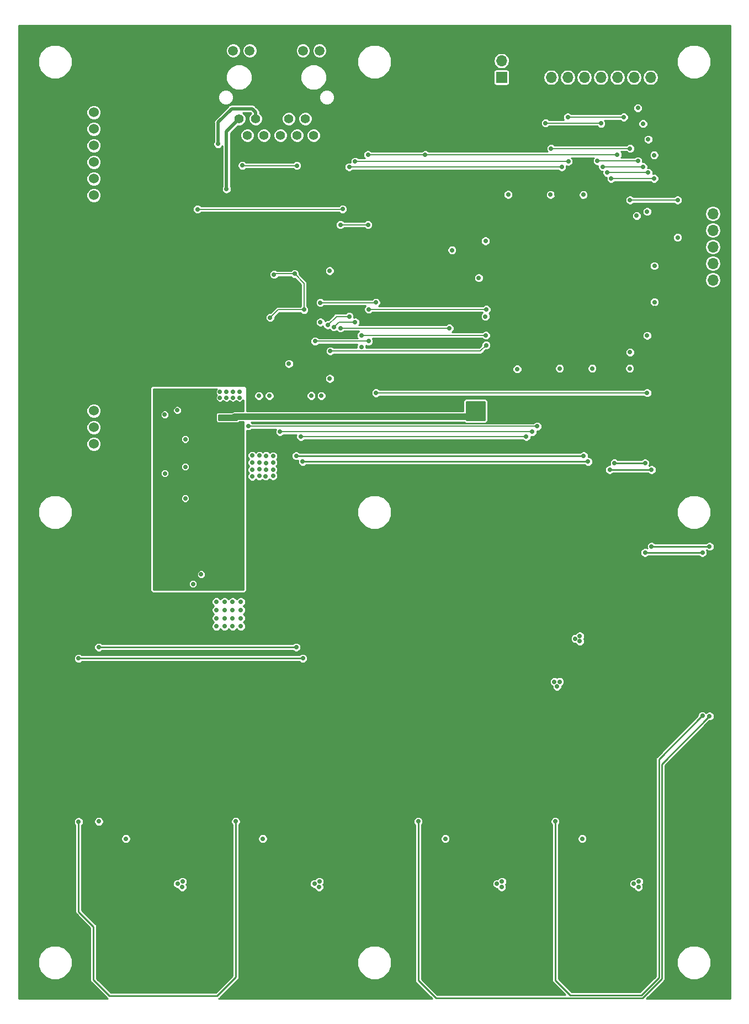
<source format=gbl>
G04 #@! TF.GenerationSoftware,KiCad,Pcbnew,(5.0.1)-4*
G04 #@! TF.CreationDate,2019-07-25T13:06:53-07:00*
G04 #@! TF.ProjectId,EllBayInd-TxLRU,456C6C426179496E642D54784C52552E,rev?*
G04 #@! TF.SameCoordinates,Original*
G04 #@! TF.FileFunction,Copper,L4,Bot,Signal*
G04 #@! TF.FilePolarity,Positive*
%FSLAX46Y46*%
G04 Gerber Fmt 4.6, Leading zero omitted, Abs format (unit mm)*
G04 Created by KiCad (PCBNEW (5.0.1)-4) date 7/25/2019 1:06:53 PM*
%MOMM*%
%LPD*%
G01*
G04 APERTURE LIST*
G04 #@! TA.AperFunction,ComponentPad*
%ADD10C,0.700000*%
G04 #@! TD*
G04 #@! TA.AperFunction,ComponentPad*
%ADD11C,0.600000*%
G04 #@! TD*
G04 #@! TA.AperFunction,ComponentPad*
%ADD12C,1.524000*%
G04 #@! TD*
G04 #@! TA.AperFunction,ComponentPad*
%ADD13O,1.700000X1.700000*%
G04 #@! TD*
G04 #@! TA.AperFunction,ComponentPad*
%ADD14R,1.700000X1.700000*%
G04 #@! TD*
G04 #@! TA.AperFunction,ComponentPad*
%ADD15C,1.500000*%
G04 #@! TD*
G04 #@! TA.AperFunction,ComponentPad*
%ADD16C,1.400000*%
G04 #@! TD*
G04 #@! TA.AperFunction,ViaPad*
%ADD17C,0.700000*%
G04 #@! TD*
G04 #@! TA.AperFunction,Conductor*
%ADD18C,0.200000*%
G04 #@! TD*
G04 #@! TA.AperFunction,Conductor*
%ADD19C,0.210000*%
G04 #@! TD*
G04 #@! TA.AperFunction,Conductor*
%ADD20C,0.500000*%
G04 #@! TD*
G04 #@! TA.AperFunction,Conductor*
%ADD21C,1.000000*%
G04 #@! TD*
G04 #@! TA.AperFunction,Conductor*
%ADD22C,0.250000*%
G04 #@! TD*
G04 #@! TA.AperFunction,Conductor*
%ADD23C,0.254000*%
G04 #@! TD*
G04 APERTURE END LIST*
D10*
G04 #@! TO.P,CON_Tx_1,2*
G04 #@! TO.N,GND*
X68625000Y-169375000D03*
X68625000Y-164625000D03*
X73375000Y-164625000D03*
X73375000Y-169375000D03*
G04 #@! TD*
G04 #@! TO.P,CON_Tx_3,2*
G04 #@! TO.N,GND*
X117625000Y-169375000D03*
X117625000Y-164625000D03*
X122375000Y-164625000D03*
X122375000Y-169375000D03*
G04 #@! TD*
G04 #@! TO.P,CON_IN_0,2*
G04 #@! TO.N,GND*
X127625000Y-118475000D03*
X132375000Y-118475000D03*
X132375000Y-123225000D03*
X127625000Y-123225000D03*
G04 #@! TD*
G04 #@! TO.P,CON_Tx_0,2*
G04 #@! TO.N,GND*
X47625000Y-169375000D03*
X47625000Y-164625000D03*
X52375000Y-164625000D03*
X52375000Y-169375000D03*
G04 #@! TD*
G04 #@! TO.P,CON_Tx_2,2*
G04 #@! TO.N,GND*
X96625000Y-169375000D03*
X96625000Y-164625000D03*
X101375000Y-164625000D03*
X101375000Y-169375000D03*
G04 #@! TD*
D11*
G04 #@! TO.P,U220,5*
G04 #@! TO.N,GND*
X120050000Y-154000000D03*
X121050000Y-154000000D03*
X122150000Y-155350000D03*
X122150000Y-154000000D03*
X122150000Y-152650000D03*
G04 #@! TD*
G04 #@! TO.P,U217,5*
G04 #@! TO.N,GND*
X50050000Y-154000000D03*
X51050000Y-154000000D03*
X52150000Y-155350000D03*
X52150000Y-154000000D03*
X52150000Y-152650000D03*
G04 #@! TD*
G04 #@! TO.P,U218,5*
G04 #@! TO.N,GND*
X71050000Y-154000000D03*
X72050000Y-154000000D03*
X73150000Y-155350000D03*
X73150000Y-154000000D03*
X73150000Y-152650000D03*
G04 #@! TD*
G04 #@! TO.P,U201,2*
G04 #@! TO.N,GND*
X101950000Y-115810000D03*
X103220000Y-115810000D03*
X104490000Y-115810000D03*
X104490000Y-117310000D03*
X103220000Y-117310000D03*
X101950000Y-117310000D03*
X100680000Y-117310000D03*
X99410000Y-117310000D03*
X99410000Y-118810000D03*
X100680000Y-118810000D03*
X101950000Y-118810000D03*
G04 #@! TD*
G04 #@! TO.P,U208,4*
G04 #@! TO.N,GND*
X92655000Y-115005000D03*
X93795000Y-115005000D03*
G04 #@! TO.P,U208,2*
X92655000Y-112605000D03*
X93795000Y-112605000D03*
G04 #@! TD*
G04 #@! TO.P,U225,4*
G04 #@! TO.N,GND*
X72200000Y-160570000D03*
X72200000Y-159430000D03*
G04 #@! TO.P,U225,2*
X69800000Y-160570000D03*
X69800000Y-159430000D03*
G04 #@! TD*
G04 #@! TO.P,U226,4*
G04 #@! TO.N,GND*
X100200000Y-160570000D03*
X100200000Y-159430000D03*
G04 #@! TO.P,U226,2*
X97800000Y-160570000D03*
X97800000Y-159430000D03*
G04 #@! TD*
G04 #@! TO.P,U227,4*
G04 #@! TO.N,GND*
X121200000Y-160570000D03*
X121200000Y-159430000D03*
G04 #@! TO.P,U227,2*
X118800000Y-160570000D03*
X118800000Y-159430000D03*
G04 #@! TD*
G04 #@! TO.P,U219,5*
G04 #@! TO.N,GND*
X99050000Y-154000000D03*
X100050000Y-154000000D03*
X101150000Y-155350000D03*
X101150000Y-154000000D03*
X101150000Y-152650000D03*
G04 #@! TD*
D12*
G04 #@! TO.P,M150,1*
G04 #@! TO.N,Net-(M150-Pad1)*
X41950000Y-35750000D03*
G04 #@! TO.P,M150,2*
G04 #@! TO.N,Net-(M150-Pad2)*
X41950000Y-38290000D03*
G04 #@! TO.P,M150,3*
G04 #@! TO.N,Net-(M150-Pad3)*
X41950000Y-40830000D03*
G04 #@! TO.P,M150,4*
G04 #@! TO.N,Net-(M150-Pad4)*
X41950000Y-43370000D03*
G04 #@! TO.P,M150,5*
X41950000Y-45910000D03*
G04 #@! TO.P,M150,6*
G04 #@! TO.N,N/C*
X41950000Y-48450000D03*
G04 #@! TO.P,M150,7*
G04 #@! TO.N,GND*
X41950000Y-78930000D03*
G04 #@! TO.P,M150,8*
G04 #@! TO.N,Net-(C370-Pad1)*
X41950000Y-81470000D03*
G04 #@! TO.P,M150,9*
G04 #@! TO.N,Net-(M150-Pad9)*
X41950000Y-84010000D03*
G04 #@! TO.P,M150,10*
G04 #@! TO.N,N/C*
X41950000Y-86550000D03*
G04 #@! TD*
D13*
G04 #@! TO.P,J101,20*
G04 #@! TO.N,GND*
X127360000Y-27860000D03*
G04 #@! TO.P,J101,19*
G04 #@! TO.N,N/C*
X127360000Y-30400000D03*
G04 #@! TO.P,J101,18*
G04 #@! TO.N,GND*
X124820000Y-27860000D03*
G04 #@! TO.P,J101,17*
G04 #@! TO.N,N/C*
X124820000Y-30400000D03*
G04 #@! TO.P,J101,16*
G04 #@! TO.N,GND*
X122280000Y-27860000D03*
G04 #@! TO.P,J101,15*
G04 #@! TO.N,/Common/NRST*
X122280000Y-30400000D03*
G04 #@! TO.P,J101,14*
G04 #@! TO.N,GND*
X119740000Y-27860000D03*
G04 #@! TO.P,J101,13*
G04 #@! TO.N,/Common/TRACESWO*
X119740000Y-30400000D03*
G04 #@! TO.P,J101,12*
G04 #@! TO.N,GND*
X117200000Y-27860000D03*
G04 #@! TO.P,J101,11*
G04 #@! TO.N,N/C*
X117200000Y-30400000D03*
G04 #@! TO.P,J101,10*
G04 #@! TO.N,GND*
X114660000Y-27860000D03*
G04 #@! TO.P,J101,9*
G04 #@! TO.N,/Common/SWCLK*
X114660000Y-30400000D03*
G04 #@! TO.P,J101,8*
G04 #@! TO.N,GND*
X112120000Y-27860000D03*
G04 #@! TO.P,J101,7*
G04 #@! TO.N,/Common/SWDIO*
X112120000Y-30400000D03*
G04 #@! TO.P,J101,6*
G04 #@! TO.N,GND*
X109580000Y-27860000D03*
G04 #@! TO.P,J101,5*
X109580000Y-30400000D03*
G04 #@! TO.P,J101,4*
X107040000Y-27860000D03*
G04 #@! TO.P,J101,3*
X107040000Y-30400000D03*
G04 #@! TO.P,J101,2*
G04 #@! TO.N,+3V3*
X104500000Y-27860000D03*
D14*
G04 #@! TO.P,J101,1*
X104500000Y-30400000D03*
G04 #@! TD*
G04 #@! TO.P,J102,1*
G04 #@! TO.N,GND*
X136930000Y-48740000D03*
D13*
G04 #@! TO.P,J102,2*
G04 #@! TO.N,N/C*
X136930000Y-51280000D03*
G04 #@! TO.P,J102,3*
X136930000Y-53820000D03*
G04 #@! TO.P,J102,4*
G04 #@! TO.N,/Common/UART1_RX*
X136930000Y-56360000D03*
G04 #@! TO.P,J102,5*
G04 #@! TO.N,/Common/UART1_TX*
X136930000Y-58900000D03*
G04 #@! TO.P,J102,6*
G04 #@! TO.N,N/C*
X136930000Y-61440000D03*
G04 #@! TD*
D15*
G04 #@! TO.P,J151,14*
G04 #@! TO.N,Net-(J151-Pad14)*
X63319100Y-26308600D03*
G04 #@! TO.P,J151,13*
G04 #@! TO.N,/Common/Sheet5C53D1CF/LED_G*
X65859100Y-26308600D03*
G04 #@! TO.P,J151,12*
G04 #@! TO.N,Net-(J151-Pad12)*
X74039100Y-26308600D03*
G04 #@! TO.P,J151,11*
G04 #@! TO.N,/Common/Sheet5C53D1CF/LED_Y*
X76579100Y-26308600D03*
D16*
G04 #@! TO.P,J151,10*
G04 #@! TO.N,/Common/Sheet5C53D1CF/VC2-*
X64234100Y-36738600D03*
G04 #@! TO.P,J151,9*
G04 #@! TO.N,/Common/Sheet5C53D1CF/VC2+*
X65504100Y-39278600D03*
G04 #@! TO.P,J151,8*
G04 #@! TO.N,/Common/Sheet5C53D1CF/VC1-*
X66774100Y-36738600D03*
G04 #@! TO.P,J151,7*
G04 #@! TO.N,/Common/Sheet5C53D1CF/VC1+*
X68044100Y-39278600D03*
G04 #@! TO.P,J151,5*
G04 #@! TO.N,/Common/Sheet5C53D1CF/RX-*
X70584100Y-39278600D03*
G04 #@! TO.P,J151,4*
G04 #@! TO.N,/Common/Sheet5C53D1CF/RX+*
X71854100Y-36738600D03*
G04 #@! TO.P,J151,3*
G04 #@! TO.N,Net-(C151-Pad2)*
X73124100Y-39278600D03*
G04 #@! TO.P,J151,2*
G04 #@! TO.N,/Common/Sheet5C53D1CF/TX-*
X74394100Y-36738600D03*
G04 #@! TO.P,J151,1*
G04 #@! TO.N,/Common/Sheet5C53D1CF/TX+*
X75664100Y-39278600D03*
G04 #@! TD*
D11*
G04 #@! TO.P,U153,25*
G04 #@! TO.N,GND*
X71800000Y-68700000D03*
X73100000Y-68700000D03*
X71800000Y-70000000D03*
X73100000Y-70000000D03*
G04 #@! TD*
G04 #@! TO.P,R209,3*
G04 #@! TO.N,GND*
X109500000Y-135210000D03*
G04 #@! TD*
G04 #@! TO.P,R210,3*
G04 #@! TO.N,GND*
X85000000Y-122210000D03*
G04 #@! TD*
G04 #@! TO.P,R211,3*
G04 #@! TO.N,GND*
X60500000Y-135210000D03*
G04 #@! TD*
G04 #@! TO.P,U224,2*
G04 #@! TO.N,GND*
X48800000Y-159430000D03*
X48800000Y-160570000D03*
G04 #@! TO.P,U224,4*
X51200000Y-159430000D03*
X51200000Y-160570000D03*
G04 #@! TD*
D17*
G04 #@! TO.N,GND*
X105900000Y-75100000D03*
X112400000Y-75000000D03*
X117500000Y-75000000D03*
X125300000Y-74000000D03*
X122700000Y-78000000D03*
X70300000Y-67200000D03*
X45910000Y-164600000D03*
X45930000Y-169380000D03*
X54050000Y-169430000D03*
X54090000Y-164680000D03*
X47630000Y-166930000D03*
X52360000Y-166900000D03*
X127940000Y-65730000D03*
X127970000Y-60180000D03*
X127820000Y-52660000D03*
X117960000Y-48400000D03*
X112910000Y-48380000D03*
X108780000Y-45470000D03*
X100960000Y-60190000D03*
X67440000Y-62540000D03*
X74100000Y-52350000D03*
X58730000Y-68950000D03*
X58740000Y-70380000D03*
X66940000Y-74040000D03*
X70760000Y-73960000D03*
X72070000Y-79170000D03*
X68100000Y-67160000D03*
X67710000Y-57730000D03*
X53000000Y-77000000D03*
X99110000Y-67510000D03*
X94100000Y-56850000D03*
X106490000Y-48370000D03*
X74090000Y-45540000D03*
X72010000Y-45540000D03*
X72420000Y-61980000D03*
X75180000Y-63430000D03*
X75180000Y-66890000D03*
X53300000Y-29000000D03*
X54600000Y-29000000D03*
X67200000Y-63700000D03*
X53950000Y-55050000D03*
X50000000Y-86700000D03*
X98350000Y-70850000D03*
X92800000Y-28400000D03*
X100800000Y-28350000D03*
X101800000Y-33550000D03*
X91500000Y-63250000D03*
X91500000Y-65150000D03*
X137700000Y-35100000D03*
X137700000Y-37500000D03*
X137700000Y-39900000D03*
X137700000Y-42300000D03*
X62100000Y-74800000D03*
G04 #@! TO.N,/Common/NRST*
X79780000Y-68810000D03*
X79780000Y-52980000D03*
X84000000Y-52980000D03*
X92800000Y-42250000D03*
X122250000Y-42250000D03*
X96495000Y-68825000D03*
G04 #@! TO.N,+3V3*
X106900000Y-75100000D03*
X113400000Y-75000000D03*
X118400000Y-75000000D03*
X127950000Y-64830000D03*
X127940000Y-59290000D03*
X124210000Y-72520000D03*
X124160000Y-75000000D03*
X126830000Y-50960000D03*
X125220000Y-51610000D03*
X117060000Y-48390000D03*
X112000000Y-48370000D03*
X101000000Y-61130000D03*
X78130000Y-60030000D03*
X67270000Y-79190000D03*
X68880000Y-79180000D03*
X71870000Y-74270000D03*
X75310000Y-79170000D03*
X76850000Y-79180000D03*
X102010000Y-67020000D03*
X83000000Y-71680000D03*
X66250000Y-91540000D03*
X66250000Y-90500000D03*
X66250000Y-89425000D03*
X66250000Y-88325000D03*
X67350000Y-88350000D03*
X67325000Y-89375000D03*
X67325000Y-90450000D03*
X67325000Y-91475000D03*
X68325000Y-91500000D03*
X68350000Y-90550000D03*
X68375000Y-89475000D03*
X68375000Y-88375000D03*
X69450000Y-88425000D03*
X69450000Y-89400000D03*
X69450000Y-90475000D03*
X69450000Y-91450000D03*
X96900000Y-56860000D03*
X105520000Y-48350000D03*
X102040000Y-55460000D03*
G04 #@! TO.N,/Common/5.5V*
X52830000Y-82060000D03*
X54750000Y-81390000D03*
X55990000Y-85840000D03*
X52840000Y-91070000D03*
X55980000Y-90060000D03*
X55980000Y-94910000D03*
X57160000Y-108020000D03*
X58410000Y-106530000D03*
X61300000Y-78600000D03*
X62300000Y-78600000D03*
X63300000Y-78600000D03*
X64300000Y-78600000D03*
X64300000Y-79500000D03*
X63300000Y-79500000D03*
X62300000Y-79500000D03*
X61300000Y-79500000D03*
G04 #@! TO.N,GNDPWR*
X55720000Y-78920000D03*
X56770000Y-78920000D03*
X57920000Y-78960000D03*
X57920000Y-80100000D03*
X56830000Y-80090000D03*
X55750000Y-80070000D03*
X54320000Y-84670000D03*
X60200000Y-79580000D03*
X58680000Y-89990000D03*
X56910000Y-98050000D03*
X59650000Y-106630000D03*
X63820000Y-106710000D03*
X54360000Y-106730000D03*
G04 #@! TO.N,+5V*
X60750000Y-110750000D03*
X62000000Y-110750000D03*
X63250000Y-110750000D03*
X64500000Y-110750000D03*
X64500000Y-112000000D03*
X63250000Y-112000000D03*
X62000000Y-112000000D03*
X60750000Y-112000000D03*
X60750000Y-113250000D03*
X62000000Y-113250000D03*
X63250000Y-113250000D03*
X64500000Y-113250000D03*
X64500000Y-114500000D03*
X63250000Y-114500000D03*
X62000000Y-114500000D03*
X60750000Y-114500000D03*
G04 #@! TO.N,+3.3VA*
X61400000Y-82380000D03*
X101040000Y-82380000D03*
X62460000Y-82380000D03*
X63590000Y-82380000D03*
X100000000Y-82380000D03*
X100000000Y-81000000D03*
X101050000Y-81000000D03*
G04 #@! TO.N,Net-(C151-Pad2)*
X69000000Y-67200000D03*
X74200000Y-66000000D03*
X69600000Y-60600000D03*
X72750000Y-60500000D03*
X73090000Y-43910000D03*
X64720000Y-43890000D03*
G04 #@! TO.N,/Common/TRACESWO*
X111250000Y-37400000D03*
X119750000Y-37450000D03*
G04 #@! TO.N,/Common/SWCLK*
X123250000Y-36500000D03*
X114650000Y-36500000D03*
G04 #@! TO.N,/Common/SWDIO*
X131510000Y-54930000D03*
X112100000Y-41300000D03*
X124200000Y-41300000D03*
X124200000Y-49200000D03*
X131500000Y-49200000D03*
G04 #@! TO.N,/Common/Sheet5C53D1CF/LED_Y*
X80110000Y-50580000D03*
X57850000Y-50600000D03*
G04 #@! TO.N,/Common/RX_D0*
X70500000Y-84690000D03*
X109210000Y-84700000D03*
G04 #@! TO.N,/Common/RX_D1*
X109970000Y-83860000D03*
X65660000Y-83820000D03*
G04 #@! TO.N,/Common/CRS_DV*
X73710000Y-85450000D03*
X108290000Y-85450000D03*
G04 #@! TO.N,/Common/MDIO*
X78150000Y-76550000D03*
X102130000Y-71430000D03*
X78220000Y-72330000D03*
G04 #@! TO.N,/Common/nINT*
X102090000Y-69930000D03*
X83000000Y-69930000D03*
G04 #@! TO.N,/Common/MDC*
X102170000Y-65950000D03*
X84120000Y-65940000D03*
X84100000Y-70820000D03*
X75880000Y-70820000D03*
G04 #@! TO.N,/Common/TX_EN*
X82040000Y-43280000D03*
X114740000Y-43280000D03*
X82030000Y-67910000D03*
X78770000Y-68650000D03*
G04 #@! TO.N,/Common/TX_D0*
X113730000Y-44130000D03*
X81120000Y-44130000D03*
X81130000Y-67020000D03*
X77830000Y-68330000D03*
G04 #@! TO.N,/Common/TX_D1*
X85230000Y-64900000D03*
X85230000Y-78750000D03*
X126820000Y-78740000D03*
X126830000Y-69960000D03*
X76710000Y-67910000D03*
X76690000Y-64920000D03*
G04 #@! TO.N,/Common/Sheet5C53D1CF/VC2-*
X62300000Y-47500000D03*
G04 #@! TO.N,/Common/Sheet5C53D1CF/VC1-*
X61000000Y-40600000D03*
G04 #@! TO.N,/Common/LED0*
X121300000Y-45900000D03*
X127900000Y-45900000D03*
X127900000Y-42300000D03*
G04 #@! TO.N,/Common/LED1*
X120700000Y-45000000D03*
X127000000Y-45000000D03*
X127000000Y-39900000D03*
G04 #@! TO.N,/Common/LED2*
X120000000Y-44100000D03*
X126200000Y-44100000D03*
X126200000Y-37500000D03*
G04 #@! TO.N,/Common/LED3*
X119200000Y-43200000D03*
X125400000Y-43200000D03*
X125400000Y-35100000D03*
G04 #@! TO.N,GND*
X45470000Y-146250000D03*
X46970000Y-150000000D03*
X43700000Y-150450000D03*
X49950000Y-169400000D03*
X49950000Y-168100000D03*
X48850000Y-167450000D03*
X48850000Y-166400000D03*
X49100000Y-165450000D03*
X49100000Y-164600000D03*
X49100000Y-163700000D03*
X51150000Y-167500000D03*
X51150000Y-166450000D03*
X50900000Y-165500000D03*
X50900000Y-164600000D03*
X50900000Y-163750000D03*
X51200000Y-158250000D03*
X51200000Y-157300000D03*
X51200000Y-156400000D03*
X52150000Y-156400000D03*
X53200000Y-156400000D03*
X54350000Y-156400000D03*
X48800000Y-158300000D03*
X48800000Y-157300000D03*
X48800000Y-156400000D03*
X48800000Y-155450000D03*
X48800000Y-154500000D03*
X48800000Y-153550000D03*
X48800000Y-152700000D03*
X48800000Y-151800000D03*
X48800000Y-150900000D03*
X48800000Y-161650000D03*
X48800000Y-162600000D03*
X51200000Y-161650000D03*
X51200000Y-162650000D03*
X52150000Y-151550000D03*
X51200000Y-151550000D03*
X51200000Y-150550000D03*
X51200000Y-149500000D03*
X51200000Y-148400000D03*
X45950000Y-167850000D03*
X45950000Y-166150000D03*
X54050000Y-167850000D03*
X54050000Y-166250000D03*
X47600000Y-162600000D03*
X52400000Y-162650000D03*
G04 #@! TO.N,/Common/NRST*
X84000000Y-42250000D03*
G04 #@! TO.N,+5V*
X46870000Y-147050000D03*
X54800000Y-153950000D03*
X55500000Y-154450000D03*
X55550000Y-153600000D03*
G04 #@! TO.N,/Switch_0*
X42720000Y-144400000D03*
G04 #@! TO.N,GND*
X66910000Y-164600000D03*
X66930000Y-169380000D03*
X75050000Y-169430000D03*
X75090000Y-164680000D03*
X68630000Y-166930000D03*
X73360000Y-166900000D03*
X66470000Y-146250000D03*
X67970000Y-150000000D03*
X64700000Y-150450000D03*
X70950000Y-169400000D03*
X70950000Y-168100000D03*
X69850000Y-167450000D03*
X69850000Y-166400000D03*
X70100000Y-165450000D03*
X70100000Y-164600000D03*
X70100000Y-163700000D03*
X72150000Y-167500000D03*
X72150000Y-166450000D03*
X71900000Y-165500000D03*
X71900000Y-164600000D03*
X71900000Y-163750000D03*
X72200000Y-158250000D03*
X72200000Y-157300000D03*
X72200000Y-156400000D03*
X73150000Y-156400000D03*
X74200000Y-156400000D03*
X75350000Y-156400000D03*
X69800000Y-158300000D03*
X69800000Y-157300000D03*
X69800000Y-156400000D03*
X69800000Y-155450000D03*
X69800000Y-154500000D03*
X69800000Y-153550000D03*
X69800000Y-152700000D03*
X69800000Y-151800000D03*
X69800000Y-150900000D03*
X69800000Y-161650000D03*
X69800000Y-162600000D03*
X72200000Y-161650000D03*
X72200000Y-162650000D03*
X73150000Y-151550000D03*
X72200000Y-151550000D03*
X72200000Y-150550000D03*
X72200000Y-149500000D03*
X72200000Y-148400000D03*
X66950000Y-167850000D03*
X66950000Y-166150000D03*
X75050000Y-167850000D03*
X75050000Y-166250000D03*
X68600000Y-162600000D03*
X73400000Y-162650000D03*
G04 #@! TO.N,+5V*
X67870000Y-147050000D03*
X75800000Y-153950000D03*
X76500000Y-154450000D03*
X76550000Y-153600000D03*
G04 #@! TO.N,/Switch_1*
X63720000Y-144400000D03*
G04 #@! TO.N,GND*
X94910000Y-164600000D03*
X94930000Y-169380000D03*
X103050000Y-169430000D03*
X103090000Y-164680000D03*
X96630000Y-166930000D03*
X101360000Y-166900000D03*
X94470000Y-146250000D03*
X95970000Y-150000000D03*
X92700000Y-150450000D03*
X98950000Y-169400000D03*
X98950000Y-168100000D03*
X97850000Y-167450000D03*
X97850000Y-166400000D03*
X98100000Y-165450000D03*
X98100000Y-164600000D03*
X98100000Y-163700000D03*
X100150000Y-167500000D03*
X100150000Y-166450000D03*
X99900000Y-165500000D03*
X99900000Y-164600000D03*
X99900000Y-163750000D03*
X100200000Y-158250000D03*
X100200000Y-157300000D03*
X100200000Y-156400000D03*
X101150000Y-156400000D03*
X102200000Y-156400000D03*
X103350000Y-156400000D03*
X97800000Y-158300000D03*
X97800000Y-157300000D03*
X97800000Y-156400000D03*
X97800000Y-155450000D03*
X97800000Y-154500000D03*
X97800000Y-153550000D03*
X97800000Y-152700000D03*
X97800000Y-151800000D03*
X97800000Y-150900000D03*
X97800000Y-161650000D03*
X97800000Y-162600000D03*
X100200000Y-161650000D03*
X100200000Y-162650000D03*
X101150000Y-151550000D03*
X100200000Y-151550000D03*
X100200000Y-150550000D03*
X100200000Y-149500000D03*
X100200000Y-148400000D03*
X94950000Y-167850000D03*
X94950000Y-166150000D03*
X103050000Y-167850000D03*
X103050000Y-166250000D03*
X96600000Y-162600000D03*
X101400000Y-162650000D03*
G04 #@! TO.N,+5V*
X95870000Y-147050000D03*
X103800000Y-153950000D03*
X104500000Y-154450000D03*
X104550000Y-153600000D03*
G04 #@! TO.N,/Switch_2*
X91720000Y-144400000D03*
G04 #@! TO.N,GND*
X115910000Y-164600000D03*
X115930000Y-169380000D03*
X124050000Y-169430000D03*
X124090000Y-164680000D03*
X117630000Y-166930000D03*
X122360000Y-166900000D03*
X115470000Y-146250000D03*
X116970000Y-150000000D03*
X113700000Y-150450000D03*
X119950000Y-169400000D03*
X119950000Y-168100000D03*
X118850000Y-167450000D03*
X118850000Y-166400000D03*
X119100000Y-165450000D03*
X119100000Y-164600000D03*
X119100000Y-163700000D03*
X121150000Y-167500000D03*
X121150000Y-166450000D03*
X120900000Y-165500000D03*
X120900000Y-164600000D03*
X120900000Y-163750000D03*
X121200000Y-158250000D03*
X121200000Y-157300000D03*
X121200000Y-156400000D03*
X122150000Y-156400000D03*
X123200000Y-156400000D03*
X124350000Y-156400000D03*
X118800000Y-158300000D03*
X118800000Y-157300000D03*
X118800000Y-156400000D03*
X118800000Y-155450000D03*
X118800000Y-154500000D03*
X118800000Y-153550000D03*
X118800000Y-152700000D03*
X118800000Y-151800000D03*
X118800000Y-150900000D03*
X118800000Y-161650000D03*
X118800000Y-162600000D03*
X121200000Y-161650000D03*
X121200000Y-162650000D03*
X122150000Y-151550000D03*
X121200000Y-151550000D03*
X121200000Y-150550000D03*
X121200000Y-149500000D03*
X121200000Y-148400000D03*
X115950000Y-167850000D03*
X115950000Y-166150000D03*
X124050000Y-167850000D03*
X124050000Y-166250000D03*
X117600000Y-162600000D03*
X122400000Y-162650000D03*
X51200000Y-147500000D03*
X51200000Y-146600000D03*
X51200000Y-145700000D03*
X51200000Y-144800000D03*
X51200000Y-143900000D03*
X51200000Y-143000000D03*
X51200000Y-142100000D03*
X69800000Y-146500000D03*
X69800000Y-143800000D03*
X69800000Y-147400000D03*
X69800000Y-145600000D03*
X69800000Y-144700000D03*
X69800000Y-142900000D03*
X69800000Y-142000000D03*
X48800000Y-144500000D03*
X48800000Y-145400000D03*
X48800000Y-142700000D03*
X48800000Y-141800000D03*
X48800000Y-143600000D03*
X48800000Y-146300000D03*
X48800000Y-147200000D03*
X72200000Y-144700000D03*
X72200000Y-145600000D03*
X72200000Y-142900000D03*
X72200000Y-142000000D03*
X72200000Y-143800000D03*
X72200000Y-146500000D03*
X72200000Y-147400000D03*
X97900000Y-141900000D03*
X97900000Y-146400000D03*
X97900000Y-147300000D03*
X97900000Y-144600000D03*
X97900000Y-142800000D03*
X97900000Y-145500000D03*
X97900000Y-143700000D03*
X100200000Y-142000000D03*
X100200000Y-146500000D03*
X100200000Y-142900000D03*
X100200000Y-143800000D03*
X100200000Y-147400000D03*
X100200000Y-144700000D03*
X100200000Y-145600000D03*
X118800000Y-142900000D03*
X118800000Y-144700000D03*
X118800000Y-147400000D03*
X118800000Y-145600000D03*
X118800000Y-142000000D03*
X118800000Y-146500000D03*
X118800000Y-143800000D03*
X121200000Y-145500000D03*
X121200000Y-143700000D03*
X121200000Y-141900000D03*
X121200000Y-144600000D03*
X121200000Y-142800000D03*
X121200000Y-146400000D03*
X121200000Y-147300000D03*
X52300000Y-142100000D03*
X53200000Y-142100000D03*
X54100000Y-142100000D03*
X57700000Y-142100000D03*
X55900000Y-142100000D03*
X55000000Y-142100000D03*
X56800000Y-142100000D03*
X63400000Y-142100000D03*
X67000000Y-142100000D03*
X66100000Y-142100000D03*
X64300000Y-142100000D03*
X65200000Y-142100000D03*
X68800000Y-142100000D03*
X67900000Y-142100000D03*
X56000000Y-139900000D03*
X54200000Y-139900000D03*
X55100000Y-139900000D03*
X51500000Y-139900000D03*
X52400000Y-139900000D03*
X53300000Y-139900000D03*
X50600000Y-139900000D03*
X103000000Y-142100000D03*
X102100000Y-142100000D03*
X106600000Y-142100000D03*
X101200000Y-142100000D03*
X103900000Y-142100000D03*
X105700000Y-142100000D03*
X104800000Y-142100000D03*
X114200000Y-142100000D03*
X115100000Y-142100000D03*
X117800000Y-142100000D03*
X116900000Y-142100000D03*
X116000000Y-142100000D03*
X112400000Y-142100000D03*
X113300000Y-142100000D03*
X56900000Y-139900000D03*
X57800000Y-139900000D03*
X58700000Y-139900000D03*
X58700000Y-139000000D03*
X58700000Y-138100000D03*
X58700000Y-137200000D03*
X62300000Y-137200000D03*
X62300000Y-139000000D03*
X62300000Y-138100000D03*
X69500000Y-139900000D03*
X68600000Y-139900000D03*
X70400000Y-139900000D03*
X64100000Y-139900000D03*
X65000000Y-139900000D03*
X67700000Y-139900000D03*
X65900000Y-139900000D03*
X66800000Y-139900000D03*
X63200000Y-139900000D03*
X62300000Y-139900000D03*
X102300000Y-139900000D03*
X106800000Y-139900000D03*
X105900000Y-139900000D03*
X107700000Y-139900000D03*
X99600000Y-139900000D03*
X105000000Y-139900000D03*
X100500000Y-139900000D03*
X103200000Y-139900000D03*
X101400000Y-139900000D03*
X104100000Y-139900000D03*
X114900000Y-139900000D03*
X119400000Y-139900000D03*
X118500000Y-139900000D03*
X113100000Y-139900000D03*
X114000000Y-139900000D03*
X117600000Y-139900000D03*
X116700000Y-139900000D03*
X111300000Y-139900000D03*
X112200000Y-139900000D03*
X115800000Y-139900000D03*
X107700000Y-137200000D03*
X107700000Y-139000000D03*
X107700000Y-138100000D03*
X111300000Y-137200000D03*
X111300000Y-138100000D03*
X111300000Y-139000000D03*
X48800000Y-140800000D03*
X49500000Y-140100000D03*
X72200000Y-141100000D03*
X71500000Y-140400000D03*
X97900000Y-141000000D03*
X98600000Y-140200000D03*
X121200000Y-141000000D03*
X120400000Y-140200000D03*
X107500000Y-142100000D03*
X108400000Y-142100000D03*
X109500000Y-141500000D03*
X111500000Y-142100000D03*
X110600000Y-142100000D03*
X62500000Y-142100000D03*
X61600000Y-142100000D03*
X60500000Y-141600000D03*
X58600000Y-142100000D03*
X59500000Y-142100000D03*
X59400000Y-131000000D03*
X59400000Y-132800000D03*
X59400000Y-131900000D03*
X59400000Y-130100000D03*
X61600000Y-130100000D03*
X61600000Y-132800000D03*
X61600000Y-131900000D03*
X61600000Y-131000000D03*
X108400000Y-131000000D03*
X108400000Y-132800000D03*
X108400000Y-130100000D03*
X108400000Y-131900000D03*
X110600000Y-130100000D03*
X110600000Y-132800000D03*
X110600000Y-131000000D03*
X110600000Y-131900000D03*
X83200000Y-125200000D03*
X83200000Y-127000000D03*
X83200000Y-124300000D03*
X83200000Y-126100000D03*
X82300000Y-127900000D03*
X81400000Y-127900000D03*
X83200000Y-127900000D03*
X76900000Y-127900000D03*
X77800000Y-127900000D03*
X80500000Y-127900000D03*
X78700000Y-127900000D03*
X79600000Y-127900000D03*
X76000000Y-127900000D03*
X75100000Y-127900000D03*
X70500000Y-127900000D03*
X66000000Y-127900000D03*
X73200000Y-127900000D03*
X66900000Y-127900000D03*
X72300000Y-127900000D03*
X67800000Y-127900000D03*
X74100000Y-127900000D03*
X71400000Y-127900000D03*
X68700000Y-127900000D03*
X69600000Y-127900000D03*
X65100000Y-127900000D03*
X64200000Y-127900000D03*
X63300000Y-127900000D03*
X62400000Y-127900000D03*
X61500000Y-127900000D03*
X60600000Y-127900000D03*
X91300000Y-127900000D03*
X89500000Y-127900000D03*
X90400000Y-127900000D03*
X88600000Y-127900000D03*
X87700000Y-127900000D03*
X86800000Y-127900000D03*
X105800000Y-127900000D03*
X101300000Y-127900000D03*
X108500000Y-127900000D03*
X102200000Y-127900000D03*
X107600000Y-127900000D03*
X103100000Y-127900000D03*
X109400000Y-127900000D03*
X106700000Y-127900000D03*
X104000000Y-127900000D03*
X104900000Y-127900000D03*
X94900000Y-127900000D03*
X98500000Y-127900000D03*
X92200000Y-127900000D03*
X100300000Y-127900000D03*
X96700000Y-127900000D03*
X97600000Y-127900000D03*
X95800000Y-127900000D03*
X94000000Y-127900000D03*
X93100000Y-127900000D03*
X99400000Y-127900000D03*
X86800000Y-125200000D03*
X86800000Y-124300000D03*
X86800000Y-127000000D03*
X86800000Y-126100000D03*
X67100000Y-130100000D03*
X65300000Y-130100000D03*
X66200000Y-130100000D03*
X64400000Y-130100000D03*
X63500000Y-130100000D03*
X62600000Y-130100000D03*
X81600000Y-130100000D03*
X77100000Y-130100000D03*
X78000000Y-130100000D03*
X78900000Y-130100000D03*
X82500000Y-130100000D03*
X79800000Y-130100000D03*
X80700000Y-130100000D03*
X70700000Y-130100000D03*
X74300000Y-130100000D03*
X68000000Y-130100000D03*
X76100000Y-130100000D03*
X72500000Y-130100000D03*
X73400000Y-130100000D03*
X71600000Y-130100000D03*
X69800000Y-130100000D03*
X68900000Y-130100000D03*
X75200000Y-130100000D03*
X103800000Y-130100000D03*
X97400000Y-130100000D03*
X89300000Y-130100000D03*
X91100000Y-130100000D03*
X87500000Y-130100000D03*
X102000000Y-130100000D03*
X104700000Y-130100000D03*
X98300000Y-130100000D03*
X106500000Y-130100000D03*
X96500000Y-130100000D03*
X90200000Y-130100000D03*
X99200000Y-130100000D03*
X92000000Y-130100000D03*
X105600000Y-130100000D03*
X94700000Y-130100000D03*
X92900000Y-130100000D03*
X93800000Y-130100000D03*
X95600000Y-130100000D03*
X101000000Y-130100000D03*
X100100000Y-130100000D03*
X102900000Y-130100000D03*
X107400000Y-130100000D03*
X88400000Y-130100000D03*
X83400000Y-130100000D03*
X84300000Y-130100000D03*
X85000000Y-129500000D03*
X85600000Y-130100000D03*
X86600000Y-130100000D03*
X59400000Y-129200000D03*
X59800000Y-128400000D03*
X110600000Y-129200000D03*
X110200000Y-128400000D03*
X58000000Y-136500000D03*
X57700000Y-135700000D03*
X57700000Y-134800000D03*
X58000000Y-134000000D03*
X58600000Y-133300000D03*
X63000000Y-136500000D03*
X63300000Y-135700000D03*
X63300000Y-134900000D03*
X63100000Y-134100000D03*
X62400000Y-133400000D03*
X107000000Y-136600000D03*
X106600000Y-135800000D03*
X106600000Y-134900000D03*
X107000000Y-134100000D03*
X107600000Y-133400000D03*
X112000000Y-136500000D03*
X112500000Y-135800000D03*
X112500000Y-134900000D03*
X112300000Y-134000000D03*
X111500000Y-133400000D03*
X82600000Y-123500000D03*
X82300000Y-122700000D03*
X82300000Y-121800000D03*
X82700000Y-121000000D03*
X83300000Y-120300000D03*
X83900000Y-119600000D03*
X83900000Y-118700000D03*
X83900000Y-117800000D03*
X83900000Y-116900000D03*
X83900000Y-116000000D03*
X83900000Y-115100000D03*
X83900000Y-114200000D03*
X86100000Y-118500000D03*
X86100000Y-117600000D03*
X86100000Y-116700000D03*
X86100000Y-119400000D03*
X86100000Y-115800000D03*
X86100000Y-114900000D03*
X87500000Y-123600000D03*
X88000000Y-122800000D03*
X88000000Y-121900000D03*
X87600000Y-121100000D03*
X87000000Y-120400000D03*
X87000000Y-114900000D03*
X87900000Y-114900000D03*
X88800000Y-114900000D03*
X89700000Y-114900000D03*
X90600000Y-114900000D03*
X91500000Y-114900000D03*
X94800000Y-114900000D03*
X95700000Y-114900000D03*
X96600000Y-114900000D03*
X97500000Y-114900000D03*
X84300000Y-113300000D03*
X85100000Y-112700000D03*
X86000000Y-112700000D03*
X86900000Y-112700000D03*
X87800000Y-112700000D03*
X88700000Y-112700000D03*
X89600000Y-112700000D03*
X90500000Y-112700000D03*
X91400000Y-112700000D03*
X97600000Y-112700000D03*
X95800000Y-112700000D03*
X94900000Y-112700000D03*
X96700000Y-112700000D03*
X98500000Y-112700000D03*
X99400000Y-112700000D03*
X100300000Y-112700000D03*
X101200000Y-112700000D03*
X102100000Y-112700000D03*
X103000000Y-112700000D03*
X103900000Y-112700000D03*
X104800000Y-112700000D03*
X105800000Y-112700000D03*
X106500000Y-113500000D03*
X106500000Y-114500000D03*
X106500000Y-115500000D03*
X106500000Y-116500000D03*
X106500000Y-117500000D03*
X106500000Y-118500000D03*
X106500000Y-119700000D03*
X107400000Y-119700000D03*
X108300000Y-119700000D03*
X109200000Y-119700000D03*
X110100000Y-119700000D03*
X111000000Y-119700000D03*
X111900000Y-119700000D03*
X112800000Y-119700000D03*
X113800000Y-119700000D03*
X97500000Y-115900000D03*
X97500000Y-116900000D03*
X97500000Y-117900000D03*
X97500000Y-118900000D03*
X97500000Y-120000000D03*
X97500000Y-121000000D03*
X97500000Y-122000000D03*
X98500000Y-122000000D03*
X99500000Y-122000000D03*
X100500000Y-122000000D03*
X101500000Y-122000000D03*
X102400000Y-122000000D03*
X103500000Y-122000000D03*
X104400000Y-122000000D03*
X105300000Y-122000000D03*
X106200000Y-122000000D03*
X107100000Y-122000000D03*
X107900000Y-122500000D03*
X108800000Y-122500000D03*
X109600000Y-122000000D03*
X110500000Y-122000000D03*
X111400000Y-122000000D03*
X114000000Y-122000000D03*
X117100000Y-122000000D03*
X118000000Y-122000000D03*
X118900000Y-122000000D03*
X119800000Y-122000000D03*
X120500000Y-122700000D03*
X122100000Y-122700000D03*
X122700000Y-122100000D03*
X123600000Y-122100000D03*
X124500000Y-122100000D03*
X125400000Y-122100000D03*
X126400000Y-121800000D03*
X127300000Y-121800000D03*
X128200000Y-121800000D03*
X129200000Y-122000000D03*
X130900000Y-122100000D03*
X131500000Y-120900000D03*
X130900000Y-119700000D03*
X129200000Y-119700000D03*
X128300000Y-119900000D03*
X127400000Y-119900000D03*
X126400000Y-119900000D03*
X125500000Y-119700000D03*
X124600000Y-119700000D03*
X123700000Y-119700000D03*
X122800000Y-119700000D03*
X121900000Y-119700000D03*
X121000000Y-119700000D03*
X120000000Y-119700000D03*
X119100000Y-119700000D03*
X118200000Y-119700000D03*
X117600000Y-118900000D03*
X67750000Y-133000000D03*
X67750000Y-134500000D03*
X67750000Y-136000000D03*
X67750000Y-137500000D03*
X69250000Y-137500000D03*
X69250000Y-136000000D03*
X69250000Y-134500000D03*
X69250000Y-133000000D03*
X70750000Y-133000000D03*
X70750000Y-134500000D03*
X70750000Y-136000000D03*
X70750000Y-137500000D03*
X72250000Y-137500000D03*
X72250000Y-136000000D03*
X72250000Y-134500000D03*
X72250000Y-133000000D03*
X75500000Y-137500000D03*
X75500000Y-134500000D03*
X75500000Y-136000000D03*
X77000000Y-133000000D03*
X77000000Y-134500000D03*
X77000000Y-136000000D03*
X77000000Y-137500000D03*
X78500000Y-137500000D03*
X78500000Y-136000000D03*
X74000000Y-136000000D03*
X78500000Y-134500000D03*
X74000000Y-134500000D03*
X74000000Y-137500000D03*
X74000000Y-133000000D03*
X75500000Y-133000000D03*
X78500000Y-133000000D03*
X81500000Y-136000000D03*
X83000000Y-137500000D03*
X84500000Y-137500000D03*
X83000000Y-133000000D03*
X84500000Y-134500000D03*
X80000000Y-137500000D03*
X81500000Y-133000000D03*
X84500000Y-133000000D03*
X84500000Y-136000000D03*
X80000000Y-134500000D03*
X81500000Y-134500000D03*
X80000000Y-136000000D03*
X81500000Y-137500000D03*
X83000000Y-136000000D03*
X80000000Y-133000000D03*
X83000000Y-134500000D03*
X90500000Y-133000000D03*
X86000000Y-134500000D03*
X86000000Y-136000000D03*
X90500000Y-134500000D03*
X87500000Y-134500000D03*
X87500000Y-136000000D03*
X90500000Y-137500000D03*
X89000000Y-136000000D03*
X89000000Y-134500000D03*
X89000000Y-137500000D03*
X86000000Y-137500000D03*
X90500000Y-136000000D03*
X87500000Y-137500000D03*
X86000000Y-133000000D03*
X89000000Y-133000000D03*
X87500000Y-133000000D03*
X95000000Y-136000000D03*
X96500000Y-136000000D03*
X93500000Y-137500000D03*
X93500000Y-136000000D03*
X93500000Y-133000000D03*
X95000000Y-133000000D03*
X96500000Y-133000000D03*
X92000000Y-136000000D03*
X93500000Y-134500000D03*
X95000000Y-137500000D03*
X95000000Y-134500000D03*
X96500000Y-137500000D03*
X92000000Y-137500000D03*
X92000000Y-133000000D03*
X92000000Y-134500000D03*
X96500000Y-134500000D03*
X102500000Y-133000000D03*
X101000000Y-134500000D03*
X98000000Y-137500000D03*
X98000000Y-133000000D03*
X98000000Y-136000000D03*
X101000000Y-136000000D03*
X99500000Y-137500000D03*
X99500000Y-134500000D03*
X102500000Y-137500000D03*
X101000000Y-137500000D03*
X99500000Y-133000000D03*
X98000000Y-134500000D03*
X102500000Y-134500000D03*
X101000000Y-133000000D03*
X102500000Y-136000000D03*
X99500000Y-136000000D03*
X56500000Y-149250000D03*
X56500000Y-146250000D03*
X56500000Y-147750000D03*
X58000000Y-144750000D03*
X58000000Y-146250000D03*
X58000000Y-147750000D03*
X58000000Y-149250000D03*
X59500000Y-149250000D03*
X59500000Y-147750000D03*
X55000000Y-147750000D03*
X59500000Y-146250000D03*
X55000000Y-146250000D03*
X55000000Y-149250000D03*
X55000000Y-144750000D03*
X56500000Y-144750000D03*
X59500000Y-144750000D03*
X60000000Y-157000000D03*
X63000000Y-155500000D03*
X61500000Y-155500000D03*
X61500000Y-157000000D03*
X58500000Y-155500000D03*
X60000000Y-154000000D03*
X58500000Y-152500000D03*
X63000000Y-157000000D03*
X61500000Y-152500000D03*
X61500000Y-154000000D03*
X63000000Y-152500000D03*
X63000000Y-154000000D03*
X58500000Y-157000000D03*
X58500000Y-154000000D03*
X60000000Y-155500000D03*
X60000000Y-152500000D03*
X58500000Y-164500000D03*
X61500000Y-166000000D03*
X60000000Y-163000000D03*
X61500000Y-164500000D03*
X60000000Y-161500000D03*
X57000000Y-163000000D03*
X61500000Y-163000000D03*
X61500000Y-161500000D03*
X60000000Y-166000000D03*
X57000000Y-164500000D03*
X57000000Y-166000000D03*
X58500000Y-161500000D03*
X57000000Y-161500000D03*
X58500000Y-163000000D03*
X60000000Y-164500000D03*
X58500000Y-166000000D03*
X40750000Y-152000000D03*
X42250000Y-156500000D03*
X45250000Y-156500000D03*
X42250000Y-153500000D03*
X42250000Y-152000000D03*
X42250000Y-155000000D03*
X45250000Y-155000000D03*
X45250000Y-153500000D03*
X43750000Y-156500000D03*
X43750000Y-155000000D03*
X43750000Y-153500000D03*
X43750000Y-152000000D03*
X40750000Y-155000000D03*
X40750000Y-156500000D03*
X40750000Y-153500000D03*
X45250000Y-152000000D03*
X80000000Y-144500000D03*
X80000000Y-141500000D03*
X80000000Y-146000000D03*
X77000000Y-146000000D03*
X75500000Y-141500000D03*
X77000000Y-144500000D03*
X78500000Y-144500000D03*
X75500000Y-146000000D03*
X78500000Y-143000000D03*
X77000000Y-143000000D03*
X78500000Y-146000000D03*
X78500000Y-141500000D03*
X80000000Y-143000000D03*
X75500000Y-144500000D03*
X75500000Y-143000000D03*
X77000000Y-141500000D03*
X84750000Y-146000000D03*
X87750000Y-144500000D03*
X84750000Y-143000000D03*
X87750000Y-146000000D03*
X83250000Y-141500000D03*
X87750000Y-143000000D03*
X84750000Y-141500000D03*
X86250000Y-146000000D03*
X86250000Y-143000000D03*
X84750000Y-144500000D03*
X86250000Y-144500000D03*
X83250000Y-143000000D03*
X83250000Y-146000000D03*
X83250000Y-144500000D03*
X87750000Y-141500000D03*
X86250000Y-141500000D03*
X87500000Y-153250000D03*
X83000000Y-148750000D03*
X84500000Y-148750000D03*
X86000000Y-153250000D03*
X86000000Y-150250000D03*
X86000000Y-151750000D03*
X83000000Y-153250000D03*
X84500000Y-151750000D03*
X84500000Y-150250000D03*
X83000000Y-151750000D03*
X84500000Y-153250000D03*
X87500000Y-151750000D03*
X87500000Y-150250000D03*
X83000000Y-150250000D03*
X87500000Y-148750000D03*
X86000000Y-148750000D03*
X83250000Y-160000000D03*
X87750000Y-157000000D03*
X87750000Y-155500000D03*
X87750000Y-160000000D03*
X86250000Y-157000000D03*
X86250000Y-158500000D03*
X84750000Y-157000000D03*
X84750000Y-158500000D03*
X84750000Y-160000000D03*
X83250000Y-157000000D03*
X86250000Y-155500000D03*
X83250000Y-158500000D03*
X83250000Y-155500000D03*
X86250000Y-160000000D03*
X84750000Y-155500000D03*
X87750000Y-158500000D03*
X74500000Y-162750000D03*
X79000000Y-158250000D03*
X79000000Y-162750000D03*
X77500000Y-159750000D03*
X77500000Y-161250000D03*
X74500000Y-161250000D03*
X74500000Y-159750000D03*
X77500000Y-158250000D03*
X79000000Y-159750000D03*
X77500000Y-162750000D03*
X76000000Y-161250000D03*
X76000000Y-158250000D03*
X76000000Y-159750000D03*
X74500000Y-158250000D03*
X79000000Y-161250000D03*
X76000000Y-162750000D03*
X89250000Y-157250000D03*
X90750000Y-154250000D03*
X89250000Y-155750000D03*
X90750000Y-157250000D03*
X90750000Y-158750000D03*
X89250000Y-158750000D03*
X90750000Y-155750000D03*
X89250000Y-154250000D03*
X92750000Y-152000000D03*
X94250000Y-153500000D03*
X92750000Y-156500000D03*
X94250000Y-156500000D03*
X94250000Y-155000000D03*
X92750000Y-153500000D03*
X94250000Y-152000000D03*
X92750000Y-155000000D03*
X96500000Y-152750000D03*
X96500000Y-161500000D03*
X96500000Y-157000000D03*
X96500000Y-155750000D03*
X96500000Y-158500000D03*
X96500000Y-151250000D03*
X96500000Y-154250000D03*
X96500000Y-160000000D03*
X94250000Y-158000000D03*
X92750000Y-159500000D03*
X94250000Y-161000000D03*
X92750000Y-162500000D03*
X92750000Y-158000000D03*
X94250000Y-162500000D03*
X94250000Y-159500000D03*
X92750000Y-161000000D03*
X78750000Y-148750000D03*
X75750000Y-148750000D03*
X77250000Y-150250000D03*
X80250000Y-150250000D03*
X75750000Y-150250000D03*
X80250000Y-148750000D03*
X77250000Y-148750000D03*
X78750000Y-150250000D03*
X101750000Y-160250000D03*
X103250000Y-158750000D03*
X103250000Y-157250000D03*
X101750000Y-161750000D03*
X103250000Y-160250000D03*
X103250000Y-161750000D03*
X101750000Y-158750000D03*
X101750000Y-157250000D03*
X66250000Y-154500000D03*
X68250000Y-153000000D03*
X66250000Y-156000000D03*
X68250000Y-154500000D03*
X68250000Y-151500000D03*
X68250000Y-156000000D03*
X66250000Y-151500000D03*
X66250000Y-153000000D03*
X66250000Y-160250000D03*
X68250000Y-161500000D03*
X68250000Y-157000000D03*
X66250000Y-158750000D03*
X66250000Y-157250000D03*
X68250000Y-160000000D03*
X68250000Y-158500000D03*
X66250000Y-161750000D03*
X54750000Y-159000000D03*
X53250000Y-160500000D03*
X53250000Y-157500000D03*
X53250000Y-162000000D03*
X54750000Y-162000000D03*
X54750000Y-160500000D03*
X53250000Y-159000000D03*
X54750000Y-157500000D03*
X47500000Y-151250000D03*
X47500000Y-154250000D03*
X47500000Y-152750000D03*
X47500000Y-155750000D03*
X47500000Y-158500000D03*
X47500000Y-160000000D03*
X47500000Y-161500000D03*
X47500000Y-157000000D03*
X117500000Y-151250000D03*
X117500000Y-158500000D03*
X117500000Y-154250000D03*
X117500000Y-161500000D03*
X117500000Y-157000000D03*
X117500000Y-155750000D03*
X117500000Y-152750000D03*
X117500000Y-160000000D03*
X115000000Y-158500000D03*
X115000000Y-154250000D03*
X115000000Y-161500000D03*
X115000000Y-155750000D03*
X115000000Y-152750000D03*
X115000000Y-160000000D03*
X115000000Y-151250000D03*
X115000000Y-157000000D03*
X113500000Y-157500000D03*
X113500000Y-151750000D03*
X113500000Y-162000000D03*
X113500000Y-159000000D03*
X113500000Y-156250000D03*
X113500000Y-154750000D03*
X113500000Y-153250000D03*
X113500000Y-160500000D03*
X124250000Y-157250000D03*
X122750000Y-160250000D03*
X122750000Y-157250000D03*
X122750000Y-161750000D03*
X122750000Y-158750000D03*
X124250000Y-160250000D03*
X124250000Y-158750000D03*
X124250000Y-161750000D03*
X126000000Y-164750000D03*
X127500000Y-163250000D03*
X127500000Y-166250000D03*
X127500000Y-164750000D03*
X126000000Y-161750000D03*
X126000000Y-166250000D03*
X126000000Y-163250000D03*
X127500000Y-161750000D03*
X124250000Y-147750000D03*
X124250000Y-146250000D03*
X125750000Y-147750000D03*
X125750000Y-146250000D03*
X124250000Y-149250000D03*
X125750000Y-150750000D03*
X124250000Y-150750000D03*
X125750000Y-149250000D03*
X125750000Y-144750000D03*
X124250000Y-141750000D03*
X125750000Y-140250000D03*
X125750000Y-143250000D03*
X125750000Y-141750000D03*
X124250000Y-143250000D03*
X124250000Y-140250000D03*
X124250000Y-144750000D03*
X103500000Y-144250000D03*
X106500000Y-144250000D03*
X103500000Y-145750000D03*
X106500000Y-145750000D03*
X108000000Y-144250000D03*
X108000000Y-145750000D03*
X105000000Y-145750000D03*
X105000000Y-144250000D03*
X104750000Y-147750000D03*
X107750000Y-147750000D03*
X107750000Y-149250000D03*
X106250000Y-147750000D03*
X106250000Y-149250000D03*
X104750000Y-149250000D03*
X103250000Y-147750000D03*
X103250000Y-149250000D03*
X108250000Y-151750000D03*
X111250000Y-151750000D03*
X108250000Y-153250000D03*
X109750000Y-153250000D03*
X109750000Y-151750000D03*
X106750000Y-151750000D03*
X106750000Y-153250000D03*
X111250000Y-153250000D03*
X111250000Y-156750000D03*
X106750000Y-156750000D03*
X108250000Y-155250000D03*
X106750000Y-155250000D03*
X109750000Y-156750000D03*
X109750000Y-155250000D03*
X111250000Y-155250000D03*
X108250000Y-156750000D03*
X105750000Y-159000000D03*
X107250000Y-159000000D03*
X108750000Y-160500000D03*
X110250000Y-159000000D03*
X105750000Y-160500000D03*
X108750000Y-159000000D03*
X107250000Y-160500000D03*
X110250000Y-160500000D03*
X107250000Y-162250000D03*
X105750000Y-162250000D03*
X108750000Y-163750000D03*
X108750000Y-162250000D03*
X110250000Y-163750000D03*
X105750000Y-163750000D03*
X107250000Y-163750000D03*
X110250000Y-162250000D03*
X110250000Y-166750000D03*
X107250000Y-165250000D03*
X110250000Y-165250000D03*
X108750000Y-166750000D03*
X108750000Y-165250000D03*
X105750000Y-165250000D03*
X107250000Y-166750000D03*
X105750000Y-166750000D03*
X105750000Y-169750000D03*
X110250000Y-168250000D03*
X108750000Y-168250000D03*
X110250000Y-169750000D03*
X108750000Y-169750000D03*
X107250000Y-168250000D03*
X107250000Y-169750000D03*
X105750000Y-168250000D03*
X91250000Y-141250000D03*
X92750000Y-139750000D03*
X95750000Y-141250000D03*
X95750000Y-139750000D03*
X94250000Y-139750000D03*
X92750000Y-141250000D03*
X91250000Y-139750000D03*
X94250000Y-141250000D03*
X118000000Y-135750000D03*
X118000000Y-137250000D03*
X116500000Y-137250000D03*
X121000000Y-135750000D03*
X119500000Y-135750000D03*
X121000000Y-137250000D03*
X119500000Y-137250000D03*
X116500000Y-135750000D03*
X92250000Y-124000000D03*
X93750000Y-125500000D03*
X95250000Y-125500000D03*
X90750000Y-124000000D03*
X95250000Y-124000000D03*
X92250000Y-125500000D03*
X93750000Y-124000000D03*
X90750000Y-125500000D03*
X98000000Y-125500000D03*
X99500000Y-125500000D03*
X102500000Y-124000000D03*
X99500000Y-124000000D03*
X98000000Y-124000000D03*
X101000000Y-124000000D03*
X101000000Y-125500000D03*
X102500000Y-125500000D03*
X110000000Y-124250000D03*
X105500000Y-124250000D03*
X108500000Y-124250000D03*
X110000000Y-125750000D03*
X108500000Y-125750000D03*
X105500000Y-125750000D03*
X107000000Y-125750000D03*
X107000000Y-124250000D03*
X116500000Y-128000000D03*
X115000000Y-128000000D03*
X113500000Y-128000000D03*
X118000000Y-128000000D03*
X118000000Y-126500000D03*
X116500000Y-126500000D03*
X115000000Y-126500000D03*
X113500000Y-126500000D03*
X115000000Y-131750000D03*
X113500000Y-131750000D03*
X116500000Y-131750000D03*
X118000000Y-131750000D03*
X118000000Y-130250000D03*
X113500000Y-130250000D03*
X116500000Y-130250000D03*
X115000000Y-130250000D03*
X92750000Y-116750000D03*
X89750000Y-116750000D03*
X88250000Y-116750000D03*
X89750000Y-118250000D03*
X91250000Y-118250000D03*
X92750000Y-118250000D03*
X88250000Y-118250000D03*
X91250000Y-116750000D03*
X95500000Y-120000000D03*
X92500000Y-120000000D03*
X92500000Y-121500000D03*
X94000000Y-121500000D03*
X95500000Y-121500000D03*
X91000000Y-120000000D03*
X91000000Y-121500000D03*
X94000000Y-120000000D03*
X55250000Y-137750000D03*
X50750000Y-133250000D03*
X52250000Y-133250000D03*
X53750000Y-137750000D03*
X53750000Y-134750000D03*
X53750000Y-136250000D03*
X50750000Y-137750000D03*
X52250000Y-136250000D03*
X52250000Y-134750000D03*
X50750000Y-136250000D03*
X52250000Y-137750000D03*
X55250000Y-136250000D03*
X55250000Y-134750000D03*
X50750000Y-134750000D03*
X55250000Y-133250000D03*
X53750000Y-133250000D03*
X52500000Y-127000000D03*
X55500000Y-131500000D03*
X52500000Y-131500000D03*
X52500000Y-130000000D03*
X54000000Y-131500000D03*
X57000000Y-130000000D03*
X57000000Y-128500000D03*
X54000000Y-130000000D03*
X52500000Y-128500000D03*
X55500000Y-127000000D03*
X54000000Y-127000000D03*
X55500000Y-130000000D03*
X57000000Y-127000000D03*
X54000000Y-128500000D03*
X55500000Y-128500000D03*
X57000000Y-131500000D03*
X64250000Y-121250000D03*
X64250000Y-122750000D03*
X65750000Y-125750000D03*
X64250000Y-125750000D03*
X62750000Y-121250000D03*
X61250000Y-124250000D03*
X64250000Y-124250000D03*
X62750000Y-122750000D03*
X61250000Y-125750000D03*
X61250000Y-122750000D03*
X62750000Y-125750000D03*
X62750000Y-124250000D03*
X65750000Y-121250000D03*
X65750000Y-124250000D03*
X65750000Y-122750000D03*
X61250000Y-121250000D03*
X72750000Y-121250000D03*
X72750000Y-122750000D03*
X68250000Y-125750000D03*
X68250000Y-121250000D03*
X72750000Y-124250000D03*
X71250000Y-121250000D03*
X71250000Y-125750000D03*
X69750000Y-125750000D03*
X71250000Y-124250000D03*
X69750000Y-122750000D03*
X71250000Y-122750000D03*
X68250000Y-124250000D03*
X72750000Y-125750000D03*
X69750000Y-121250000D03*
X69750000Y-124250000D03*
X68250000Y-122750000D03*
X75000000Y-125750000D03*
X76500000Y-122750000D03*
X78000000Y-121250000D03*
X76500000Y-124250000D03*
X75000000Y-122750000D03*
X75000000Y-121250000D03*
X79500000Y-121250000D03*
X76500000Y-125750000D03*
X79500000Y-122750000D03*
X78000000Y-125750000D03*
X78000000Y-122750000D03*
X79500000Y-124250000D03*
X78000000Y-124250000D03*
X75000000Y-124250000D03*
X79500000Y-125750000D03*
X76500000Y-121250000D03*
X77250000Y-114000000D03*
X78750000Y-118500000D03*
X81750000Y-118500000D03*
X77250000Y-115500000D03*
X80250000Y-114000000D03*
X81750000Y-114000000D03*
X81750000Y-117000000D03*
X78750000Y-114000000D03*
X78750000Y-117000000D03*
X77250000Y-117000000D03*
X77250000Y-118500000D03*
X78750000Y-115500000D03*
X80250000Y-118500000D03*
X80250000Y-115500000D03*
X80250000Y-117000000D03*
X81750000Y-115500000D03*
X78250000Y-106500000D03*
X79750000Y-111000000D03*
X79750000Y-109500000D03*
X81250000Y-106500000D03*
X82750000Y-111000000D03*
X79750000Y-106500000D03*
X82750000Y-108000000D03*
X82750000Y-106500000D03*
X79750000Y-108000000D03*
X78250000Y-111000000D03*
X78250000Y-109500000D03*
X81250000Y-109500000D03*
X82750000Y-109500000D03*
X81250000Y-108000000D03*
X78250000Y-108000000D03*
X81250000Y-111000000D03*
X87000000Y-109250000D03*
X90000000Y-110750000D03*
X90000000Y-109250000D03*
X85500000Y-107750000D03*
X88500000Y-106250000D03*
X87000000Y-106250000D03*
X85500000Y-106250000D03*
X90000000Y-106250000D03*
X87000000Y-110750000D03*
X88500000Y-110750000D03*
X88500000Y-109250000D03*
X87000000Y-107750000D03*
X90000000Y-107750000D03*
X85500000Y-110750000D03*
X85500000Y-109250000D03*
X88500000Y-107750000D03*
X97500000Y-111000000D03*
X97500000Y-109500000D03*
X99000000Y-111000000D03*
X100500000Y-109500000D03*
X96000000Y-108000000D03*
X99000000Y-106500000D03*
X100500000Y-111000000D03*
X97500000Y-106500000D03*
X96000000Y-106500000D03*
X100500000Y-106500000D03*
X96000000Y-111000000D03*
X99000000Y-109500000D03*
X96000000Y-109500000D03*
X100500000Y-108000000D03*
X99000000Y-108000000D03*
X97500000Y-108000000D03*
X103500000Y-111000000D03*
X105000000Y-106500000D03*
X102000000Y-109500000D03*
X102000000Y-106500000D03*
X103500000Y-109500000D03*
X102000000Y-108000000D03*
X103500000Y-106500000D03*
X106500000Y-111000000D03*
X102000000Y-111000000D03*
X105000000Y-108000000D03*
X106500000Y-109500000D03*
X105000000Y-111000000D03*
X105000000Y-109500000D03*
X106500000Y-106500000D03*
X106500000Y-108000000D03*
X103500000Y-108000000D03*
X113250000Y-116500000D03*
X111750000Y-116500000D03*
X113250000Y-113500000D03*
X110250000Y-115000000D03*
X110250000Y-118000000D03*
X108750000Y-116500000D03*
X113250000Y-118000000D03*
X113250000Y-115000000D03*
X111750000Y-118000000D03*
X111750000Y-113500000D03*
X108750000Y-115000000D03*
X110250000Y-116500000D03*
X110250000Y-113500000D03*
X111750000Y-115000000D03*
X108750000Y-113500000D03*
X108750000Y-118000000D03*
X123250000Y-116250000D03*
X121750000Y-117750000D03*
X120250000Y-113250000D03*
X118750000Y-116250000D03*
X118750000Y-117750000D03*
X121750000Y-116250000D03*
X123250000Y-113250000D03*
X120250000Y-114750000D03*
X123250000Y-117750000D03*
X123250000Y-114750000D03*
X118750000Y-114750000D03*
X120250000Y-116250000D03*
X120250000Y-117750000D03*
X121750000Y-114750000D03*
X118750000Y-113250000D03*
X121750000Y-113250000D03*
X125750000Y-127000000D03*
X124250000Y-128500000D03*
X122750000Y-125500000D03*
X121250000Y-125500000D03*
X121250000Y-124000000D03*
X124250000Y-127000000D03*
X125750000Y-125500000D03*
X121250000Y-128500000D03*
X122750000Y-127000000D03*
X124250000Y-125500000D03*
X121250000Y-127000000D03*
X122750000Y-128500000D03*
X124250000Y-124000000D03*
X122750000Y-124000000D03*
X125750000Y-124000000D03*
X125750000Y-128500000D03*
X121250000Y-133000000D03*
X125750000Y-133000000D03*
X124250000Y-133000000D03*
X121250000Y-134500000D03*
X122750000Y-133000000D03*
X121250000Y-130000000D03*
X124250000Y-131500000D03*
X124250000Y-130000000D03*
X122750000Y-130000000D03*
X125750000Y-130000000D03*
X121250000Y-131500000D03*
X125750000Y-131500000D03*
X122750000Y-134500000D03*
X125750000Y-134500000D03*
X124250000Y-134500000D03*
X122750000Y-131500000D03*
X127750000Y-125500000D03*
X130750000Y-125500000D03*
X127750000Y-127000000D03*
X130750000Y-127000000D03*
X132250000Y-125500000D03*
X132250000Y-127000000D03*
X129250000Y-127000000D03*
X129250000Y-125500000D03*
X130750000Y-115000000D03*
X129250000Y-116500000D03*
X127750000Y-115000000D03*
X130750000Y-116500000D03*
X132250000Y-115000000D03*
X127750000Y-116500000D03*
X132250000Y-116500000D03*
X129250000Y-115000000D03*
X45250000Y-157500000D03*
X43750000Y-160500000D03*
X43750000Y-157500000D03*
X43750000Y-162000000D03*
X43750000Y-159000000D03*
X45250000Y-160500000D03*
X45250000Y-159000000D03*
X45250000Y-162000000D03*
X78100000Y-63400000D03*
G04 #@! TO.N,+5V*
X116870000Y-147050000D03*
X124800000Y-153950000D03*
X125500000Y-154450000D03*
X125550000Y-153600000D03*
X112600000Y-123000000D03*
X113400000Y-123000000D03*
X113000000Y-123700000D03*
X116500000Y-116800000D03*
X116500000Y-116000000D03*
X115800000Y-116400000D03*
G04 #@! TO.N,/Switch_0*
X42720000Y-117700000D03*
X73000000Y-117700000D03*
X73000000Y-88380000D03*
X117090000Y-88380000D03*
G04 #@! TO.N,/Switch_1*
X39610000Y-144440000D03*
X39610000Y-119410000D03*
X74010000Y-119410000D03*
X74000000Y-89270000D03*
X117770000Y-89270000D03*
G04 #@! TO.N,/Switch_2*
X136400000Y-128260000D03*
X136400000Y-102270000D03*
X127500000Y-102270000D03*
X127500000Y-90510000D03*
X121090000Y-90510000D03*
G04 #@! TO.N,/Switch_3*
X112720000Y-144400000D03*
X135310000Y-128220000D03*
X135310000Y-103220000D03*
X126500000Y-103220000D03*
X126500000Y-89480000D03*
X121810000Y-89480000D03*
G04 #@! TD*
D18*
G04 #@! TO.N,GND*
X74090000Y-45540000D02*
X72010000Y-45540000D01*
X67440000Y-62540000D02*
X71860000Y-62540000D01*
X71860000Y-62540000D02*
X72420000Y-61980000D01*
X70300000Y-67200000D02*
X74870000Y-67200000D01*
X74870000Y-67200000D02*
X75180000Y-66890000D01*
X75180000Y-66890000D02*
X75180000Y-63430000D01*
G04 #@! TO.N,/Common/NRST*
X79780000Y-52980000D02*
X84000000Y-52980000D01*
D19*
X92800000Y-42250000D02*
X84000000Y-42250000D01*
X92800000Y-42250000D02*
X122250000Y-42250000D01*
X79795000Y-68825000D02*
X79780000Y-68810000D01*
X96495000Y-68825000D02*
X79795000Y-68825000D01*
D20*
G04 #@! TO.N,+3.3VA*
X101040000Y-82380000D02*
X100000000Y-82380000D01*
X100000000Y-82380000D02*
X100000000Y-81000000D01*
D21*
X63590000Y-82380000D02*
X100000000Y-82380000D01*
D18*
G04 #@! TO.N,Net-(C151-Pad2)*
X69000000Y-67200000D02*
X70200000Y-66000000D01*
X70200000Y-66000000D02*
X74200000Y-66000000D01*
X69700000Y-60500000D02*
X69600000Y-60600000D01*
X72750000Y-60500000D02*
X69700000Y-60500000D01*
X74200000Y-61950000D02*
X72750000Y-60500000D01*
X74200000Y-66000000D02*
X74200000Y-61950000D01*
X73090000Y-43910000D02*
X64740000Y-43910000D01*
X64740000Y-43910000D02*
X64720000Y-43890000D01*
D19*
G04 #@! TO.N,/Common/TRACESWO*
X111250000Y-37400000D02*
X119700000Y-37400000D01*
X119700000Y-37400000D02*
X119750000Y-37450000D01*
G04 #@! TO.N,/Common/SWCLK*
X123250000Y-36500000D02*
X114650000Y-36500000D01*
G04 #@! TO.N,/Common/SWDIO*
X112100000Y-41300000D02*
X124200000Y-41300000D01*
X124200000Y-49200000D02*
X131500000Y-49200000D01*
D18*
G04 #@! TO.N,/Common/Sheet5C53D1CF/LED_Y*
X80090000Y-50600000D02*
X80110000Y-50580000D01*
X57850000Y-50600000D02*
X80090000Y-50600000D01*
G04 #@! TO.N,/Common/RX_D0*
X70500000Y-84690000D02*
X109200000Y-84690000D01*
X109200000Y-84690000D02*
X109210000Y-84700000D01*
G04 #@! TO.N,/Common/RX_D1*
X109970000Y-83860000D02*
X65700000Y-83860000D01*
X65700000Y-83860000D02*
X65660000Y-83820000D01*
G04 #@! TO.N,/Common/CRS_DV*
X73710000Y-85450000D02*
X108290000Y-85450000D01*
G04 #@! TO.N,/Common/MDIO*
X78241999Y-72308001D02*
X78220000Y-72330000D01*
X102130000Y-71430000D02*
X101251999Y-72308001D01*
X101251999Y-72308001D02*
X78241999Y-72308001D01*
G04 #@! TO.N,/Common/nINT*
X102090000Y-69930000D02*
X83000000Y-69930000D01*
G04 #@! TO.N,/Common/MDC*
X102170000Y-65950000D02*
X84130000Y-65950000D01*
X84130000Y-65950000D02*
X84120000Y-65940000D01*
X84100000Y-70820000D02*
X75880000Y-70820000D01*
G04 #@! TO.N,/Common/TX_EN*
X82040000Y-43280000D02*
X114740000Y-43280000D01*
X82030000Y-67910000D02*
X79510000Y-67910000D01*
X79510000Y-67910000D02*
X78770000Y-68650000D01*
G04 #@! TO.N,/Common/TX_D0*
X113730000Y-44130000D02*
X81120000Y-44130000D01*
X77860000Y-68330000D02*
X77830000Y-68330000D01*
X81130000Y-67020000D02*
X79170000Y-67020000D01*
X79170000Y-67020000D02*
X77860000Y-68330000D01*
G04 #@! TO.N,/Common/TX_D1*
X85220000Y-64910000D02*
X85230000Y-64900000D01*
X85230000Y-78750000D02*
X126810000Y-78750000D01*
X126810000Y-78750000D02*
X126820000Y-78740000D01*
X85210000Y-64920000D02*
X85230000Y-64900000D01*
X76690000Y-64920000D02*
X85210000Y-64920000D01*
D20*
G04 #@! TO.N,/Common/Sheet5C53D1CF/VC2-*
X62300000Y-45158558D02*
X62300000Y-47500000D01*
X64234100Y-36738600D02*
X62300000Y-38672700D01*
X62300000Y-38672700D02*
X62300000Y-45158558D01*
G04 #@! TO.N,/Common/Sheet5C53D1CF/VC1-*
X66774100Y-35748651D02*
X66225449Y-35200000D01*
X66774100Y-36738600D02*
X66774100Y-35748651D01*
X66225449Y-35200000D02*
X63100000Y-35200000D01*
X63100000Y-35200000D02*
X61000000Y-37300000D01*
X61000000Y-37300000D02*
X61000000Y-40600000D01*
D19*
G04 #@! TO.N,/Common/LED0*
X121300000Y-45900000D02*
X127900000Y-45900000D01*
G04 #@! TO.N,/Common/LED1*
X120700000Y-45000000D02*
X127000000Y-45000000D01*
G04 #@! TO.N,/Common/LED2*
X120000000Y-44100000D02*
X126200000Y-44100000D01*
G04 #@! TO.N,/Common/LED3*
X119200000Y-43200000D02*
X125400000Y-43200000D01*
D22*
G04 #@! TO.N,GND*
X52350000Y-169400000D02*
X52375000Y-169375000D01*
X49950000Y-169400000D02*
X52350000Y-169400000D01*
X49950000Y-168100000D02*
X49500000Y-168100000D01*
X49500000Y-168100000D02*
X48850000Y-167450000D01*
X48850000Y-166400000D02*
X48850000Y-165700000D01*
X48850000Y-165700000D02*
X49100000Y-165450000D01*
X49100000Y-164600000D02*
X49100000Y-163700000D01*
X51150000Y-167500000D02*
X51150000Y-166450000D01*
X50900000Y-165500000D02*
X50900000Y-164600000D01*
X51200000Y-158250000D02*
X51200000Y-157300000D01*
X51200000Y-156400000D02*
X52150000Y-156400000D01*
X53200000Y-156400000D02*
X54350000Y-156400000D01*
X48800000Y-158300000D02*
X48800000Y-157300000D01*
X48800000Y-156400000D02*
X48800000Y-155450000D01*
X48800000Y-154500000D02*
X48800000Y-153550000D01*
X48800000Y-152700000D02*
X48800000Y-151800000D01*
X48800000Y-161650000D02*
X48800000Y-162600000D01*
X51200000Y-161650000D02*
X51200000Y-162650000D01*
X52150000Y-151550000D02*
X51200000Y-151550000D01*
X51200000Y-149500000D02*
X51200000Y-148400000D01*
X45950000Y-167850000D02*
X45950000Y-166150000D01*
X54050000Y-167850000D02*
X54050000Y-166250000D01*
X51200000Y-162650000D02*
X52400000Y-162650000D01*
X73350000Y-169400000D02*
X73375000Y-169375000D01*
X70950000Y-169400000D02*
X73350000Y-169400000D01*
X70950000Y-168100000D02*
X70500000Y-168100000D01*
X70500000Y-168100000D02*
X69850000Y-167450000D01*
X69850000Y-166400000D02*
X69850000Y-165700000D01*
X69850000Y-165700000D02*
X70100000Y-165450000D01*
X70100000Y-164600000D02*
X70100000Y-163700000D01*
X72150000Y-167500000D02*
X72150000Y-166450000D01*
X71900000Y-165500000D02*
X71900000Y-164600000D01*
X72200000Y-158250000D02*
X72200000Y-157300000D01*
X72200000Y-156400000D02*
X73150000Y-156400000D01*
X74200000Y-156400000D02*
X75350000Y-156400000D01*
X69800000Y-158300000D02*
X69800000Y-157300000D01*
X69800000Y-156400000D02*
X69800000Y-155450000D01*
X69800000Y-154500000D02*
X69800000Y-153550000D01*
X69800000Y-152700000D02*
X69800000Y-151800000D01*
X69800000Y-161650000D02*
X69800000Y-162600000D01*
X72200000Y-161650000D02*
X72200000Y-162650000D01*
X73150000Y-151550000D02*
X72200000Y-151550000D01*
X72200000Y-149500000D02*
X72200000Y-148400000D01*
X66950000Y-167850000D02*
X66950000Y-166150000D01*
X75050000Y-167850000D02*
X75050000Y-166250000D01*
X72200000Y-162650000D02*
X73400000Y-162650000D01*
X101350000Y-169400000D02*
X101375000Y-169375000D01*
X98950000Y-169400000D02*
X101350000Y-169400000D01*
X98950000Y-168100000D02*
X98500000Y-168100000D01*
X98500000Y-168100000D02*
X97850000Y-167450000D01*
X97850000Y-166400000D02*
X97850000Y-165700000D01*
X97850000Y-165700000D02*
X98100000Y-165450000D01*
X98100000Y-164600000D02*
X98100000Y-163700000D01*
X100150000Y-167500000D02*
X100150000Y-166450000D01*
X99900000Y-165500000D02*
X99900000Y-164600000D01*
X100200000Y-158250000D02*
X100200000Y-157300000D01*
X100200000Y-156400000D02*
X101150000Y-156400000D01*
X102200000Y-156400000D02*
X103350000Y-156400000D01*
X97800000Y-158300000D02*
X97800000Y-157300000D01*
X97800000Y-156400000D02*
X97800000Y-155450000D01*
X97800000Y-154500000D02*
X97800000Y-153550000D01*
X97800000Y-152700000D02*
X97800000Y-151800000D01*
X97800000Y-161650000D02*
X97800000Y-162600000D01*
X100200000Y-161650000D02*
X100200000Y-162650000D01*
X101150000Y-151550000D02*
X100200000Y-151550000D01*
X100200000Y-149500000D02*
X100200000Y-148400000D01*
X94950000Y-167850000D02*
X94950000Y-166150000D01*
X103050000Y-167850000D02*
X103050000Y-166250000D01*
X100200000Y-162650000D02*
X101400000Y-162650000D01*
X122350000Y-169400000D02*
X122375000Y-169375000D01*
X119950000Y-169400000D02*
X122350000Y-169400000D01*
X119950000Y-168100000D02*
X119500000Y-168100000D01*
X119500000Y-168100000D02*
X118850000Y-167450000D01*
X118850000Y-166400000D02*
X118850000Y-165700000D01*
X118850000Y-165700000D02*
X119100000Y-165450000D01*
X119100000Y-164600000D02*
X119100000Y-163700000D01*
X121150000Y-167500000D02*
X121150000Y-166450000D01*
X120900000Y-165500000D02*
X120900000Y-164600000D01*
X121200000Y-158250000D02*
X121200000Y-157300000D01*
X121200000Y-156400000D02*
X122150000Y-156400000D01*
X123200000Y-156400000D02*
X124350000Y-156400000D01*
X118800000Y-158300000D02*
X118800000Y-157300000D01*
X118800000Y-156400000D02*
X118800000Y-155450000D01*
X118800000Y-154500000D02*
X118800000Y-153550000D01*
X118800000Y-152700000D02*
X118800000Y-151800000D01*
X118800000Y-161650000D02*
X118800000Y-162600000D01*
X121200000Y-161650000D02*
X121200000Y-162650000D01*
X122150000Y-151550000D02*
X121200000Y-151550000D01*
X121200000Y-149500000D02*
X121200000Y-148400000D01*
X115950000Y-167850000D02*
X115950000Y-166150000D01*
X124050000Y-167850000D02*
X124050000Y-166250000D01*
X121200000Y-162650000D02*
X122400000Y-162650000D01*
X51200000Y-147500000D02*
X51200000Y-146600000D01*
X51200000Y-145700000D02*
X51200000Y-144800000D01*
X51200000Y-143900000D02*
X51200000Y-143000000D01*
X69800000Y-147400000D02*
X69800000Y-146500000D01*
X69800000Y-143800000D02*
X69800000Y-142900000D01*
X69800000Y-145600000D02*
X69800000Y-144700000D01*
X48800000Y-143600000D02*
X48800000Y-142700000D01*
X48800000Y-145400000D02*
X48800000Y-144500000D01*
X48800000Y-147200000D02*
X48800000Y-146300000D01*
X72200000Y-143800000D02*
X72200000Y-142900000D01*
X72200000Y-145600000D02*
X72200000Y-144700000D01*
X72200000Y-147400000D02*
X72200000Y-146500000D01*
X97900000Y-145500000D02*
X97900000Y-144600000D01*
X97900000Y-143700000D02*
X97900000Y-142800000D01*
X97900000Y-147300000D02*
X97900000Y-146400000D01*
X100200000Y-145600000D02*
X100200000Y-144700000D01*
X100200000Y-143800000D02*
X100200000Y-142900000D01*
X100200000Y-147400000D02*
X100200000Y-146500000D01*
X118800000Y-145600000D02*
X118800000Y-144700000D01*
X118800000Y-147400000D02*
X118800000Y-146500000D01*
X118800000Y-143800000D02*
X118800000Y-142900000D01*
X121200000Y-145500000D02*
X121200000Y-144600000D01*
X121200000Y-143700000D02*
X121200000Y-142800000D01*
X121200000Y-147300000D02*
X121200000Y-146400000D01*
X57700000Y-142100000D02*
X56800000Y-142100000D01*
X55900000Y-142100000D02*
X55000000Y-142100000D01*
X54100000Y-142100000D02*
X53200000Y-142100000D01*
X65200000Y-142100000D02*
X64300000Y-142100000D01*
X68800000Y-142100000D02*
X67900000Y-142100000D01*
X67000000Y-142100000D02*
X66100000Y-142100000D01*
X56000000Y-139900000D02*
X55100000Y-139900000D01*
X54200000Y-139900000D02*
X53300000Y-139900000D01*
X52400000Y-139900000D02*
X51500000Y-139900000D01*
X106600000Y-142100000D02*
X105700000Y-142100000D01*
X103000000Y-142100000D02*
X102100000Y-142100000D01*
X104800000Y-142100000D02*
X103900000Y-142100000D01*
X117800000Y-142100000D02*
X116900000Y-142100000D01*
X114200000Y-142100000D02*
X113300000Y-142100000D01*
X116000000Y-142100000D02*
X115100000Y-142100000D01*
X56900000Y-139900000D02*
X57800000Y-139900000D01*
X58700000Y-138100000D02*
X58700000Y-137200000D01*
X62300000Y-138100000D02*
X62300000Y-137200000D01*
X67700000Y-139900000D02*
X66800000Y-139900000D01*
X64100000Y-139900000D02*
X63200000Y-139900000D01*
X65900000Y-139900000D02*
X65000000Y-139900000D01*
X68600000Y-139900000D02*
X69500000Y-139900000D01*
X105000000Y-139900000D02*
X104100000Y-139900000D01*
X103200000Y-139900000D02*
X102300000Y-139900000D01*
X105900000Y-139900000D02*
X106800000Y-139900000D01*
X101400000Y-139900000D02*
X100500000Y-139900000D01*
X114900000Y-139900000D02*
X114000000Y-139900000D01*
X113100000Y-139900000D02*
X112200000Y-139900000D01*
X117600000Y-139900000D02*
X118500000Y-139900000D01*
X116700000Y-139900000D02*
X115800000Y-139900000D01*
X107700000Y-138100000D02*
X107700000Y-137200000D01*
X111300000Y-138100000D02*
X111300000Y-137200000D01*
X48800000Y-140800000D02*
X49500000Y-140100000D01*
X72200000Y-141100000D02*
X71500000Y-140400000D01*
X97900000Y-141000000D02*
X97900000Y-140900000D01*
X97900000Y-140900000D02*
X98600000Y-140200000D01*
X121200000Y-141000000D02*
X120400000Y-140200000D01*
X107500000Y-142100000D02*
X108400000Y-142100000D01*
X109500000Y-141500000D02*
X109600000Y-141500000D01*
X111500000Y-142100000D02*
X110600000Y-142100000D01*
X62500000Y-142100000D02*
X61600000Y-142100000D01*
X57700000Y-142100000D02*
X58600000Y-142100000D01*
X60000000Y-142100000D02*
X60500000Y-141600000D01*
X59500000Y-142100000D02*
X60000000Y-142100000D01*
X59400000Y-131900000D02*
X59400000Y-131000000D01*
X59400000Y-131000000D02*
X59400000Y-130100000D01*
X61600000Y-131900000D02*
X61600000Y-131000000D01*
X61600000Y-131000000D02*
X61600000Y-130100000D01*
X108400000Y-131000000D02*
X108400000Y-130100000D01*
X108400000Y-131900000D02*
X108400000Y-131000000D01*
X110600000Y-131000000D02*
X110600000Y-130100000D01*
X110600000Y-131900000D02*
X110600000Y-131000000D01*
X83200000Y-125200000D02*
X83200000Y-124300000D01*
X83200000Y-126100000D02*
X83200000Y-125200000D01*
X80500000Y-127900000D02*
X79600000Y-127900000D01*
X76900000Y-127900000D02*
X76000000Y-127900000D01*
X78700000Y-127900000D02*
X77800000Y-127900000D01*
X81400000Y-127900000D02*
X82300000Y-127900000D01*
X67800000Y-127900000D02*
X66900000Y-127900000D01*
X72300000Y-127900000D02*
X73200000Y-127900000D01*
X69600000Y-127900000D02*
X68700000Y-127900000D01*
X71400000Y-127900000D02*
X70500000Y-127900000D01*
X75100000Y-127900000D02*
X74100000Y-127900000D01*
X66000000Y-127900000D02*
X65100000Y-127900000D01*
X65100000Y-127900000D02*
X64200000Y-127900000D01*
X63300000Y-127900000D02*
X62400000Y-127900000D01*
X61500000Y-127900000D02*
X60600000Y-127900000D01*
X95800000Y-127900000D02*
X94900000Y-127900000D01*
X103100000Y-127900000D02*
X102200000Y-127900000D01*
X94000000Y-127900000D02*
X93100000Y-127900000D01*
X107600000Y-127900000D02*
X108500000Y-127900000D01*
X97600000Y-127900000D02*
X96700000Y-127900000D01*
X104900000Y-127900000D02*
X104000000Y-127900000D01*
X106700000Y-127900000D02*
X105800000Y-127900000D01*
X98500000Y-127900000D02*
X99400000Y-127900000D01*
X91300000Y-127900000D02*
X90400000Y-127900000D01*
X89500000Y-127900000D02*
X88600000Y-127900000D01*
X87700000Y-127900000D02*
X86800000Y-127900000D01*
X92200000Y-127900000D02*
X91300000Y-127900000D01*
X101300000Y-127900000D02*
X100300000Y-127900000D01*
X86800000Y-125200000D02*
X86800000Y-124300000D01*
X86800000Y-126100000D02*
X86800000Y-125200000D01*
X71600000Y-130100000D02*
X70700000Y-130100000D01*
X78900000Y-130100000D02*
X78000000Y-130100000D01*
X69800000Y-130100000D02*
X68900000Y-130100000D01*
X73400000Y-130100000D02*
X72500000Y-130100000D01*
X80700000Y-130100000D02*
X79800000Y-130100000D01*
X82500000Y-130100000D02*
X81600000Y-130100000D01*
X74300000Y-130100000D02*
X75200000Y-130100000D01*
X67100000Y-130100000D02*
X66200000Y-130100000D01*
X65300000Y-130100000D02*
X64400000Y-130100000D01*
X63500000Y-130100000D02*
X62600000Y-130100000D01*
X68000000Y-130100000D02*
X67100000Y-130100000D01*
X77100000Y-130100000D02*
X76100000Y-130100000D01*
X102000000Y-130100000D02*
X101000000Y-130100000D01*
X92900000Y-130100000D02*
X92000000Y-130100000D01*
X88400000Y-130100000D02*
X87500000Y-130100000D01*
X103800000Y-130100000D02*
X102900000Y-130100000D01*
X96500000Y-130100000D02*
X95600000Y-130100000D01*
X105600000Y-130100000D02*
X104700000Y-130100000D01*
X107400000Y-130100000D02*
X106500000Y-130100000D01*
X99200000Y-130100000D02*
X100100000Y-130100000D01*
X92000000Y-130100000D02*
X91100000Y-130100000D01*
X94700000Y-130100000D02*
X93800000Y-130100000D01*
X90200000Y-130100000D02*
X89300000Y-130100000D01*
X98300000Y-130100000D02*
X97400000Y-130100000D01*
X83400000Y-130100000D02*
X84300000Y-130100000D01*
X85000000Y-129500000D02*
X85600000Y-130100000D01*
X86600000Y-130100000D02*
X87500000Y-130100000D01*
X59400000Y-130100000D02*
X59400000Y-129200000D01*
X110600000Y-130100000D02*
X110600000Y-129200000D01*
X58000000Y-136500000D02*
X58000000Y-136000000D01*
X58000000Y-136000000D02*
X57700000Y-135700000D01*
X57700000Y-134800000D02*
X57700000Y-134300000D01*
X57700000Y-134300000D02*
X58000000Y-134000000D01*
X62300000Y-137200000D02*
X63000000Y-136500000D01*
X63000000Y-136500000D02*
X63000000Y-136000000D01*
X63000000Y-136000000D02*
X63300000Y-135700000D01*
X63300000Y-134900000D02*
X63300000Y-134300000D01*
X63300000Y-134300000D02*
X63100000Y-134100000D01*
X107700000Y-137200000D02*
X107600000Y-137200000D01*
X107600000Y-137200000D02*
X107000000Y-136600000D01*
X106600000Y-135800000D02*
X106600000Y-134900000D01*
X107000000Y-134100000D02*
X107000000Y-134000000D01*
X107000000Y-134000000D02*
X107600000Y-133400000D01*
X112000000Y-136500000D02*
X112000000Y-136300000D01*
X112000000Y-136300000D02*
X112500000Y-135800000D01*
X112500000Y-134900000D02*
X112500000Y-134200000D01*
X112500000Y-134200000D02*
X112300000Y-134000000D01*
X82600000Y-123500000D02*
X82600000Y-123000000D01*
X82600000Y-123000000D02*
X82300000Y-122700000D01*
X82300000Y-121800000D02*
X82300000Y-121400000D01*
X82300000Y-121400000D02*
X82700000Y-121000000D01*
X83900000Y-118700000D02*
X83900000Y-117800000D01*
X83900000Y-116900000D02*
X83900000Y-116000000D01*
X83900000Y-115100000D02*
X83900000Y-114200000D01*
X86100000Y-119400000D02*
X86100000Y-118500000D01*
X86100000Y-117600000D02*
X86100000Y-116700000D01*
X86100000Y-115800000D02*
X86100000Y-114900000D01*
X87500000Y-123600000D02*
X87500000Y-123300000D01*
X87500000Y-123300000D02*
X88000000Y-122800000D01*
X88000000Y-121900000D02*
X88000000Y-121500000D01*
X88000000Y-121500000D02*
X87600000Y-121100000D01*
X87000000Y-120300000D02*
X86100000Y-119400000D01*
X87000000Y-120400000D02*
X87000000Y-120300000D01*
X86100000Y-114900000D02*
X87000000Y-114900000D01*
X87900000Y-114900000D02*
X88800000Y-114900000D01*
X89700000Y-114900000D02*
X90600000Y-114900000D01*
X92550000Y-114900000D02*
X92655000Y-115005000D01*
X91500000Y-114900000D02*
X92550000Y-114900000D01*
X94800000Y-114900000D02*
X95700000Y-114900000D01*
X96600000Y-114900000D02*
X97500000Y-114900000D01*
X84300000Y-113300000D02*
X84500000Y-113300000D01*
X84500000Y-113300000D02*
X85100000Y-112700000D01*
X86000000Y-112700000D02*
X86900000Y-112700000D01*
X87800000Y-112700000D02*
X88700000Y-112700000D01*
X89600000Y-112700000D02*
X90500000Y-112700000D01*
X92560000Y-112700000D02*
X92655000Y-112605000D01*
X91400000Y-112700000D02*
X92560000Y-112700000D01*
X96700000Y-112700000D02*
X97600000Y-112700000D01*
X94900000Y-112700000D02*
X95800000Y-112700000D01*
X98500000Y-112700000D02*
X99400000Y-112700000D01*
X100300000Y-112700000D02*
X101200000Y-112700000D01*
X102100000Y-112700000D02*
X103000000Y-112700000D01*
X103900000Y-112700000D02*
X104800000Y-112700000D01*
X105800000Y-112700000D02*
X105800000Y-112800000D01*
X105800000Y-112800000D02*
X106500000Y-113500000D01*
X106500000Y-114500000D02*
X106500000Y-115500000D01*
X106500000Y-116500000D02*
X106500000Y-117500000D01*
X106500000Y-118500000D02*
X106500000Y-119700000D01*
X108300000Y-119700000D02*
X109200000Y-119700000D01*
X110100000Y-119700000D02*
X111000000Y-119700000D01*
X111900000Y-119700000D02*
X112800000Y-119700000D01*
X97500000Y-115900000D02*
X97500000Y-116900000D01*
X97500000Y-117900000D02*
X97500000Y-118900000D01*
X97500000Y-120000000D02*
X97500000Y-121000000D01*
X97500000Y-122000000D02*
X98500000Y-122000000D01*
X99500000Y-122000000D02*
X100500000Y-122000000D01*
X101500000Y-122000000D02*
X102400000Y-122000000D01*
X103500000Y-122000000D02*
X104400000Y-122000000D01*
X105300000Y-122000000D02*
X106200000Y-122000000D01*
X107100000Y-122000000D02*
X107400000Y-122000000D01*
X107400000Y-122000000D02*
X107900000Y-122500000D01*
X108800000Y-122500000D02*
X109100000Y-122500000D01*
X109100000Y-122500000D02*
X109600000Y-122000000D01*
X110500000Y-122000000D02*
X111400000Y-122000000D01*
X117100000Y-122000000D02*
X118000000Y-122000000D01*
X118900000Y-122000000D02*
X119800000Y-122000000D01*
X120500000Y-122700000D02*
X122100000Y-122700000D01*
X122700000Y-122100000D02*
X123600000Y-122100000D01*
X124500000Y-122100000D02*
X125400000Y-122100000D01*
X126400000Y-121800000D02*
X127300000Y-121800000D01*
X128200000Y-121800000D02*
X129000000Y-121800000D01*
X129000000Y-121800000D02*
X129200000Y-122000000D01*
X130900000Y-122100000D02*
X130900000Y-121500000D01*
X130900000Y-121500000D02*
X131500000Y-120900000D01*
X130900000Y-119700000D02*
X129200000Y-119700000D01*
X128300000Y-119900000D02*
X127400000Y-119900000D01*
X126400000Y-119900000D02*
X125700000Y-119900000D01*
X125700000Y-119900000D02*
X125500000Y-119700000D01*
X124600000Y-119700000D02*
X123700000Y-119700000D01*
X122800000Y-119700000D02*
X121900000Y-119700000D01*
X121000000Y-119700000D02*
X120000000Y-119700000D01*
X119100000Y-119700000D02*
X118200000Y-119700000D01*
X67750000Y-133000000D02*
X67750000Y-134500000D01*
X67750000Y-136000000D02*
X67750000Y-137500000D01*
X69250000Y-137500000D02*
X69250000Y-136000000D01*
X69250000Y-134500000D02*
X69250000Y-133000000D01*
X70750000Y-133000000D02*
X70750000Y-134500000D01*
X70750000Y-136000000D02*
X70750000Y-137500000D01*
X72250000Y-137500000D02*
X72250000Y-136000000D01*
X72250000Y-134500000D02*
X72250000Y-133000000D01*
X77000000Y-136000000D02*
X77000000Y-137500000D01*
X78500000Y-137500000D02*
X78500000Y-136000000D01*
X75500000Y-134500000D02*
X75500000Y-133000000D01*
X74000000Y-133000000D02*
X74000000Y-134500000D01*
X78500000Y-134500000D02*
X78500000Y-133000000D01*
X77000000Y-133000000D02*
X77000000Y-134500000D01*
X74000000Y-136000000D02*
X74000000Y-137500000D01*
X75500000Y-137500000D02*
X75500000Y-136000000D01*
X83000000Y-133000000D02*
X83000000Y-134500000D01*
X80000000Y-136000000D02*
X80000000Y-137500000D01*
X81500000Y-137500000D02*
X81500000Y-136000000D01*
X80000000Y-133000000D02*
X80000000Y-134500000D01*
X84500000Y-134500000D02*
X84500000Y-133000000D01*
X81500000Y-134500000D02*
X81500000Y-133000000D01*
X84500000Y-137500000D02*
X84500000Y-136000000D01*
X83000000Y-136000000D02*
X83000000Y-137500000D01*
X89000000Y-133000000D02*
X89000000Y-134500000D01*
X86000000Y-136000000D02*
X86000000Y-137500000D01*
X87500000Y-137500000D02*
X87500000Y-136000000D01*
X90500000Y-134500000D02*
X90500000Y-133000000D01*
X86000000Y-133000000D02*
X86000000Y-134500000D01*
X87500000Y-134500000D02*
X87500000Y-133000000D01*
X90500000Y-137500000D02*
X90500000Y-136000000D01*
X89000000Y-136000000D02*
X89000000Y-137500000D01*
X95000000Y-133000000D02*
X95000000Y-134500000D01*
X96500000Y-137500000D02*
X96500000Y-136000000D01*
X92000000Y-133000000D02*
X92000000Y-134500000D01*
X92000000Y-136000000D02*
X92000000Y-137500000D01*
X93500000Y-137500000D02*
X93500000Y-136000000D01*
X96500000Y-134500000D02*
X96500000Y-133000000D01*
X93500000Y-134500000D02*
X93500000Y-133000000D01*
X95000000Y-136000000D02*
X95000000Y-137500000D01*
X98000000Y-136000000D02*
X98000000Y-137500000D01*
X101000000Y-136000000D02*
X101000000Y-137500000D01*
X102500000Y-134500000D02*
X102500000Y-133000000D01*
X102500000Y-137500000D02*
X102500000Y-136000000D01*
X98000000Y-133000000D02*
X98000000Y-134500000D01*
X99500000Y-134500000D02*
X99500000Y-133000000D01*
X101000000Y-133000000D02*
X101000000Y-134500000D01*
X99500000Y-137500000D02*
X99500000Y-136000000D01*
X58000000Y-147750000D02*
X58000000Y-149250000D01*
X59500000Y-149250000D02*
X59500000Y-147750000D01*
X56500000Y-146250000D02*
X56500000Y-144750000D01*
X55000000Y-144750000D02*
X55000000Y-146250000D01*
X59500000Y-146250000D02*
X59500000Y-144750000D01*
X58000000Y-144750000D02*
X58000000Y-146250000D01*
X55000000Y-147750000D02*
X55000000Y-149250000D01*
X56500000Y-149250000D02*
X56500000Y-147750000D01*
X63000000Y-157000000D02*
X63000000Y-155500000D01*
X60000000Y-157000000D02*
X60000000Y-155500000D01*
X63000000Y-154000000D02*
X63000000Y-152500000D01*
X58500000Y-152500000D02*
X58500000Y-154000000D01*
X58500000Y-155500000D02*
X58500000Y-157000000D01*
X61500000Y-155500000D02*
X61500000Y-157000000D01*
X60000000Y-154000000D02*
X60000000Y-152500000D01*
X61500000Y-152500000D02*
X61500000Y-154000000D01*
X60000000Y-164500000D02*
X60000000Y-166000000D01*
X61500000Y-163000000D02*
X61500000Y-161500000D01*
X58500000Y-163000000D02*
X58500000Y-161500000D01*
X58500000Y-166000000D02*
X58500000Y-164500000D01*
X61500000Y-166000000D02*
X61500000Y-164500000D01*
X57000000Y-164500000D02*
X57000000Y-166000000D01*
X60000000Y-161500000D02*
X60000000Y-163000000D01*
X57000000Y-161500000D02*
X57000000Y-163000000D01*
X45250000Y-156500000D02*
X45250000Y-155000000D01*
X43750000Y-152000000D02*
X43750000Y-153500000D01*
X40750000Y-155000000D02*
X40750000Y-156500000D01*
X40750000Y-152000000D02*
X40750000Y-153500000D01*
X43750000Y-155000000D02*
X43750000Y-156500000D01*
X45250000Y-153500000D02*
X45250000Y-152000000D01*
X42250000Y-153500000D02*
X42250000Y-152000000D01*
X42250000Y-156500000D02*
X42250000Y-155000000D01*
X78500000Y-144500000D02*
X78500000Y-146000000D01*
X80000000Y-143000000D02*
X80000000Y-141500000D01*
X77000000Y-146000000D02*
X77000000Y-144500000D01*
X80000000Y-146000000D02*
X80000000Y-144500000D01*
X75500000Y-144500000D02*
X75500000Y-146000000D01*
X75500000Y-141500000D02*
X75500000Y-143000000D01*
X78500000Y-141500000D02*
X78500000Y-143000000D01*
X77000000Y-143000000D02*
X77000000Y-141500000D01*
X86250000Y-144500000D02*
X86250000Y-146000000D01*
X87750000Y-143000000D02*
X87750000Y-141500000D01*
X83250000Y-144500000D02*
X83250000Y-146000000D01*
X84750000Y-146000000D02*
X84750000Y-144500000D01*
X87750000Y-146000000D02*
X87750000Y-144500000D01*
X86250000Y-141500000D02*
X86250000Y-143000000D01*
X84750000Y-143000000D02*
X84750000Y-141500000D01*
X83250000Y-141500000D02*
X83250000Y-143000000D01*
X83000000Y-148750000D02*
X83000000Y-150250000D01*
X84500000Y-150250000D02*
X84500000Y-148750000D01*
X86000000Y-151750000D02*
X86000000Y-153250000D01*
X87500000Y-150250000D02*
X87500000Y-148750000D01*
X87500000Y-153250000D02*
X87500000Y-151750000D01*
X84500000Y-153250000D02*
X84500000Y-151750000D01*
X83000000Y-151750000D02*
X83000000Y-153250000D01*
X86000000Y-148750000D02*
X86000000Y-150250000D01*
X86250000Y-155500000D02*
X86250000Y-157000000D01*
X87750000Y-157000000D02*
X87750000Y-155500000D01*
X86250000Y-158500000D02*
X86250000Y-160000000D01*
X83250000Y-158500000D02*
X83250000Y-160000000D01*
X83250000Y-155500000D02*
X83250000Y-157000000D01*
X84750000Y-157000000D02*
X84750000Y-155500000D01*
X84750000Y-160000000D02*
X84750000Y-158500000D01*
X87750000Y-160000000D02*
X87750000Y-158500000D01*
X79000000Y-159750000D02*
X79000000Y-158250000D01*
X77500000Y-161250000D02*
X77500000Y-162750000D01*
X76000000Y-159750000D02*
X76000000Y-158250000D01*
X77500000Y-158250000D02*
X77500000Y-159750000D01*
X74500000Y-161250000D02*
X74500000Y-162750000D01*
X74500000Y-158250000D02*
X74500000Y-159750000D01*
X76000000Y-162750000D02*
X76000000Y-161250000D01*
X79000000Y-162750000D02*
X79000000Y-161250000D01*
X89250000Y-154250000D02*
X89250000Y-155750000D01*
X89250000Y-157250000D02*
X89250000Y-158750000D01*
X90750000Y-158750000D02*
X90750000Y-157250000D01*
X90750000Y-155750000D02*
X90750000Y-154250000D01*
X94250000Y-153500000D02*
X94250000Y-152000000D01*
X94250000Y-156500000D02*
X94250000Y-155000000D01*
X92750000Y-155000000D02*
X92750000Y-156500000D01*
X92750000Y-152000000D02*
X92750000Y-153500000D01*
X96500000Y-152750000D02*
X96500000Y-151250000D01*
X96500000Y-160000000D02*
X96500000Y-161500000D01*
X96500000Y-157000000D02*
X96500000Y-158500000D01*
X96500000Y-155750000D02*
X96500000Y-154250000D01*
X94250000Y-159500000D02*
X94250000Y-158000000D01*
X92750000Y-158000000D02*
X92750000Y-159500000D01*
X94250000Y-162500000D02*
X94250000Y-161000000D01*
X92750000Y-161000000D02*
X92750000Y-162500000D01*
X75750000Y-150250000D02*
X77250000Y-150250000D01*
X78750000Y-150250000D02*
X80250000Y-150250000D01*
X80250000Y-148750000D02*
X78750000Y-148750000D01*
X77250000Y-148750000D02*
X75750000Y-148750000D01*
X101750000Y-160250000D02*
X101750000Y-161750000D01*
X103250000Y-161750000D02*
X103250000Y-160250000D01*
X101750000Y-157250000D02*
X101750000Y-158750000D01*
X103250000Y-158750000D02*
X103250000Y-157250000D01*
X68250000Y-156000000D02*
X68250000Y-154500000D01*
X66250000Y-154500000D02*
X66250000Y-156000000D01*
X66250000Y-151500000D02*
X66250000Y-153000000D01*
X68250000Y-153000000D02*
X68250000Y-151500000D01*
X68250000Y-158500000D02*
X68250000Y-157000000D01*
X68250000Y-161500000D02*
X68250000Y-160000000D01*
X66250000Y-157250000D02*
X66250000Y-158750000D01*
X66250000Y-160250000D02*
X66250000Y-161750000D01*
X54750000Y-159000000D02*
X54750000Y-157500000D01*
X53250000Y-160500000D02*
X53250000Y-162000000D01*
X53250000Y-157500000D02*
X53250000Y-159000000D01*
X54750000Y-162000000D02*
X54750000Y-160500000D01*
X47500000Y-152750000D02*
X47500000Y-151250000D01*
X47500000Y-155750000D02*
X47500000Y-154250000D01*
X47500000Y-161500000D02*
X47500000Y-160000000D01*
X47500000Y-158500000D02*
X47500000Y-157000000D01*
X117500000Y-152750000D02*
X117500000Y-151250000D01*
X117500000Y-157000000D02*
X117500000Y-158500000D01*
X117500000Y-155750000D02*
X117500000Y-154250000D01*
X117500000Y-160000000D02*
X117500000Y-161500000D01*
X115000000Y-157000000D02*
X115000000Y-158500000D01*
X115000000Y-155750000D02*
X115000000Y-154250000D01*
X115000000Y-152750000D02*
X115000000Y-151250000D01*
X115000000Y-160000000D02*
X115000000Y-161500000D01*
X113500000Y-156250000D02*
X113500000Y-154750000D01*
X113500000Y-160500000D02*
X113500000Y-162000000D01*
X113500000Y-153250000D02*
X113500000Y-151750000D01*
X113500000Y-157500000D02*
X113500000Y-159000000D01*
X122750000Y-157250000D02*
X122750000Y-158750000D01*
X122750000Y-160250000D02*
X122750000Y-161750000D01*
X124250000Y-158750000D02*
X124250000Y-157250000D01*
X124250000Y-161750000D02*
X124250000Y-160250000D01*
X126000000Y-164750000D02*
X126000000Y-166250000D01*
X126000000Y-161750000D02*
X126000000Y-163250000D01*
X127500000Y-166250000D02*
X127500000Y-164750000D01*
X127500000Y-163250000D02*
X127500000Y-161750000D01*
X124250000Y-149250000D02*
X124250000Y-150750000D01*
X124250000Y-146250000D02*
X124250000Y-147750000D01*
X125750000Y-147750000D02*
X125750000Y-146250000D01*
X125750000Y-150750000D02*
X125750000Y-149250000D01*
X124250000Y-140250000D02*
X124250000Y-141750000D01*
X124250000Y-143250000D02*
X124250000Y-144750000D01*
X125750000Y-141750000D02*
X125750000Y-140250000D01*
X125750000Y-144750000D02*
X125750000Y-143250000D01*
X106500000Y-145750000D02*
X108000000Y-145750000D01*
X108000000Y-144250000D02*
X106500000Y-144250000D01*
X103500000Y-145750000D02*
X105000000Y-145750000D01*
X105000000Y-144250000D02*
X103500000Y-144250000D01*
X103250000Y-149250000D02*
X104750000Y-149250000D01*
X107750000Y-147750000D02*
X106250000Y-147750000D01*
X104750000Y-147750000D02*
X103250000Y-147750000D01*
X106250000Y-149250000D02*
X107750000Y-149250000D01*
X106750000Y-153250000D02*
X108250000Y-153250000D01*
X108250000Y-151750000D02*
X106750000Y-151750000D01*
X109750000Y-153250000D02*
X111250000Y-153250000D01*
X111250000Y-151750000D02*
X109750000Y-151750000D01*
X109750000Y-156750000D02*
X111250000Y-156750000D01*
X106750000Y-156750000D02*
X108250000Y-156750000D01*
X111250000Y-155250000D02*
X109750000Y-155250000D01*
X108250000Y-155250000D02*
X106750000Y-155250000D01*
X107250000Y-159000000D02*
X105750000Y-159000000D01*
X108750000Y-160500000D02*
X110250000Y-160500000D01*
X105750000Y-160500000D02*
X107250000Y-160500000D01*
X110250000Y-159000000D02*
X108750000Y-159000000D01*
X105750000Y-163750000D02*
X107250000Y-163750000D01*
X110250000Y-162250000D02*
X108750000Y-162250000D01*
X107250000Y-162250000D02*
X105750000Y-162250000D01*
X108750000Y-163750000D02*
X110250000Y-163750000D01*
X107250000Y-165250000D02*
X105750000Y-165250000D01*
X108750000Y-166750000D02*
X110250000Y-166750000D01*
X105750000Y-166750000D02*
X107250000Y-166750000D01*
X110250000Y-165250000D02*
X108750000Y-165250000D01*
X107250000Y-168250000D02*
X105750000Y-168250000D01*
X108750000Y-169750000D02*
X110250000Y-169750000D01*
X105750000Y-169750000D02*
X107250000Y-169750000D01*
X110250000Y-168250000D02*
X108750000Y-168250000D01*
X92750000Y-139750000D02*
X91250000Y-139750000D01*
X95750000Y-139750000D02*
X94250000Y-139750000D01*
X94250000Y-141250000D02*
X95750000Y-141250000D01*
X91250000Y-141250000D02*
X92750000Y-141250000D01*
X119500000Y-137250000D02*
X121000000Y-137250000D01*
X118000000Y-135750000D02*
X116500000Y-135750000D01*
X116500000Y-137250000D02*
X118000000Y-137250000D01*
X121000000Y-135750000D02*
X119500000Y-135750000D01*
X93750000Y-125500000D02*
X95250000Y-125500000D01*
X90750000Y-125500000D02*
X92250000Y-125500000D01*
X92250000Y-124000000D02*
X90750000Y-124000000D01*
X95250000Y-124000000D02*
X93750000Y-124000000D01*
X101000000Y-125500000D02*
X102500000Y-125500000D01*
X98000000Y-125500000D02*
X99500000Y-125500000D01*
X99500000Y-124000000D02*
X98000000Y-124000000D01*
X102500000Y-124000000D02*
X101000000Y-124000000D01*
X110000000Y-124250000D02*
X108500000Y-124250000D01*
X107000000Y-124250000D02*
X105500000Y-124250000D01*
X105500000Y-125750000D02*
X107000000Y-125750000D01*
X108500000Y-125750000D02*
X110000000Y-125750000D01*
X118000000Y-126500000D02*
X116500000Y-126500000D01*
X116500000Y-128000000D02*
X118000000Y-128000000D01*
X115000000Y-126500000D02*
X113500000Y-126500000D01*
X113500000Y-128000000D02*
X115000000Y-128000000D01*
X118000000Y-130250000D02*
X116500000Y-130250000D01*
X113500000Y-131750000D02*
X115000000Y-131750000D01*
X116500000Y-131750000D02*
X118000000Y-131750000D01*
X115000000Y-130250000D02*
X113500000Y-130250000D01*
X89750000Y-116750000D02*
X88250000Y-116750000D01*
X92750000Y-116750000D02*
X91250000Y-116750000D01*
X88250000Y-118250000D02*
X89750000Y-118250000D01*
X91250000Y-118250000D02*
X92750000Y-118250000D01*
X92500000Y-120000000D02*
X91000000Y-120000000D01*
X95500000Y-120000000D02*
X94000000Y-120000000D01*
X91000000Y-121500000D02*
X92500000Y-121500000D01*
X94000000Y-121500000D02*
X95500000Y-121500000D01*
X50750000Y-133250000D02*
X50750000Y-134750000D01*
X52250000Y-134750000D02*
X52250000Y-133250000D01*
X53750000Y-136250000D02*
X53750000Y-137750000D01*
X55250000Y-134750000D02*
X55250000Y-133250000D01*
X55250000Y-137750000D02*
X55250000Y-136250000D01*
X52250000Y-137750000D02*
X52250000Y-136250000D01*
X50750000Y-136250000D02*
X50750000Y-137750000D01*
X53750000Y-133250000D02*
X53750000Y-134750000D01*
X54000000Y-131500000D02*
X54000000Y-130000000D01*
X52500000Y-130000000D02*
X52500000Y-131500000D01*
X57000000Y-131500000D02*
X57000000Y-130000000D01*
X55500000Y-127000000D02*
X55500000Y-128500000D01*
X57000000Y-128500000D02*
X57000000Y-127000000D01*
X55500000Y-130000000D02*
X55500000Y-131500000D01*
X54000000Y-128500000D02*
X54000000Y-127000000D01*
X52500000Y-127000000D02*
X52500000Y-128500000D01*
X61250000Y-124250000D02*
X61250000Y-125750000D01*
X62750000Y-125750000D02*
X62750000Y-124250000D01*
X61250000Y-121250000D02*
X61250000Y-122750000D01*
X62750000Y-122750000D02*
X62750000Y-121250000D01*
X65750000Y-125750000D02*
X65750000Y-124250000D01*
X64250000Y-124250000D02*
X64250000Y-125750000D01*
X64250000Y-121250000D02*
X64250000Y-122750000D01*
X65750000Y-122750000D02*
X65750000Y-121250000D01*
X69750000Y-122750000D02*
X69750000Y-121250000D01*
X68250000Y-124250000D02*
X68250000Y-125750000D01*
X71250000Y-124250000D02*
X71250000Y-125750000D01*
X69750000Y-125750000D02*
X69750000Y-124250000D01*
X72750000Y-125750000D02*
X72750000Y-124250000D01*
X72750000Y-122750000D02*
X72750000Y-121250000D01*
X68250000Y-121250000D02*
X68250000Y-122750000D01*
X71250000Y-121250000D02*
X71250000Y-122750000D01*
X76500000Y-125750000D02*
X76500000Y-124250000D01*
X79500000Y-125750000D02*
X79500000Y-124250000D01*
X76500000Y-122750000D02*
X76500000Y-121250000D01*
X75000000Y-124250000D02*
X75000000Y-125750000D01*
X78000000Y-124250000D02*
X78000000Y-125750000D01*
X75000000Y-121250000D02*
X75000000Y-122750000D01*
X78000000Y-121250000D02*
X78000000Y-122750000D01*
X79500000Y-122750000D02*
X79500000Y-121250000D01*
X80250000Y-114000000D02*
X80250000Y-115500000D01*
X78750000Y-115500000D02*
X78750000Y-114000000D01*
X77250000Y-117000000D02*
X77250000Y-118500000D01*
X78750000Y-118500000D02*
X78750000Y-117000000D01*
X77250000Y-114000000D02*
X77250000Y-115500000D01*
X81750000Y-118500000D02*
X81750000Y-117000000D01*
X81750000Y-115500000D02*
X81750000Y-114000000D01*
X80250000Y-117000000D02*
X80250000Y-118500000D01*
X82750000Y-108000000D02*
X82750000Y-106500000D01*
X81250000Y-106500000D02*
X81250000Y-108000000D01*
X78250000Y-109500000D02*
X78250000Y-111000000D01*
X81250000Y-109500000D02*
X81250000Y-111000000D01*
X79750000Y-108000000D02*
X79750000Y-106500000D01*
X82750000Y-111000000D02*
X82750000Y-109500000D01*
X78250000Y-106500000D02*
X78250000Y-108000000D01*
X79750000Y-111000000D02*
X79750000Y-109500000D01*
X88500000Y-106250000D02*
X88500000Y-107750000D01*
X90000000Y-110750000D02*
X90000000Y-109250000D01*
X85500000Y-106250000D02*
X85500000Y-107750000D01*
X85500000Y-109250000D02*
X85500000Y-110750000D01*
X90000000Y-107750000D02*
X90000000Y-106250000D01*
X88500000Y-109250000D02*
X88500000Y-110750000D01*
X87000000Y-110750000D02*
X87000000Y-109250000D01*
X87000000Y-107750000D02*
X87000000Y-106250000D01*
X100500000Y-108000000D02*
X100500000Y-106500000D01*
X97500000Y-111000000D02*
X97500000Y-109500000D01*
X97500000Y-108000000D02*
X97500000Y-106500000D01*
X96000000Y-106500000D02*
X96000000Y-108000000D01*
X99000000Y-106500000D02*
X99000000Y-108000000D01*
X100500000Y-111000000D02*
X100500000Y-109500000D01*
X96000000Y-109500000D02*
X96000000Y-111000000D01*
X99000000Y-109500000D02*
X99000000Y-111000000D01*
X106500000Y-108000000D02*
X106500000Y-106500000D01*
X102000000Y-106500000D02*
X102000000Y-108000000D01*
X102000000Y-109500000D02*
X102000000Y-111000000D01*
X105000000Y-106500000D02*
X105000000Y-108000000D01*
X103500000Y-108000000D02*
X103500000Y-106500000D01*
X103500000Y-111000000D02*
X103500000Y-109500000D01*
X106500000Y-111000000D02*
X106500000Y-109500000D01*
X105000000Y-109500000D02*
X105000000Y-111000000D01*
X110250000Y-118000000D02*
X110250000Y-116500000D01*
X108750000Y-113500000D02*
X108750000Y-115000000D01*
X113250000Y-115000000D02*
X113250000Y-113500000D01*
X111750000Y-113500000D02*
X111750000Y-115000000D01*
X110250000Y-115000000D02*
X110250000Y-113500000D01*
X113250000Y-118000000D02*
X113250000Y-116500000D01*
X108750000Y-116500000D02*
X108750000Y-118000000D01*
X111750000Y-116500000D02*
X111750000Y-118000000D01*
X123250000Y-117750000D02*
X123250000Y-116250000D01*
X121750000Y-113250000D02*
X121750000Y-114750000D01*
X118750000Y-113250000D02*
X118750000Y-114750000D01*
X121750000Y-116250000D02*
X121750000Y-117750000D01*
X123250000Y-114750000D02*
X123250000Y-113250000D01*
X120250000Y-117750000D02*
X120250000Y-116250000D01*
X120250000Y-114750000D02*
X120250000Y-113250000D01*
X118750000Y-116250000D02*
X118750000Y-117750000D01*
X124250000Y-127000000D02*
X124250000Y-128500000D01*
X125750000Y-128500000D02*
X125750000Y-127000000D01*
X121250000Y-124000000D02*
X121250000Y-125500000D01*
X125750000Y-125500000D02*
X125750000Y-124000000D01*
X124250000Y-124000000D02*
X124250000Y-125500000D01*
X122750000Y-128500000D02*
X122750000Y-127000000D01*
X122750000Y-125500000D02*
X122750000Y-124000000D01*
X121250000Y-127000000D02*
X121250000Y-128500000D01*
X122750000Y-131500000D02*
X122750000Y-130000000D01*
X121250000Y-133000000D02*
X121250000Y-134500000D01*
X124250000Y-133000000D02*
X124250000Y-134500000D01*
X125750000Y-131500000D02*
X125750000Y-130000000D01*
X121250000Y-130000000D02*
X121250000Y-131500000D01*
X124250000Y-130000000D02*
X124250000Y-131500000D01*
X122750000Y-134500000D02*
X122750000Y-133000000D01*
X125750000Y-134500000D02*
X125750000Y-133000000D01*
X130750000Y-127000000D02*
X132250000Y-127000000D01*
X132250000Y-125500000D02*
X130750000Y-125500000D01*
X127750000Y-127000000D02*
X129250000Y-127000000D01*
X129250000Y-125500000D02*
X127750000Y-125500000D01*
X127750000Y-116500000D02*
X129250000Y-116500000D01*
X132250000Y-115000000D02*
X130750000Y-115000000D01*
X130750000Y-116500000D02*
X132250000Y-116500000D01*
X129250000Y-115000000D02*
X127750000Y-115000000D01*
X43750000Y-157500000D02*
X43750000Y-159000000D01*
X43750000Y-160500000D02*
X43750000Y-162000000D01*
X45250000Y-159000000D02*
X45250000Y-157500000D01*
X45250000Y-162000000D02*
X45250000Y-160500000D01*
X75180000Y-63430000D02*
X78070000Y-63430000D01*
X78070000Y-63430000D02*
X78100000Y-63400000D01*
G04 #@! TO.N,/Switch_0*
X42720000Y-117700000D02*
X68380000Y-117700000D01*
X68380000Y-117700000D02*
X73000000Y-117700000D01*
X73000000Y-88380000D02*
X117090000Y-88380000D01*
G04 #@! TO.N,/Switch_1*
X63720000Y-144400000D02*
X63720000Y-168280000D01*
X63720000Y-168280000D02*
X60860000Y-171140000D01*
X39610000Y-119410000D02*
X74010000Y-119410000D01*
X74000000Y-89270000D02*
X117770000Y-89270000D01*
X60860000Y-171140000D02*
X44340000Y-171140000D01*
X44340000Y-171140000D02*
X41900000Y-168700000D01*
X41900000Y-168700000D02*
X41900000Y-160500000D01*
X39610000Y-158210000D02*
X39610000Y-144440000D01*
X41900000Y-160500000D02*
X39610000Y-158210000D01*
G04 #@! TO.N,/Switch_2*
X136400000Y-102270000D02*
X127500000Y-102270000D01*
X127500000Y-90510000D02*
X121090000Y-90510000D01*
X129058010Y-135601990D02*
X136400000Y-128260000D01*
X129058010Y-168507287D02*
X129058010Y-135601990D01*
X126117287Y-171448010D02*
X129058010Y-168507287D01*
X94418010Y-171448010D02*
X126117287Y-171448010D01*
X91720000Y-144400000D02*
X91720000Y-168750000D01*
X91720000Y-168750000D02*
X94418010Y-171448010D01*
G04 #@! TO.N,/Switch_3*
X112720000Y-144400000D02*
X112720000Y-168710000D01*
X112720000Y-168710000D02*
X115030000Y-171020000D01*
X115030000Y-171020000D02*
X125940000Y-171020000D01*
X125940000Y-171020000D02*
X128630000Y-168330000D01*
X128630000Y-168330000D02*
X128630000Y-134890000D01*
X128630000Y-134890000D02*
X135300000Y-128220000D01*
X135300000Y-128220000D02*
X135310000Y-128220000D01*
X135310000Y-103220000D02*
X126500000Y-103220000D01*
X126500000Y-89480000D02*
X121810000Y-89480000D01*
G04 #@! TD*
G04 #@! TO.N,GND*
G36*
X139575001Y-171575000D02*
X126697403Y-171575000D01*
X129376743Y-168895661D01*
X129418490Y-168867767D01*
X129528999Y-168702377D01*
X129558010Y-168556530D01*
X129558010Y-168556529D01*
X129567805Y-168507288D01*
X129558010Y-168458047D01*
X129558010Y-165477059D01*
X131371000Y-165477059D01*
X131371000Y-166522941D01*
X131771242Y-167489209D01*
X132510791Y-168228758D01*
X133477059Y-168629000D01*
X134522941Y-168629000D01*
X135489209Y-168228758D01*
X136228758Y-167489209D01*
X136629000Y-166522941D01*
X136629000Y-165477059D01*
X136228758Y-164510791D01*
X135489209Y-163771242D01*
X134522941Y-163371000D01*
X133477059Y-163371000D01*
X132510791Y-163771242D01*
X131771242Y-164510791D01*
X131371000Y-165477059D01*
X129558010Y-165477059D01*
X129558010Y-135809096D01*
X136382107Y-128985000D01*
X136544212Y-128985000D01*
X136810680Y-128874626D01*
X137014626Y-128670680D01*
X137125000Y-128404212D01*
X137125000Y-128115788D01*
X137014626Y-127849320D01*
X136810680Y-127645374D01*
X136544212Y-127535000D01*
X136255788Y-127535000D01*
X135989320Y-127645374D01*
X135875000Y-127759694D01*
X135720680Y-127605374D01*
X135454212Y-127495000D01*
X135165788Y-127495000D01*
X134899320Y-127605374D01*
X134695374Y-127809320D01*
X134585000Y-128075788D01*
X134585000Y-128227893D01*
X128311269Y-134501625D01*
X128269521Y-134529520D01*
X128241627Y-134571267D01*
X128159012Y-134694910D01*
X128120205Y-134890000D01*
X128130001Y-134939246D01*
X128130000Y-168122893D01*
X125732894Y-170520000D01*
X115237107Y-170520000D01*
X113220000Y-168502894D01*
X113220000Y-153805788D01*
X124075000Y-153805788D01*
X124075000Y-154094212D01*
X124185374Y-154360680D01*
X124389320Y-154564626D01*
X124655788Y-154675000D01*
X124808463Y-154675000D01*
X124885374Y-154860680D01*
X125089320Y-155064626D01*
X125355788Y-155175000D01*
X125644212Y-155175000D01*
X125910680Y-155064626D01*
X126114626Y-154860680D01*
X126225000Y-154594212D01*
X126225000Y-154305788D01*
X126120882Y-154054424D01*
X126164626Y-154010680D01*
X126275000Y-153744212D01*
X126275000Y-153455788D01*
X126164626Y-153189320D01*
X125960680Y-152985374D01*
X125694212Y-152875000D01*
X125405788Y-152875000D01*
X125139320Y-152985374D01*
X124935374Y-153189320D01*
X124920595Y-153225000D01*
X124655788Y-153225000D01*
X124389320Y-153335374D01*
X124185374Y-153539320D01*
X124075000Y-153805788D01*
X113220000Y-153805788D01*
X113220000Y-146905788D01*
X116145000Y-146905788D01*
X116145000Y-147194212D01*
X116255374Y-147460680D01*
X116459320Y-147664626D01*
X116725788Y-147775000D01*
X117014212Y-147775000D01*
X117280680Y-147664626D01*
X117484626Y-147460680D01*
X117595000Y-147194212D01*
X117595000Y-146905788D01*
X117484626Y-146639320D01*
X117280680Y-146435374D01*
X117014212Y-146325000D01*
X116725788Y-146325000D01*
X116459320Y-146435374D01*
X116255374Y-146639320D01*
X116145000Y-146905788D01*
X113220000Y-146905788D01*
X113220000Y-144925306D01*
X113334626Y-144810680D01*
X113445000Y-144544212D01*
X113445000Y-144255788D01*
X113334626Y-143989320D01*
X113130680Y-143785374D01*
X112864212Y-143675000D01*
X112575788Y-143675000D01*
X112309320Y-143785374D01*
X112105374Y-143989320D01*
X111995000Y-144255788D01*
X111995000Y-144544212D01*
X112105374Y-144810680D01*
X112220000Y-144925306D01*
X112220001Y-168660754D01*
X112210205Y-168710000D01*
X112233284Y-168826021D01*
X112249012Y-168905090D01*
X112359521Y-169070480D01*
X112401268Y-169098374D01*
X114250903Y-170948010D01*
X94625117Y-170948010D01*
X92220000Y-168542894D01*
X92220000Y-153805788D01*
X103075000Y-153805788D01*
X103075000Y-154094212D01*
X103185374Y-154360680D01*
X103389320Y-154564626D01*
X103655788Y-154675000D01*
X103808463Y-154675000D01*
X103885374Y-154860680D01*
X104089320Y-155064626D01*
X104355788Y-155175000D01*
X104644212Y-155175000D01*
X104910680Y-155064626D01*
X105114626Y-154860680D01*
X105225000Y-154594212D01*
X105225000Y-154305788D01*
X105120882Y-154054424D01*
X105164626Y-154010680D01*
X105275000Y-153744212D01*
X105275000Y-153455788D01*
X105164626Y-153189320D01*
X104960680Y-152985374D01*
X104694212Y-152875000D01*
X104405788Y-152875000D01*
X104139320Y-152985374D01*
X103935374Y-153189320D01*
X103920595Y-153225000D01*
X103655788Y-153225000D01*
X103389320Y-153335374D01*
X103185374Y-153539320D01*
X103075000Y-153805788D01*
X92220000Y-153805788D01*
X92220000Y-146905788D01*
X95145000Y-146905788D01*
X95145000Y-147194212D01*
X95255374Y-147460680D01*
X95459320Y-147664626D01*
X95725788Y-147775000D01*
X96014212Y-147775000D01*
X96280680Y-147664626D01*
X96484626Y-147460680D01*
X96595000Y-147194212D01*
X96595000Y-146905788D01*
X96484626Y-146639320D01*
X96280680Y-146435374D01*
X96014212Y-146325000D01*
X95725788Y-146325000D01*
X95459320Y-146435374D01*
X95255374Y-146639320D01*
X95145000Y-146905788D01*
X92220000Y-146905788D01*
X92220000Y-144925306D01*
X92334626Y-144810680D01*
X92445000Y-144544212D01*
X92445000Y-144255788D01*
X92334626Y-143989320D01*
X92130680Y-143785374D01*
X91864212Y-143675000D01*
X91575788Y-143675000D01*
X91309320Y-143785374D01*
X91105374Y-143989320D01*
X90995000Y-144255788D01*
X90995000Y-144544212D01*
X91105374Y-144810680D01*
X91220000Y-144925306D01*
X91220001Y-168700754D01*
X91210205Y-168750000D01*
X91228067Y-168839795D01*
X91249012Y-168945090D01*
X91359521Y-169110480D01*
X91401268Y-169138375D01*
X93837893Y-171575000D01*
X61108952Y-171575000D01*
X61220480Y-171500480D01*
X61248377Y-171458730D01*
X64038732Y-168668375D01*
X64080480Y-168640480D01*
X64190989Y-168475090D01*
X64220000Y-168329243D01*
X64229795Y-168280000D01*
X64220000Y-168230757D01*
X64220000Y-165477059D01*
X82371000Y-165477059D01*
X82371000Y-166522941D01*
X82771242Y-167489209D01*
X83510791Y-168228758D01*
X84477059Y-168629000D01*
X85522941Y-168629000D01*
X86489209Y-168228758D01*
X87228758Y-167489209D01*
X87629000Y-166522941D01*
X87629000Y-165477059D01*
X87228758Y-164510791D01*
X86489209Y-163771242D01*
X85522941Y-163371000D01*
X84477059Y-163371000D01*
X83510791Y-163771242D01*
X82771242Y-164510791D01*
X82371000Y-165477059D01*
X64220000Y-165477059D01*
X64220000Y-153805788D01*
X75075000Y-153805788D01*
X75075000Y-154094212D01*
X75185374Y-154360680D01*
X75389320Y-154564626D01*
X75655788Y-154675000D01*
X75808463Y-154675000D01*
X75885374Y-154860680D01*
X76089320Y-155064626D01*
X76355788Y-155175000D01*
X76644212Y-155175000D01*
X76910680Y-155064626D01*
X77114626Y-154860680D01*
X77225000Y-154594212D01*
X77225000Y-154305788D01*
X77120882Y-154054424D01*
X77164626Y-154010680D01*
X77275000Y-153744212D01*
X77275000Y-153455788D01*
X77164626Y-153189320D01*
X76960680Y-152985374D01*
X76694212Y-152875000D01*
X76405788Y-152875000D01*
X76139320Y-152985374D01*
X75935374Y-153189320D01*
X75920595Y-153225000D01*
X75655788Y-153225000D01*
X75389320Y-153335374D01*
X75185374Y-153539320D01*
X75075000Y-153805788D01*
X64220000Y-153805788D01*
X64220000Y-146905788D01*
X67145000Y-146905788D01*
X67145000Y-147194212D01*
X67255374Y-147460680D01*
X67459320Y-147664626D01*
X67725788Y-147775000D01*
X68014212Y-147775000D01*
X68280680Y-147664626D01*
X68484626Y-147460680D01*
X68595000Y-147194212D01*
X68595000Y-146905788D01*
X68484626Y-146639320D01*
X68280680Y-146435374D01*
X68014212Y-146325000D01*
X67725788Y-146325000D01*
X67459320Y-146435374D01*
X67255374Y-146639320D01*
X67145000Y-146905788D01*
X64220000Y-146905788D01*
X64220000Y-144925306D01*
X64334626Y-144810680D01*
X64445000Y-144544212D01*
X64445000Y-144255788D01*
X64334626Y-143989320D01*
X64130680Y-143785374D01*
X63864212Y-143675000D01*
X63575788Y-143675000D01*
X63309320Y-143785374D01*
X63105374Y-143989320D01*
X62995000Y-144255788D01*
X62995000Y-144544212D01*
X63105374Y-144810680D01*
X63220000Y-144925306D01*
X63220001Y-168072892D01*
X60652894Y-170640000D01*
X44547107Y-170640000D01*
X42400000Y-168492894D01*
X42400000Y-160549241D01*
X42409795Y-160499999D01*
X42400000Y-160450757D01*
X42370989Y-160304910D01*
X42260480Y-160139520D01*
X42218732Y-160111625D01*
X40110000Y-158002894D01*
X40110000Y-153805788D01*
X54075000Y-153805788D01*
X54075000Y-154094212D01*
X54185374Y-154360680D01*
X54389320Y-154564626D01*
X54655788Y-154675000D01*
X54808463Y-154675000D01*
X54885374Y-154860680D01*
X55089320Y-155064626D01*
X55355788Y-155175000D01*
X55644212Y-155175000D01*
X55910680Y-155064626D01*
X56114626Y-154860680D01*
X56225000Y-154594212D01*
X56225000Y-154305788D01*
X56120882Y-154054424D01*
X56164626Y-154010680D01*
X56275000Y-153744212D01*
X56275000Y-153455788D01*
X56164626Y-153189320D01*
X55960680Y-152985374D01*
X55694212Y-152875000D01*
X55405788Y-152875000D01*
X55139320Y-152985374D01*
X54935374Y-153189320D01*
X54920595Y-153225000D01*
X54655788Y-153225000D01*
X54389320Y-153335374D01*
X54185374Y-153539320D01*
X54075000Y-153805788D01*
X40110000Y-153805788D01*
X40110000Y-146905788D01*
X46145000Y-146905788D01*
X46145000Y-147194212D01*
X46255374Y-147460680D01*
X46459320Y-147664626D01*
X46725788Y-147775000D01*
X47014212Y-147775000D01*
X47280680Y-147664626D01*
X47484626Y-147460680D01*
X47595000Y-147194212D01*
X47595000Y-146905788D01*
X47484626Y-146639320D01*
X47280680Y-146435374D01*
X47014212Y-146325000D01*
X46725788Y-146325000D01*
X46459320Y-146435374D01*
X46255374Y-146639320D01*
X46145000Y-146905788D01*
X40110000Y-146905788D01*
X40110000Y-144965306D01*
X40224626Y-144850680D01*
X40335000Y-144584212D01*
X40335000Y-144295788D01*
X40318432Y-144255788D01*
X41995000Y-144255788D01*
X41995000Y-144544212D01*
X42105374Y-144810680D01*
X42309320Y-145014626D01*
X42575788Y-145125000D01*
X42864212Y-145125000D01*
X43130680Y-145014626D01*
X43334626Y-144810680D01*
X43445000Y-144544212D01*
X43445000Y-144255788D01*
X43334626Y-143989320D01*
X43130680Y-143785374D01*
X42864212Y-143675000D01*
X42575788Y-143675000D01*
X42309320Y-143785374D01*
X42105374Y-143989320D01*
X41995000Y-144255788D01*
X40318432Y-144255788D01*
X40224626Y-144029320D01*
X40020680Y-143825374D01*
X39754212Y-143715000D01*
X39465788Y-143715000D01*
X39199320Y-143825374D01*
X38995374Y-144029320D01*
X38885000Y-144295788D01*
X38885000Y-144584212D01*
X38995374Y-144850680D01*
X39110001Y-144965307D01*
X39110000Y-158160759D01*
X39100205Y-158210000D01*
X39110000Y-158259241D01*
X39110000Y-158259242D01*
X39139011Y-158405089D01*
X39249520Y-158570480D01*
X39291270Y-158598377D01*
X41400001Y-160707108D01*
X41400000Y-168650759D01*
X41390205Y-168700000D01*
X41400000Y-168749241D01*
X41400000Y-168749242D01*
X41429011Y-168895089D01*
X41539520Y-169060480D01*
X41581270Y-169088377D01*
X43951625Y-171458732D01*
X43979520Y-171500480D01*
X44091048Y-171575000D01*
X30425000Y-171575000D01*
X30425000Y-165477059D01*
X33371000Y-165477059D01*
X33371000Y-166522941D01*
X33771242Y-167489209D01*
X34510791Y-168228758D01*
X35477059Y-168629000D01*
X36522941Y-168629000D01*
X37489209Y-168228758D01*
X38228758Y-167489209D01*
X38629000Y-166522941D01*
X38629000Y-165477059D01*
X38228758Y-164510791D01*
X37489209Y-163771242D01*
X36522941Y-163371000D01*
X35477059Y-163371000D01*
X34510791Y-163771242D01*
X33771242Y-164510791D01*
X33371000Y-165477059D01*
X30425000Y-165477059D01*
X30425000Y-122855788D01*
X111875000Y-122855788D01*
X111875000Y-123144212D01*
X111985374Y-123410680D01*
X112189320Y-123614626D01*
X112275000Y-123650116D01*
X112275000Y-123844212D01*
X112385374Y-124110680D01*
X112589320Y-124314626D01*
X112855788Y-124425000D01*
X113144212Y-124425000D01*
X113410680Y-124314626D01*
X113614626Y-124110680D01*
X113725000Y-123844212D01*
X113725000Y-123650116D01*
X113810680Y-123614626D01*
X114014626Y-123410680D01*
X114125000Y-123144212D01*
X114125000Y-122855788D01*
X114014626Y-122589320D01*
X113810680Y-122385374D01*
X113544212Y-122275000D01*
X113255788Y-122275000D01*
X113000000Y-122380950D01*
X112744212Y-122275000D01*
X112455788Y-122275000D01*
X112189320Y-122385374D01*
X111985374Y-122589320D01*
X111875000Y-122855788D01*
X30425000Y-122855788D01*
X30425000Y-119265788D01*
X38885000Y-119265788D01*
X38885000Y-119554212D01*
X38995374Y-119820680D01*
X39199320Y-120024626D01*
X39465788Y-120135000D01*
X39754212Y-120135000D01*
X40020680Y-120024626D01*
X40135306Y-119910000D01*
X73484694Y-119910000D01*
X73599320Y-120024626D01*
X73865788Y-120135000D01*
X74154212Y-120135000D01*
X74420680Y-120024626D01*
X74624626Y-119820680D01*
X74735000Y-119554212D01*
X74735000Y-119265788D01*
X74624626Y-118999320D01*
X74420680Y-118795374D01*
X74154212Y-118685000D01*
X73865788Y-118685000D01*
X73599320Y-118795374D01*
X73484694Y-118910000D01*
X40135306Y-118910000D01*
X40020680Y-118795374D01*
X39754212Y-118685000D01*
X39465788Y-118685000D01*
X39199320Y-118795374D01*
X38995374Y-118999320D01*
X38885000Y-119265788D01*
X30425000Y-119265788D01*
X30425000Y-117555788D01*
X41995000Y-117555788D01*
X41995000Y-117844212D01*
X42105374Y-118110680D01*
X42309320Y-118314626D01*
X42575788Y-118425000D01*
X42864212Y-118425000D01*
X43130680Y-118314626D01*
X43245306Y-118200000D01*
X72474694Y-118200000D01*
X72589320Y-118314626D01*
X72855788Y-118425000D01*
X73144212Y-118425000D01*
X73410680Y-118314626D01*
X73614626Y-118110680D01*
X73725000Y-117844212D01*
X73725000Y-117555788D01*
X73614626Y-117289320D01*
X73410680Y-117085374D01*
X73144212Y-116975000D01*
X72855788Y-116975000D01*
X72589320Y-117085374D01*
X72474694Y-117200000D01*
X43245306Y-117200000D01*
X43130680Y-117085374D01*
X42864212Y-116975000D01*
X42575788Y-116975000D01*
X42309320Y-117085374D01*
X42105374Y-117289320D01*
X41995000Y-117555788D01*
X30425000Y-117555788D01*
X30425000Y-116255788D01*
X115075000Y-116255788D01*
X115075000Y-116544212D01*
X115185374Y-116810680D01*
X115389320Y-117014626D01*
X115655788Y-117125000D01*
X115849884Y-117125000D01*
X115885374Y-117210680D01*
X116089320Y-117414626D01*
X116355788Y-117525000D01*
X116644212Y-117525000D01*
X116910680Y-117414626D01*
X117114626Y-117210680D01*
X117225000Y-116944212D01*
X117225000Y-116655788D01*
X117119050Y-116400000D01*
X117225000Y-116144212D01*
X117225000Y-115855788D01*
X117114626Y-115589320D01*
X116910680Y-115385374D01*
X116644212Y-115275000D01*
X116355788Y-115275000D01*
X116089320Y-115385374D01*
X115885374Y-115589320D01*
X115849884Y-115675000D01*
X115655788Y-115675000D01*
X115389320Y-115785374D01*
X115185374Y-115989320D01*
X115075000Y-116255788D01*
X30425000Y-116255788D01*
X30425000Y-110605788D01*
X60025000Y-110605788D01*
X60025000Y-110894212D01*
X60135374Y-111160680D01*
X60339320Y-111364626D01*
X60364365Y-111375000D01*
X60339320Y-111385374D01*
X60135374Y-111589320D01*
X60025000Y-111855788D01*
X60025000Y-112144212D01*
X60135374Y-112410680D01*
X60339320Y-112614626D01*
X60364365Y-112625000D01*
X60339320Y-112635374D01*
X60135374Y-112839320D01*
X60025000Y-113105788D01*
X60025000Y-113394212D01*
X60135374Y-113660680D01*
X60339320Y-113864626D01*
X60364365Y-113875000D01*
X60339320Y-113885374D01*
X60135374Y-114089320D01*
X60025000Y-114355788D01*
X60025000Y-114644212D01*
X60135374Y-114910680D01*
X60339320Y-115114626D01*
X60605788Y-115225000D01*
X60894212Y-115225000D01*
X61160680Y-115114626D01*
X61364626Y-114910680D01*
X61375000Y-114885635D01*
X61385374Y-114910680D01*
X61589320Y-115114626D01*
X61855788Y-115225000D01*
X62144212Y-115225000D01*
X62410680Y-115114626D01*
X62614626Y-114910680D01*
X62625000Y-114885635D01*
X62635374Y-114910680D01*
X62839320Y-115114626D01*
X63105788Y-115225000D01*
X63394212Y-115225000D01*
X63660680Y-115114626D01*
X63864626Y-114910680D01*
X63875000Y-114885635D01*
X63885374Y-114910680D01*
X64089320Y-115114626D01*
X64355788Y-115225000D01*
X64644212Y-115225000D01*
X64910680Y-115114626D01*
X65114626Y-114910680D01*
X65225000Y-114644212D01*
X65225000Y-114355788D01*
X65114626Y-114089320D01*
X64910680Y-113885374D01*
X64885635Y-113875000D01*
X64910680Y-113864626D01*
X65114626Y-113660680D01*
X65225000Y-113394212D01*
X65225000Y-113105788D01*
X65114626Y-112839320D01*
X64910680Y-112635374D01*
X64885635Y-112625000D01*
X64910680Y-112614626D01*
X65114626Y-112410680D01*
X65225000Y-112144212D01*
X65225000Y-111855788D01*
X65114626Y-111589320D01*
X64910680Y-111385374D01*
X64885635Y-111375000D01*
X64910680Y-111364626D01*
X65114626Y-111160680D01*
X65225000Y-110894212D01*
X65225000Y-110605788D01*
X65114626Y-110339320D01*
X64910680Y-110135374D01*
X64644212Y-110025000D01*
X64355788Y-110025000D01*
X64089320Y-110135374D01*
X63885374Y-110339320D01*
X63875000Y-110364365D01*
X63864626Y-110339320D01*
X63660680Y-110135374D01*
X63394212Y-110025000D01*
X63105788Y-110025000D01*
X62839320Y-110135374D01*
X62635374Y-110339320D01*
X62625000Y-110364365D01*
X62614626Y-110339320D01*
X62410680Y-110135374D01*
X62144212Y-110025000D01*
X61855788Y-110025000D01*
X61589320Y-110135374D01*
X61385374Y-110339320D01*
X61375000Y-110364365D01*
X61364626Y-110339320D01*
X61160680Y-110135374D01*
X60894212Y-110025000D01*
X60605788Y-110025000D01*
X60339320Y-110135374D01*
X60135374Y-110339320D01*
X60025000Y-110605788D01*
X30425000Y-110605788D01*
X30425000Y-96477059D01*
X33371000Y-96477059D01*
X33371000Y-97522941D01*
X33771242Y-98489209D01*
X34510791Y-99228758D01*
X35477059Y-99629000D01*
X36522941Y-99629000D01*
X37489209Y-99228758D01*
X38228758Y-98489209D01*
X38629000Y-97522941D01*
X38629000Y-96477059D01*
X38228758Y-95510791D01*
X37489209Y-94771242D01*
X36522941Y-94371000D01*
X35477059Y-94371000D01*
X34510791Y-94771242D01*
X33771242Y-95510791D01*
X33371000Y-96477059D01*
X30425000Y-96477059D01*
X30425000Y-86323837D01*
X40813000Y-86323837D01*
X40813000Y-86776163D01*
X40986098Y-87194059D01*
X41305941Y-87513902D01*
X41723837Y-87687000D01*
X42176163Y-87687000D01*
X42594059Y-87513902D01*
X42913902Y-87194059D01*
X43087000Y-86776163D01*
X43087000Y-86323837D01*
X42913902Y-85905941D01*
X42594059Y-85586098D01*
X42176163Y-85413000D01*
X41723837Y-85413000D01*
X41305941Y-85586098D01*
X40986098Y-85905941D01*
X40813000Y-86323837D01*
X30425000Y-86323837D01*
X30425000Y-83783837D01*
X40813000Y-83783837D01*
X40813000Y-84236163D01*
X40986098Y-84654059D01*
X41305941Y-84973902D01*
X41723837Y-85147000D01*
X42176163Y-85147000D01*
X42594059Y-84973902D01*
X42913902Y-84654059D01*
X43087000Y-84236163D01*
X43087000Y-83783837D01*
X42913902Y-83365941D01*
X42594059Y-83046098D01*
X42176163Y-82873000D01*
X41723837Y-82873000D01*
X41305941Y-83046098D01*
X40986098Y-83365941D01*
X40813000Y-83783837D01*
X30425000Y-83783837D01*
X30425000Y-81243837D01*
X40813000Y-81243837D01*
X40813000Y-81696163D01*
X40986098Y-82114059D01*
X41305941Y-82433902D01*
X41723837Y-82607000D01*
X42176163Y-82607000D01*
X42594059Y-82433902D01*
X42913902Y-82114059D01*
X43087000Y-81696163D01*
X43087000Y-81243837D01*
X42913902Y-80825941D01*
X42594059Y-80506098D01*
X42176163Y-80333000D01*
X41723837Y-80333000D01*
X41305941Y-80506098D01*
X40986098Y-80825941D01*
X40813000Y-81243837D01*
X30425000Y-81243837D01*
X30425000Y-78000000D01*
X50625000Y-78000000D01*
X50625000Y-109000000D01*
X50653545Y-109143506D01*
X50734835Y-109265165D01*
X50856494Y-109346455D01*
X51000000Y-109375000D01*
X65000000Y-109375000D01*
X65143506Y-109346455D01*
X65265165Y-109265165D01*
X65346455Y-109143506D01*
X65375000Y-109000000D01*
X65375000Y-103075788D01*
X125775000Y-103075788D01*
X125775000Y-103364212D01*
X125885374Y-103630680D01*
X126089320Y-103834626D01*
X126355788Y-103945000D01*
X126644212Y-103945000D01*
X126910680Y-103834626D01*
X127025306Y-103720000D01*
X134784694Y-103720000D01*
X134899320Y-103834626D01*
X135165788Y-103945000D01*
X135454212Y-103945000D01*
X135720680Y-103834626D01*
X135924626Y-103630680D01*
X136035000Y-103364212D01*
X136035000Y-103075788D01*
X135932130Y-102827436D01*
X135989320Y-102884626D01*
X136255788Y-102995000D01*
X136544212Y-102995000D01*
X136810680Y-102884626D01*
X137014626Y-102680680D01*
X137125000Y-102414212D01*
X137125000Y-102125788D01*
X137014626Y-101859320D01*
X136810680Y-101655374D01*
X136544212Y-101545000D01*
X136255788Y-101545000D01*
X135989320Y-101655374D01*
X135874694Y-101770000D01*
X128025306Y-101770000D01*
X127910680Y-101655374D01*
X127644212Y-101545000D01*
X127355788Y-101545000D01*
X127089320Y-101655374D01*
X126885374Y-101859320D01*
X126775000Y-102125788D01*
X126775000Y-102414212D01*
X126842480Y-102577125D01*
X126644212Y-102495000D01*
X126355788Y-102495000D01*
X126089320Y-102605374D01*
X125885374Y-102809320D01*
X125775000Y-103075788D01*
X65375000Y-103075788D01*
X65375000Y-96477059D01*
X82371000Y-96477059D01*
X82371000Y-97522941D01*
X82771242Y-98489209D01*
X83510791Y-99228758D01*
X84477059Y-99629000D01*
X85522941Y-99629000D01*
X86489209Y-99228758D01*
X87228758Y-98489209D01*
X87629000Y-97522941D01*
X87629000Y-96477059D01*
X131371000Y-96477059D01*
X131371000Y-97522941D01*
X131771242Y-98489209D01*
X132510791Y-99228758D01*
X133477059Y-99629000D01*
X134522941Y-99629000D01*
X135489209Y-99228758D01*
X136228758Y-98489209D01*
X136629000Y-97522941D01*
X136629000Y-96477059D01*
X136228758Y-95510791D01*
X135489209Y-94771242D01*
X134522941Y-94371000D01*
X133477059Y-94371000D01*
X132510791Y-94771242D01*
X131771242Y-95510791D01*
X131371000Y-96477059D01*
X87629000Y-96477059D01*
X87228758Y-95510791D01*
X86489209Y-94771242D01*
X85522941Y-94371000D01*
X84477059Y-94371000D01*
X83510791Y-94771242D01*
X82771242Y-95510791D01*
X82371000Y-96477059D01*
X65375000Y-96477059D01*
X65375000Y-88180788D01*
X65525000Y-88180788D01*
X65525000Y-88469212D01*
X65635374Y-88735680D01*
X65774694Y-88875000D01*
X65635374Y-89014320D01*
X65525000Y-89280788D01*
X65525000Y-89569212D01*
X65635374Y-89835680D01*
X65762194Y-89962500D01*
X65635374Y-90089320D01*
X65525000Y-90355788D01*
X65525000Y-90644212D01*
X65635374Y-90910680D01*
X65744694Y-91020000D01*
X65635374Y-91129320D01*
X65525000Y-91395788D01*
X65525000Y-91684212D01*
X65635374Y-91950680D01*
X65839320Y-92154626D01*
X66105788Y-92265000D01*
X66394212Y-92265000D01*
X66660680Y-92154626D01*
X66820000Y-91995306D01*
X66914320Y-92089626D01*
X67180788Y-92200000D01*
X67469212Y-92200000D01*
X67735680Y-92089626D01*
X67812500Y-92012806D01*
X67914320Y-92114626D01*
X68180788Y-92225000D01*
X68469212Y-92225000D01*
X68735680Y-92114626D01*
X68912500Y-91937806D01*
X69039320Y-92064626D01*
X69305788Y-92175000D01*
X69594212Y-92175000D01*
X69860680Y-92064626D01*
X70064626Y-91860680D01*
X70175000Y-91594212D01*
X70175000Y-91305788D01*
X70064626Y-91039320D01*
X69987806Y-90962500D01*
X70064626Y-90885680D01*
X70175000Y-90619212D01*
X70175000Y-90365788D01*
X120365000Y-90365788D01*
X120365000Y-90654212D01*
X120475374Y-90920680D01*
X120679320Y-91124626D01*
X120945788Y-91235000D01*
X121234212Y-91235000D01*
X121500680Y-91124626D01*
X121615306Y-91010000D01*
X126974694Y-91010000D01*
X127089320Y-91124626D01*
X127355788Y-91235000D01*
X127644212Y-91235000D01*
X127910680Y-91124626D01*
X128114626Y-90920680D01*
X128225000Y-90654212D01*
X128225000Y-90365788D01*
X128114626Y-90099320D01*
X127910680Y-89895374D01*
X127644212Y-89785000D01*
X127355788Y-89785000D01*
X127117520Y-89883693D01*
X127225000Y-89624212D01*
X127225000Y-89335788D01*
X127114626Y-89069320D01*
X126910680Y-88865374D01*
X126644212Y-88755000D01*
X126355788Y-88755000D01*
X126089320Y-88865374D01*
X125974694Y-88980000D01*
X122335306Y-88980000D01*
X122220680Y-88865374D01*
X121954212Y-88755000D01*
X121665788Y-88755000D01*
X121399320Y-88865374D01*
X121195374Y-89069320D01*
X121085000Y-89335788D01*
X121085000Y-89624212D01*
X121151600Y-89785000D01*
X120945788Y-89785000D01*
X120679320Y-89895374D01*
X120475374Y-90099320D01*
X120365000Y-90365788D01*
X70175000Y-90365788D01*
X70175000Y-90330788D01*
X70064626Y-90064320D01*
X69937806Y-89937500D01*
X70064626Y-89810680D01*
X70175000Y-89544212D01*
X70175000Y-89255788D01*
X70064626Y-88989320D01*
X69987806Y-88912500D01*
X70064626Y-88835680D01*
X70175000Y-88569212D01*
X70175000Y-88280788D01*
X70156361Y-88235788D01*
X72275000Y-88235788D01*
X72275000Y-88524212D01*
X72385374Y-88790680D01*
X72589320Y-88994626D01*
X72855788Y-89105000D01*
X73144212Y-89105000D01*
X73312481Y-89035301D01*
X73275000Y-89125788D01*
X73275000Y-89414212D01*
X73385374Y-89680680D01*
X73589320Y-89884626D01*
X73855788Y-89995000D01*
X74144212Y-89995000D01*
X74410680Y-89884626D01*
X74525306Y-89770000D01*
X117244694Y-89770000D01*
X117359320Y-89884626D01*
X117625788Y-89995000D01*
X117914212Y-89995000D01*
X118180680Y-89884626D01*
X118384626Y-89680680D01*
X118495000Y-89414212D01*
X118495000Y-89125788D01*
X118384626Y-88859320D01*
X118180680Y-88655374D01*
X117914212Y-88545000D01*
X117806389Y-88545000D01*
X117815000Y-88524212D01*
X117815000Y-88235788D01*
X117704626Y-87969320D01*
X117500680Y-87765374D01*
X117234212Y-87655000D01*
X116945788Y-87655000D01*
X116679320Y-87765374D01*
X116564694Y-87880000D01*
X73525306Y-87880000D01*
X73410680Y-87765374D01*
X73144212Y-87655000D01*
X72855788Y-87655000D01*
X72589320Y-87765374D01*
X72385374Y-87969320D01*
X72275000Y-88235788D01*
X70156361Y-88235788D01*
X70064626Y-88014320D01*
X69860680Y-87810374D01*
X69594212Y-87700000D01*
X69305788Y-87700000D01*
X69039320Y-87810374D01*
X68937500Y-87912194D01*
X68785680Y-87760374D01*
X68519212Y-87650000D01*
X68230788Y-87650000D01*
X67964320Y-87760374D01*
X67875000Y-87849694D01*
X67760680Y-87735374D01*
X67494212Y-87625000D01*
X67205788Y-87625000D01*
X66939320Y-87735374D01*
X66812500Y-87862194D01*
X66660680Y-87710374D01*
X66394212Y-87600000D01*
X66105788Y-87600000D01*
X65839320Y-87710374D01*
X65635374Y-87914320D01*
X65525000Y-88180788D01*
X65375000Y-88180788D01*
X65375000Y-84486684D01*
X65515788Y-84545000D01*
X65804212Y-84545000D01*
X66070680Y-84434626D01*
X66170306Y-84335000D01*
X69862311Y-84335000D01*
X69775000Y-84545788D01*
X69775000Y-84834212D01*
X69885374Y-85100680D01*
X70089320Y-85304626D01*
X70355788Y-85415000D01*
X70644212Y-85415000D01*
X70910680Y-85304626D01*
X71050306Y-85165000D01*
X73043316Y-85165000D01*
X72985000Y-85305788D01*
X72985000Y-85594212D01*
X73095374Y-85860680D01*
X73299320Y-86064626D01*
X73565788Y-86175000D01*
X73854212Y-86175000D01*
X74120680Y-86064626D01*
X74260306Y-85925000D01*
X107739694Y-85925000D01*
X107879320Y-86064626D01*
X108145788Y-86175000D01*
X108434212Y-86175000D01*
X108700680Y-86064626D01*
X108904626Y-85860680D01*
X109015000Y-85594212D01*
X109015000Y-85403963D01*
X109065788Y-85425000D01*
X109354212Y-85425000D01*
X109620680Y-85314626D01*
X109824626Y-85110680D01*
X109935000Y-84844212D01*
X109935000Y-84585000D01*
X110114212Y-84585000D01*
X110380680Y-84474626D01*
X110584626Y-84270680D01*
X110695000Y-84004212D01*
X110695000Y-83715788D01*
X110584626Y-83449320D01*
X110380680Y-83245374D01*
X110114212Y-83135000D01*
X109825788Y-83135000D01*
X109559320Y-83245374D01*
X109419694Y-83385000D01*
X66250306Y-83385000D01*
X66120306Y-83255000D01*
X98728043Y-83255000D01*
X98734835Y-83265165D01*
X98856494Y-83346455D01*
X99000000Y-83375000D01*
X102000000Y-83375000D01*
X102143506Y-83346455D01*
X102265165Y-83265165D01*
X102346455Y-83143506D01*
X102375000Y-83000000D01*
X102375000Y-80000000D01*
X102346455Y-79856494D01*
X102265165Y-79734835D01*
X102143506Y-79653545D01*
X102000000Y-79625000D01*
X99000000Y-79625000D01*
X98856494Y-79653545D01*
X98734835Y-79734835D01*
X98653545Y-79856494D01*
X98625000Y-80000000D01*
X98625000Y-81505000D01*
X65375000Y-81505000D01*
X65375000Y-79045788D01*
X66545000Y-79045788D01*
X66545000Y-79334212D01*
X66655374Y-79600680D01*
X66859320Y-79804626D01*
X67125788Y-79915000D01*
X67414212Y-79915000D01*
X67680680Y-79804626D01*
X67884626Y-79600680D01*
X67995000Y-79334212D01*
X67995000Y-79045788D01*
X67990858Y-79035788D01*
X68155000Y-79035788D01*
X68155000Y-79324212D01*
X68265374Y-79590680D01*
X68469320Y-79794626D01*
X68735788Y-79905000D01*
X69024212Y-79905000D01*
X69290680Y-79794626D01*
X69494626Y-79590680D01*
X69605000Y-79324212D01*
X69605000Y-79035788D01*
X69600858Y-79025788D01*
X74585000Y-79025788D01*
X74585000Y-79314212D01*
X74695374Y-79580680D01*
X74899320Y-79784626D01*
X75165788Y-79895000D01*
X75454212Y-79895000D01*
X75720680Y-79784626D01*
X75924626Y-79580680D01*
X76035000Y-79314212D01*
X76035000Y-79035788D01*
X76125000Y-79035788D01*
X76125000Y-79324212D01*
X76235374Y-79590680D01*
X76439320Y-79794626D01*
X76705788Y-79905000D01*
X76994212Y-79905000D01*
X77260680Y-79794626D01*
X77464626Y-79590680D01*
X77575000Y-79324212D01*
X77575000Y-79035788D01*
X77464626Y-78769320D01*
X77301094Y-78605788D01*
X84505000Y-78605788D01*
X84505000Y-78894212D01*
X84615374Y-79160680D01*
X84819320Y-79364626D01*
X85085788Y-79475000D01*
X85374212Y-79475000D01*
X85640680Y-79364626D01*
X85780306Y-79225000D01*
X126279694Y-79225000D01*
X126409320Y-79354626D01*
X126675788Y-79465000D01*
X126964212Y-79465000D01*
X127230680Y-79354626D01*
X127434626Y-79150680D01*
X127545000Y-78884212D01*
X127545000Y-78595788D01*
X127434626Y-78329320D01*
X127230680Y-78125374D01*
X126964212Y-78015000D01*
X126675788Y-78015000D01*
X126409320Y-78125374D01*
X126259694Y-78275000D01*
X85780306Y-78275000D01*
X85640680Y-78135374D01*
X85374212Y-78025000D01*
X85085788Y-78025000D01*
X84819320Y-78135374D01*
X84615374Y-78339320D01*
X84505000Y-78605788D01*
X77301094Y-78605788D01*
X77260680Y-78565374D01*
X76994212Y-78455000D01*
X76705788Y-78455000D01*
X76439320Y-78565374D01*
X76235374Y-78769320D01*
X76125000Y-79035788D01*
X76035000Y-79035788D01*
X76035000Y-79025788D01*
X75924626Y-78759320D01*
X75720680Y-78555374D01*
X75454212Y-78445000D01*
X75165788Y-78445000D01*
X74899320Y-78555374D01*
X74695374Y-78759320D01*
X74585000Y-79025788D01*
X69600858Y-79025788D01*
X69494626Y-78769320D01*
X69290680Y-78565374D01*
X69024212Y-78455000D01*
X68735788Y-78455000D01*
X68469320Y-78565374D01*
X68265374Y-78769320D01*
X68155000Y-79035788D01*
X67990858Y-79035788D01*
X67884626Y-78779320D01*
X67680680Y-78575374D01*
X67414212Y-78465000D01*
X67125788Y-78465000D01*
X66859320Y-78575374D01*
X66655374Y-78779320D01*
X66545000Y-79045788D01*
X65375000Y-79045788D01*
X65375000Y-78000000D01*
X65346455Y-77856494D01*
X65265165Y-77734835D01*
X65143506Y-77653545D01*
X65000000Y-77625000D01*
X51000000Y-77625000D01*
X50856494Y-77653545D01*
X50734835Y-77734835D01*
X50653545Y-77856494D01*
X50625000Y-78000000D01*
X30425000Y-78000000D01*
X30425000Y-76405788D01*
X77425000Y-76405788D01*
X77425000Y-76694212D01*
X77535374Y-76960680D01*
X77739320Y-77164626D01*
X78005788Y-77275000D01*
X78294212Y-77275000D01*
X78560680Y-77164626D01*
X78764626Y-76960680D01*
X78875000Y-76694212D01*
X78875000Y-76405788D01*
X78764626Y-76139320D01*
X78560680Y-75935374D01*
X78294212Y-75825000D01*
X78005788Y-75825000D01*
X77739320Y-75935374D01*
X77535374Y-76139320D01*
X77425000Y-76405788D01*
X30425000Y-76405788D01*
X30425000Y-74125788D01*
X71145000Y-74125788D01*
X71145000Y-74414212D01*
X71255374Y-74680680D01*
X71459320Y-74884626D01*
X71725788Y-74995000D01*
X72014212Y-74995000D01*
X72108878Y-74955788D01*
X106175000Y-74955788D01*
X106175000Y-75244212D01*
X106285374Y-75510680D01*
X106489320Y-75714626D01*
X106755788Y-75825000D01*
X107044212Y-75825000D01*
X107310680Y-75714626D01*
X107514626Y-75510680D01*
X107625000Y-75244212D01*
X107625000Y-74955788D01*
X107583579Y-74855788D01*
X112675000Y-74855788D01*
X112675000Y-75144212D01*
X112785374Y-75410680D01*
X112989320Y-75614626D01*
X113255788Y-75725000D01*
X113544212Y-75725000D01*
X113810680Y-75614626D01*
X114014626Y-75410680D01*
X114125000Y-75144212D01*
X114125000Y-74855788D01*
X117675000Y-74855788D01*
X117675000Y-75144212D01*
X117785374Y-75410680D01*
X117989320Y-75614626D01*
X118255788Y-75725000D01*
X118544212Y-75725000D01*
X118810680Y-75614626D01*
X119014626Y-75410680D01*
X119125000Y-75144212D01*
X119125000Y-74855788D01*
X123435000Y-74855788D01*
X123435000Y-75144212D01*
X123545374Y-75410680D01*
X123749320Y-75614626D01*
X124015788Y-75725000D01*
X124304212Y-75725000D01*
X124570680Y-75614626D01*
X124774626Y-75410680D01*
X124885000Y-75144212D01*
X124885000Y-74855788D01*
X124774626Y-74589320D01*
X124570680Y-74385374D01*
X124304212Y-74275000D01*
X124015788Y-74275000D01*
X123749320Y-74385374D01*
X123545374Y-74589320D01*
X123435000Y-74855788D01*
X119125000Y-74855788D01*
X119014626Y-74589320D01*
X118810680Y-74385374D01*
X118544212Y-74275000D01*
X118255788Y-74275000D01*
X117989320Y-74385374D01*
X117785374Y-74589320D01*
X117675000Y-74855788D01*
X114125000Y-74855788D01*
X114014626Y-74589320D01*
X113810680Y-74385374D01*
X113544212Y-74275000D01*
X113255788Y-74275000D01*
X112989320Y-74385374D01*
X112785374Y-74589320D01*
X112675000Y-74855788D01*
X107583579Y-74855788D01*
X107514626Y-74689320D01*
X107310680Y-74485374D01*
X107044212Y-74375000D01*
X106755788Y-74375000D01*
X106489320Y-74485374D01*
X106285374Y-74689320D01*
X106175000Y-74955788D01*
X72108878Y-74955788D01*
X72280680Y-74884626D01*
X72484626Y-74680680D01*
X72595000Y-74414212D01*
X72595000Y-74125788D01*
X72484626Y-73859320D01*
X72280680Y-73655374D01*
X72014212Y-73545000D01*
X71725788Y-73545000D01*
X71459320Y-73655374D01*
X71255374Y-73859320D01*
X71145000Y-74125788D01*
X30425000Y-74125788D01*
X30425000Y-70675788D01*
X75155000Y-70675788D01*
X75155000Y-70964212D01*
X75265374Y-71230680D01*
X75469320Y-71434626D01*
X75735788Y-71545000D01*
X76024212Y-71545000D01*
X76290680Y-71434626D01*
X76430306Y-71295000D01*
X82374737Y-71295000D01*
X82275000Y-71535788D01*
X82275000Y-71824212D01*
X82278641Y-71833001D01*
X78748307Y-71833001D01*
X78630680Y-71715374D01*
X78364212Y-71605000D01*
X78075788Y-71605000D01*
X77809320Y-71715374D01*
X77605374Y-71919320D01*
X77495000Y-72185788D01*
X77495000Y-72474212D01*
X77605374Y-72740680D01*
X77809320Y-72944626D01*
X78075788Y-73055000D01*
X78364212Y-73055000D01*
X78630680Y-72944626D01*
X78792305Y-72783001D01*
X101205225Y-72783001D01*
X101251999Y-72792305D01*
X101298773Y-72783001D01*
X101298778Y-72783001D01*
X101437334Y-72755440D01*
X101594454Y-72650456D01*
X101620954Y-72610796D01*
X101855962Y-72375788D01*
X123485000Y-72375788D01*
X123485000Y-72664212D01*
X123595374Y-72930680D01*
X123799320Y-73134626D01*
X124065788Y-73245000D01*
X124354212Y-73245000D01*
X124620680Y-73134626D01*
X124824626Y-72930680D01*
X124935000Y-72664212D01*
X124935000Y-72375788D01*
X124824626Y-72109320D01*
X124620680Y-71905374D01*
X124354212Y-71795000D01*
X124065788Y-71795000D01*
X123799320Y-71905374D01*
X123595374Y-72109320D01*
X123485000Y-72375788D01*
X101855962Y-72375788D01*
X102076751Y-72155000D01*
X102274212Y-72155000D01*
X102540680Y-72044626D01*
X102744626Y-71840680D01*
X102855000Y-71574212D01*
X102855000Y-71285788D01*
X102744626Y-71019320D01*
X102540680Y-70815374D01*
X102274212Y-70705000D01*
X101985788Y-70705000D01*
X101719320Y-70815374D01*
X101515374Y-71019320D01*
X101405000Y-71285788D01*
X101405000Y-71483249D01*
X101055249Y-71833001D01*
X83721359Y-71833001D01*
X83725000Y-71824212D01*
X83725000Y-71535788D01*
X83678698Y-71424004D01*
X83689320Y-71434626D01*
X83955788Y-71545000D01*
X84244212Y-71545000D01*
X84510680Y-71434626D01*
X84714626Y-71230680D01*
X84825000Y-70964212D01*
X84825000Y-70675788D01*
X84714626Y-70409320D01*
X84710306Y-70405000D01*
X101539694Y-70405000D01*
X101679320Y-70544626D01*
X101945788Y-70655000D01*
X102234212Y-70655000D01*
X102500680Y-70544626D01*
X102704626Y-70340680D01*
X102815000Y-70074212D01*
X102815000Y-69815788D01*
X126105000Y-69815788D01*
X126105000Y-70104212D01*
X126215374Y-70370680D01*
X126419320Y-70574626D01*
X126685788Y-70685000D01*
X126974212Y-70685000D01*
X127240680Y-70574626D01*
X127444626Y-70370680D01*
X127555000Y-70104212D01*
X127555000Y-69815788D01*
X127444626Y-69549320D01*
X127240680Y-69345374D01*
X126974212Y-69235000D01*
X126685788Y-69235000D01*
X126419320Y-69345374D01*
X126215374Y-69549320D01*
X126105000Y-69815788D01*
X102815000Y-69815788D01*
X102815000Y-69785788D01*
X102704626Y-69519320D01*
X102500680Y-69315374D01*
X102234212Y-69205000D01*
X101945788Y-69205000D01*
X101679320Y-69315374D01*
X101539694Y-69455000D01*
X96868564Y-69455000D01*
X96905680Y-69439626D01*
X97109626Y-69235680D01*
X97220000Y-68969212D01*
X97220000Y-68680788D01*
X97109626Y-68414320D01*
X96905680Y-68210374D01*
X96639212Y-68100000D01*
X96350788Y-68100000D01*
X96084320Y-68210374D01*
X95949694Y-68345000D01*
X82620306Y-68345000D01*
X82644626Y-68320680D01*
X82755000Y-68054212D01*
X82755000Y-67765788D01*
X82644626Y-67499320D01*
X82440680Y-67295374D01*
X82174212Y-67185000D01*
X81885788Y-67185000D01*
X81838230Y-67204699D01*
X81855000Y-67164212D01*
X81855000Y-66875788D01*
X81744626Y-66609320D01*
X81540680Y-66405374D01*
X81274212Y-66295000D01*
X80985788Y-66295000D01*
X80719320Y-66405374D01*
X80579694Y-66545000D01*
X79216774Y-66545000D01*
X79170000Y-66535696D01*
X79123226Y-66545000D01*
X79123221Y-66545000D01*
X78984665Y-66572561D01*
X78827545Y-66677545D01*
X78801047Y-66717202D01*
X77913250Y-67605000D01*
X77685788Y-67605000D01*
X77419320Y-67715374D01*
X77415642Y-67719052D01*
X77324626Y-67499320D01*
X77120680Y-67295374D01*
X76854212Y-67185000D01*
X76565788Y-67185000D01*
X76299320Y-67295374D01*
X76095374Y-67499320D01*
X75985000Y-67765788D01*
X75985000Y-68054212D01*
X76095374Y-68320680D01*
X76299320Y-68524626D01*
X76565788Y-68635000D01*
X76854212Y-68635000D01*
X77120680Y-68524626D01*
X77124358Y-68520948D01*
X77215374Y-68740680D01*
X77419320Y-68944626D01*
X77685788Y-69055000D01*
X77974212Y-69055000D01*
X78126836Y-68991782D01*
X78155374Y-69060680D01*
X78359320Y-69264626D01*
X78625788Y-69375000D01*
X78914212Y-69375000D01*
X79180680Y-69264626D01*
X79195000Y-69250306D01*
X79369320Y-69424626D01*
X79635788Y-69535000D01*
X79924212Y-69535000D01*
X80190680Y-69424626D01*
X80310306Y-69305000D01*
X82614365Y-69305000D01*
X82589320Y-69315374D01*
X82385374Y-69519320D01*
X82275000Y-69785788D01*
X82275000Y-70074212D01*
X82385374Y-70340680D01*
X82389694Y-70345000D01*
X76430306Y-70345000D01*
X76290680Y-70205374D01*
X76024212Y-70095000D01*
X75735788Y-70095000D01*
X75469320Y-70205374D01*
X75265374Y-70409320D01*
X75155000Y-70675788D01*
X30425000Y-70675788D01*
X30425000Y-67055788D01*
X68275000Y-67055788D01*
X68275000Y-67344212D01*
X68385374Y-67610680D01*
X68589320Y-67814626D01*
X68855788Y-67925000D01*
X69144212Y-67925000D01*
X69410680Y-67814626D01*
X69614626Y-67610680D01*
X69725000Y-67344212D01*
X69725000Y-67146751D01*
X70396752Y-66475000D01*
X73649694Y-66475000D01*
X73789320Y-66614626D01*
X74055788Y-66725000D01*
X74344212Y-66725000D01*
X74610680Y-66614626D01*
X74814626Y-66410680D01*
X74925000Y-66144212D01*
X74925000Y-65855788D01*
X74814626Y-65589320D01*
X74675000Y-65449694D01*
X74675000Y-64775788D01*
X75965000Y-64775788D01*
X75965000Y-65064212D01*
X76075374Y-65330680D01*
X76279320Y-65534626D01*
X76545788Y-65645000D01*
X76834212Y-65645000D01*
X77100680Y-65534626D01*
X77240306Y-65395000D01*
X83639694Y-65395000D01*
X83505374Y-65529320D01*
X83395000Y-65795788D01*
X83395000Y-66084212D01*
X83505374Y-66350680D01*
X83709320Y-66554626D01*
X83975788Y-66665000D01*
X84264212Y-66665000D01*
X84530680Y-66554626D01*
X84660306Y-66425000D01*
X101579694Y-66425000D01*
X101395374Y-66609320D01*
X101285000Y-66875788D01*
X101285000Y-67164212D01*
X101395374Y-67430680D01*
X101599320Y-67634626D01*
X101865788Y-67745000D01*
X102154212Y-67745000D01*
X102420680Y-67634626D01*
X102624626Y-67430680D01*
X102735000Y-67164212D01*
X102735000Y-66875788D01*
X102624626Y-66609320D01*
X102580151Y-66564845D01*
X102580680Y-66564626D01*
X102784626Y-66360680D01*
X102895000Y-66094212D01*
X102895000Y-65805788D01*
X102784626Y-65539320D01*
X102580680Y-65335374D01*
X102314212Y-65225000D01*
X102025788Y-65225000D01*
X101759320Y-65335374D01*
X101619694Y-65475000D01*
X85680306Y-65475000D01*
X85844626Y-65310680D01*
X85955000Y-65044212D01*
X85955000Y-64755788D01*
X85926006Y-64685788D01*
X127225000Y-64685788D01*
X127225000Y-64974212D01*
X127335374Y-65240680D01*
X127539320Y-65444626D01*
X127805788Y-65555000D01*
X128094212Y-65555000D01*
X128360680Y-65444626D01*
X128564626Y-65240680D01*
X128675000Y-64974212D01*
X128675000Y-64685788D01*
X128564626Y-64419320D01*
X128360680Y-64215374D01*
X128094212Y-64105000D01*
X127805788Y-64105000D01*
X127539320Y-64215374D01*
X127335374Y-64419320D01*
X127225000Y-64685788D01*
X85926006Y-64685788D01*
X85844626Y-64489320D01*
X85640680Y-64285374D01*
X85374212Y-64175000D01*
X85085788Y-64175000D01*
X84819320Y-64285374D01*
X84659694Y-64445000D01*
X77240306Y-64445000D01*
X77100680Y-64305374D01*
X76834212Y-64195000D01*
X76545788Y-64195000D01*
X76279320Y-64305374D01*
X76075374Y-64509320D01*
X75965000Y-64775788D01*
X74675000Y-64775788D01*
X74675000Y-61996775D01*
X74684304Y-61950000D01*
X74675000Y-61903225D01*
X74675000Y-61903221D01*
X74647439Y-61764665D01*
X74647439Y-61764664D01*
X74568953Y-61647202D01*
X74542455Y-61607545D01*
X74502798Y-61581047D01*
X73907539Y-60985788D01*
X100275000Y-60985788D01*
X100275000Y-61274212D01*
X100385374Y-61540680D01*
X100589320Y-61744626D01*
X100855788Y-61855000D01*
X101144212Y-61855000D01*
X101410680Y-61744626D01*
X101614626Y-61540680D01*
X101656328Y-61440000D01*
X135681001Y-61440000D01*
X135776075Y-61917971D01*
X136046824Y-62323176D01*
X136452029Y-62593925D01*
X136809348Y-62665000D01*
X137050652Y-62665000D01*
X137407971Y-62593925D01*
X137813176Y-62323176D01*
X138083925Y-61917971D01*
X138178999Y-61440000D01*
X138083925Y-60962029D01*
X137813176Y-60556824D01*
X137407971Y-60286075D01*
X137050652Y-60215000D01*
X136809348Y-60215000D01*
X136452029Y-60286075D01*
X136046824Y-60556824D01*
X135776075Y-60962029D01*
X135681001Y-61440000D01*
X101656328Y-61440000D01*
X101725000Y-61274212D01*
X101725000Y-60985788D01*
X101614626Y-60719320D01*
X101410680Y-60515374D01*
X101144212Y-60405000D01*
X100855788Y-60405000D01*
X100589320Y-60515374D01*
X100385374Y-60719320D01*
X100275000Y-60985788D01*
X73907539Y-60985788D01*
X73475000Y-60553250D01*
X73475000Y-60355788D01*
X73364626Y-60089320D01*
X73161094Y-59885788D01*
X77405000Y-59885788D01*
X77405000Y-60174212D01*
X77515374Y-60440680D01*
X77719320Y-60644626D01*
X77985788Y-60755000D01*
X78274212Y-60755000D01*
X78540680Y-60644626D01*
X78744626Y-60440680D01*
X78855000Y-60174212D01*
X78855000Y-59885788D01*
X78744626Y-59619320D01*
X78540680Y-59415374D01*
X78274212Y-59305000D01*
X77985788Y-59305000D01*
X77719320Y-59415374D01*
X77515374Y-59619320D01*
X77405000Y-59885788D01*
X73161094Y-59885788D01*
X73160680Y-59885374D01*
X72894212Y-59775000D01*
X72605788Y-59775000D01*
X72339320Y-59885374D01*
X72199694Y-60025000D01*
X70050306Y-60025000D01*
X70010680Y-59985374D01*
X69744212Y-59875000D01*
X69455788Y-59875000D01*
X69189320Y-59985374D01*
X68985374Y-60189320D01*
X68875000Y-60455788D01*
X68875000Y-60744212D01*
X68985374Y-61010680D01*
X69189320Y-61214626D01*
X69455788Y-61325000D01*
X69744212Y-61325000D01*
X70010680Y-61214626D01*
X70214626Y-61010680D01*
X70229405Y-60975000D01*
X72199694Y-60975000D01*
X72339320Y-61114626D01*
X72605788Y-61225000D01*
X72803250Y-61225000D01*
X73725001Y-62146752D01*
X73725000Y-65449694D01*
X73649694Y-65525000D01*
X70246773Y-65525000D01*
X70199999Y-65515696D01*
X70153225Y-65525000D01*
X70153221Y-65525000D01*
X70014665Y-65552561D01*
X70014663Y-65552562D01*
X70014664Y-65552562D01*
X69897201Y-65631047D01*
X69897199Y-65631049D01*
X69857545Y-65657545D01*
X69831049Y-65697199D01*
X69053249Y-66475000D01*
X68855788Y-66475000D01*
X68589320Y-66585374D01*
X68385374Y-66789320D01*
X68275000Y-67055788D01*
X30425000Y-67055788D01*
X30425000Y-59145788D01*
X127215000Y-59145788D01*
X127215000Y-59434212D01*
X127325374Y-59700680D01*
X127529320Y-59904626D01*
X127795788Y-60015000D01*
X128084212Y-60015000D01*
X128350680Y-59904626D01*
X128554626Y-59700680D01*
X128665000Y-59434212D01*
X128665000Y-59145788D01*
X128563192Y-58900000D01*
X135681001Y-58900000D01*
X135776075Y-59377971D01*
X136046824Y-59783176D01*
X136452029Y-60053925D01*
X136809348Y-60125000D01*
X137050652Y-60125000D01*
X137407971Y-60053925D01*
X137813176Y-59783176D01*
X138083925Y-59377971D01*
X138178999Y-58900000D01*
X138083925Y-58422029D01*
X137813176Y-58016824D01*
X137407971Y-57746075D01*
X137050652Y-57675000D01*
X136809348Y-57675000D01*
X136452029Y-57746075D01*
X136046824Y-58016824D01*
X135776075Y-58422029D01*
X135681001Y-58900000D01*
X128563192Y-58900000D01*
X128554626Y-58879320D01*
X128350680Y-58675374D01*
X128084212Y-58565000D01*
X127795788Y-58565000D01*
X127529320Y-58675374D01*
X127325374Y-58879320D01*
X127215000Y-59145788D01*
X30425000Y-59145788D01*
X30425000Y-56715788D01*
X96175000Y-56715788D01*
X96175000Y-57004212D01*
X96285374Y-57270680D01*
X96489320Y-57474626D01*
X96755788Y-57585000D01*
X97044212Y-57585000D01*
X97310680Y-57474626D01*
X97514626Y-57270680D01*
X97625000Y-57004212D01*
X97625000Y-56715788D01*
X97514626Y-56449320D01*
X97425306Y-56360000D01*
X135681001Y-56360000D01*
X135776075Y-56837971D01*
X136046824Y-57243176D01*
X136452029Y-57513925D01*
X136809348Y-57585000D01*
X137050652Y-57585000D01*
X137407971Y-57513925D01*
X137813176Y-57243176D01*
X138083925Y-56837971D01*
X138178999Y-56360000D01*
X138083925Y-55882029D01*
X137813176Y-55476824D01*
X137407971Y-55206075D01*
X137050652Y-55135000D01*
X136809348Y-55135000D01*
X136452029Y-55206075D01*
X136046824Y-55476824D01*
X135776075Y-55882029D01*
X135681001Y-56360000D01*
X97425306Y-56360000D01*
X97310680Y-56245374D01*
X97044212Y-56135000D01*
X96755788Y-56135000D01*
X96489320Y-56245374D01*
X96285374Y-56449320D01*
X96175000Y-56715788D01*
X30425000Y-56715788D01*
X30425000Y-55315788D01*
X101315000Y-55315788D01*
X101315000Y-55604212D01*
X101425374Y-55870680D01*
X101629320Y-56074626D01*
X101895788Y-56185000D01*
X102184212Y-56185000D01*
X102450680Y-56074626D01*
X102654626Y-55870680D01*
X102765000Y-55604212D01*
X102765000Y-55315788D01*
X102654626Y-55049320D01*
X102450680Y-54845374D01*
X102306826Y-54785788D01*
X130785000Y-54785788D01*
X130785000Y-55074212D01*
X130895374Y-55340680D01*
X131099320Y-55544626D01*
X131365788Y-55655000D01*
X131654212Y-55655000D01*
X131920680Y-55544626D01*
X132124626Y-55340680D01*
X132235000Y-55074212D01*
X132235000Y-54785788D01*
X132124626Y-54519320D01*
X131920680Y-54315374D01*
X131654212Y-54205000D01*
X131365788Y-54205000D01*
X131099320Y-54315374D01*
X130895374Y-54519320D01*
X130785000Y-54785788D01*
X102306826Y-54785788D01*
X102184212Y-54735000D01*
X101895788Y-54735000D01*
X101629320Y-54845374D01*
X101425374Y-55049320D01*
X101315000Y-55315788D01*
X30425000Y-55315788D01*
X30425000Y-53820000D01*
X135681001Y-53820000D01*
X135776075Y-54297971D01*
X136046824Y-54703176D01*
X136452029Y-54973925D01*
X136809348Y-55045000D01*
X137050652Y-55045000D01*
X137407971Y-54973925D01*
X137813176Y-54703176D01*
X138083925Y-54297971D01*
X138178999Y-53820000D01*
X138083925Y-53342029D01*
X137813176Y-52936824D01*
X137407971Y-52666075D01*
X137050652Y-52595000D01*
X136809348Y-52595000D01*
X136452029Y-52666075D01*
X136046824Y-52936824D01*
X135776075Y-53342029D01*
X135681001Y-53820000D01*
X30425000Y-53820000D01*
X30425000Y-52835788D01*
X79055000Y-52835788D01*
X79055000Y-53124212D01*
X79165374Y-53390680D01*
X79369320Y-53594626D01*
X79635788Y-53705000D01*
X79924212Y-53705000D01*
X80190680Y-53594626D01*
X80330306Y-53455000D01*
X83449694Y-53455000D01*
X83589320Y-53594626D01*
X83855788Y-53705000D01*
X84144212Y-53705000D01*
X84410680Y-53594626D01*
X84614626Y-53390680D01*
X84725000Y-53124212D01*
X84725000Y-52835788D01*
X84614626Y-52569320D01*
X84410680Y-52365374D01*
X84144212Y-52255000D01*
X83855788Y-52255000D01*
X83589320Y-52365374D01*
X83449694Y-52505000D01*
X80330306Y-52505000D01*
X80190680Y-52365374D01*
X79924212Y-52255000D01*
X79635788Y-52255000D01*
X79369320Y-52365374D01*
X79165374Y-52569320D01*
X79055000Y-52835788D01*
X30425000Y-52835788D01*
X30425000Y-51465788D01*
X124495000Y-51465788D01*
X124495000Y-51754212D01*
X124605374Y-52020680D01*
X124809320Y-52224626D01*
X125075788Y-52335000D01*
X125364212Y-52335000D01*
X125630680Y-52224626D01*
X125834626Y-52020680D01*
X125945000Y-51754212D01*
X125945000Y-51465788D01*
X125834626Y-51199320D01*
X125630680Y-50995374D01*
X125364212Y-50885000D01*
X125075788Y-50885000D01*
X124809320Y-50995374D01*
X124605374Y-51199320D01*
X124495000Y-51465788D01*
X30425000Y-51465788D01*
X30425000Y-50455788D01*
X57125000Y-50455788D01*
X57125000Y-50744212D01*
X57235374Y-51010680D01*
X57439320Y-51214626D01*
X57705788Y-51325000D01*
X57994212Y-51325000D01*
X58260680Y-51214626D01*
X58400306Y-51075000D01*
X79579694Y-51075000D01*
X79699320Y-51194626D01*
X79965788Y-51305000D01*
X80254212Y-51305000D01*
X80520680Y-51194626D01*
X80724626Y-50990680D01*
X80797068Y-50815788D01*
X126105000Y-50815788D01*
X126105000Y-51104212D01*
X126215374Y-51370680D01*
X126419320Y-51574626D01*
X126685788Y-51685000D01*
X126974212Y-51685000D01*
X127240680Y-51574626D01*
X127444626Y-51370680D01*
X127482186Y-51280000D01*
X135681001Y-51280000D01*
X135776075Y-51757971D01*
X136046824Y-52163176D01*
X136452029Y-52433925D01*
X136809348Y-52505000D01*
X137050652Y-52505000D01*
X137407971Y-52433925D01*
X137813176Y-52163176D01*
X138083925Y-51757971D01*
X138178999Y-51280000D01*
X138083925Y-50802029D01*
X137813176Y-50396824D01*
X137407971Y-50126075D01*
X137050652Y-50055000D01*
X136809348Y-50055000D01*
X136452029Y-50126075D01*
X136046824Y-50396824D01*
X135776075Y-50802029D01*
X135681001Y-51280000D01*
X127482186Y-51280000D01*
X127555000Y-51104212D01*
X127555000Y-50815788D01*
X127444626Y-50549320D01*
X127240680Y-50345374D01*
X126974212Y-50235000D01*
X126685788Y-50235000D01*
X126419320Y-50345374D01*
X126215374Y-50549320D01*
X126105000Y-50815788D01*
X80797068Y-50815788D01*
X80835000Y-50724212D01*
X80835000Y-50435788D01*
X80724626Y-50169320D01*
X80520680Y-49965374D01*
X80254212Y-49855000D01*
X79965788Y-49855000D01*
X79699320Y-49965374D01*
X79539694Y-50125000D01*
X58400306Y-50125000D01*
X58260680Y-49985374D01*
X57994212Y-49875000D01*
X57705788Y-49875000D01*
X57439320Y-49985374D01*
X57235374Y-50189320D01*
X57125000Y-50455788D01*
X30425000Y-50455788D01*
X30425000Y-48223837D01*
X40813000Y-48223837D01*
X40813000Y-48676163D01*
X40986098Y-49094059D01*
X41305941Y-49413902D01*
X41723837Y-49587000D01*
X42176163Y-49587000D01*
X42594059Y-49413902D01*
X42913902Y-49094059D01*
X43087000Y-48676163D01*
X43087000Y-48223837D01*
X42913902Y-47805941D01*
X42594059Y-47486098D01*
X42176163Y-47313000D01*
X41723837Y-47313000D01*
X41305941Y-47486098D01*
X40986098Y-47805941D01*
X40813000Y-48223837D01*
X30425000Y-48223837D01*
X30425000Y-45683837D01*
X40813000Y-45683837D01*
X40813000Y-46136163D01*
X40986098Y-46554059D01*
X41305941Y-46873902D01*
X41723837Y-47047000D01*
X42176163Y-47047000D01*
X42594059Y-46873902D01*
X42913902Y-46554059D01*
X43087000Y-46136163D01*
X43087000Y-45683837D01*
X42913902Y-45265941D01*
X42594059Y-44946098D01*
X42176163Y-44773000D01*
X41723837Y-44773000D01*
X41305941Y-44946098D01*
X40986098Y-45265941D01*
X40813000Y-45683837D01*
X30425000Y-45683837D01*
X30425000Y-43143837D01*
X40813000Y-43143837D01*
X40813000Y-43596163D01*
X40986098Y-44014059D01*
X41305941Y-44333902D01*
X41723837Y-44507000D01*
X42176163Y-44507000D01*
X42594059Y-44333902D01*
X42913902Y-44014059D01*
X43087000Y-43596163D01*
X43087000Y-43143837D01*
X42913902Y-42725941D01*
X42594059Y-42406098D01*
X42176163Y-42233000D01*
X41723837Y-42233000D01*
X41305941Y-42406098D01*
X40986098Y-42725941D01*
X40813000Y-43143837D01*
X30425000Y-43143837D01*
X30425000Y-40603837D01*
X40813000Y-40603837D01*
X40813000Y-41056163D01*
X40986098Y-41474059D01*
X41305941Y-41793902D01*
X41723837Y-41967000D01*
X42176163Y-41967000D01*
X42594059Y-41793902D01*
X42913902Y-41474059D01*
X43087000Y-41056163D01*
X43087000Y-40603837D01*
X43025677Y-40455788D01*
X60275000Y-40455788D01*
X60275000Y-40744212D01*
X60385374Y-41010680D01*
X60589320Y-41214626D01*
X60855788Y-41325000D01*
X61144212Y-41325000D01*
X61410680Y-41214626D01*
X61614626Y-41010680D01*
X61675000Y-40864923D01*
X61675001Y-45096999D01*
X61675000Y-45097004D01*
X61675001Y-47114363D01*
X61575000Y-47355788D01*
X61575000Y-47644212D01*
X61685374Y-47910680D01*
X61889320Y-48114626D01*
X62155788Y-48225000D01*
X62444212Y-48225000D01*
X62490594Y-48205788D01*
X104795000Y-48205788D01*
X104795000Y-48494212D01*
X104905374Y-48760680D01*
X105109320Y-48964626D01*
X105375788Y-49075000D01*
X105664212Y-49075000D01*
X105930680Y-48964626D01*
X106134626Y-48760680D01*
X106245000Y-48494212D01*
X106245000Y-48225788D01*
X111275000Y-48225788D01*
X111275000Y-48514212D01*
X111385374Y-48780680D01*
X111589320Y-48984626D01*
X111855788Y-49095000D01*
X112144212Y-49095000D01*
X112410680Y-48984626D01*
X112614626Y-48780680D01*
X112725000Y-48514212D01*
X112725000Y-48245788D01*
X116335000Y-48245788D01*
X116335000Y-48534212D01*
X116445374Y-48800680D01*
X116649320Y-49004626D01*
X116915788Y-49115000D01*
X117204212Y-49115000D01*
X117347163Y-49055788D01*
X123475000Y-49055788D01*
X123475000Y-49344212D01*
X123585374Y-49610680D01*
X123789320Y-49814626D01*
X124055788Y-49925000D01*
X124344212Y-49925000D01*
X124610680Y-49814626D01*
X124745306Y-49680000D01*
X130954694Y-49680000D01*
X131089320Y-49814626D01*
X131355788Y-49925000D01*
X131644212Y-49925000D01*
X131910680Y-49814626D01*
X132114626Y-49610680D01*
X132225000Y-49344212D01*
X132225000Y-49055788D01*
X132114626Y-48789320D01*
X131910680Y-48585374D01*
X131644212Y-48475000D01*
X131355788Y-48475000D01*
X131089320Y-48585374D01*
X130954694Y-48720000D01*
X124745306Y-48720000D01*
X124610680Y-48585374D01*
X124344212Y-48475000D01*
X124055788Y-48475000D01*
X123789320Y-48585374D01*
X123585374Y-48789320D01*
X123475000Y-49055788D01*
X117347163Y-49055788D01*
X117470680Y-49004626D01*
X117674626Y-48800680D01*
X117785000Y-48534212D01*
X117785000Y-48245788D01*
X117674626Y-47979320D01*
X117470680Y-47775374D01*
X117204212Y-47665000D01*
X116915788Y-47665000D01*
X116649320Y-47775374D01*
X116445374Y-47979320D01*
X116335000Y-48245788D01*
X112725000Y-48245788D01*
X112725000Y-48225788D01*
X112614626Y-47959320D01*
X112410680Y-47755374D01*
X112144212Y-47645000D01*
X111855788Y-47645000D01*
X111589320Y-47755374D01*
X111385374Y-47959320D01*
X111275000Y-48225788D01*
X106245000Y-48225788D01*
X106245000Y-48205788D01*
X106134626Y-47939320D01*
X105930680Y-47735374D01*
X105664212Y-47625000D01*
X105375788Y-47625000D01*
X105109320Y-47735374D01*
X104905374Y-47939320D01*
X104795000Y-48205788D01*
X62490594Y-48205788D01*
X62710680Y-48114626D01*
X62914626Y-47910680D01*
X63025000Y-47644212D01*
X63025000Y-47355788D01*
X62925000Y-47114365D01*
X62925000Y-43745788D01*
X63995000Y-43745788D01*
X63995000Y-44034212D01*
X64105374Y-44300680D01*
X64309320Y-44504626D01*
X64575788Y-44615000D01*
X64864212Y-44615000D01*
X65130680Y-44504626D01*
X65250306Y-44385000D01*
X72539694Y-44385000D01*
X72679320Y-44524626D01*
X72945788Y-44635000D01*
X73234212Y-44635000D01*
X73500680Y-44524626D01*
X73704626Y-44320680D01*
X73815000Y-44054212D01*
X73815000Y-43985788D01*
X80395000Y-43985788D01*
X80395000Y-44274212D01*
X80505374Y-44540680D01*
X80709320Y-44744626D01*
X80975788Y-44855000D01*
X81264212Y-44855000D01*
X81530680Y-44744626D01*
X81670306Y-44605000D01*
X113179694Y-44605000D01*
X113319320Y-44744626D01*
X113585788Y-44855000D01*
X113874212Y-44855000D01*
X114140680Y-44744626D01*
X114344626Y-44540680D01*
X114455000Y-44274212D01*
X114455000Y-43985788D01*
X114435448Y-43938585D01*
X114595788Y-44005000D01*
X114884212Y-44005000D01*
X115150680Y-43894626D01*
X115354626Y-43690680D01*
X115465000Y-43424212D01*
X115465000Y-43135788D01*
X115354626Y-42869320D01*
X115215306Y-42730000D01*
X118644694Y-42730000D01*
X118585374Y-42789320D01*
X118475000Y-43055788D01*
X118475000Y-43344212D01*
X118585374Y-43610680D01*
X118789320Y-43814626D01*
X119055788Y-43925000D01*
X119287753Y-43925000D01*
X119275000Y-43955788D01*
X119275000Y-44244212D01*
X119385374Y-44510680D01*
X119589320Y-44714626D01*
X119855788Y-44825000D01*
X119987753Y-44825000D01*
X119975000Y-44855788D01*
X119975000Y-45144212D01*
X120085374Y-45410680D01*
X120289320Y-45614626D01*
X120555788Y-45725000D01*
X120587753Y-45725000D01*
X120575000Y-45755788D01*
X120575000Y-46044212D01*
X120685374Y-46310680D01*
X120889320Y-46514626D01*
X121155788Y-46625000D01*
X121444212Y-46625000D01*
X121710680Y-46514626D01*
X121845306Y-46380000D01*
X127354694Y-46380000D01*
X127489320Y-46514626D01*
X127755788Y-46625000D01*
X128044212Y-46625000D01*
X128310680Y-46514626D01*
X128514626Y-46310680D01*
X128625000Y-46044212D01*
X128625000Y-45755788D01*
X128514626Y-45489320D01*
X128310680Y-45285374D01*
X128044212Y-45175000D01*
X127755788Y-45175000D01*
X127703230Y-45196770D01*
X127725000Y-45144212D01*
X127725000Y-44855788D01*
X127614626Y-44589320D01*
X127410680Y-44385374D01*
X127144212Y-44275000D01*
X126912247Y-44275000D01*
X126925000Y-44244212D01*
X126925000Y-43955788D01*
X126814626Y-43689320D01*
X126610680Y-43485374D01*
X126344212Y-43375000D01*
X126112247Y-43375000D01*
X126125000Y-43344212D01*
X126125000Y-43055788D01*
X126014626Y-42789320D01*
X125810680Y-42585374D01*
X125544212Y-42475000D01*
X125255788Y-42475000D01*
X124989320Y-42585374D01*
X124854694Y-42720000D01*
X122805306Y-42720000D01*
X122864626Y-42660680D01*
X122975000Y-42394212D01*
X122975000Y-42155788D01*
X127175000Y-42155788D01*
X127175000Y-42444212D01*
X127285374Y-42710680D01*
X127489320Y-42914626D01*
X127755788Y-43025000D01*
X128044212Y-43025000D01*
X128310680Y-42914626D01*
X128514626Y-42710680D01*
X128625000Y-42444212D01*
X128625000Y-42155788D01*
X128514626Y-41889320D01*
X128310680Y-41685374D01*
X128044212Y-41575000D01*
X127755788Y-41575000D01*
X127489320Y-41685374D01*
X127285374Y-41889320D01*
X127175000Y-42155788D01*
X122975000Y-42155788D01*
X122975000Y-42105788D01*
X122864626Y-41839320D01*
X122805306Y-41780000D01*
X123654694Y-41780000D01*
X123789320Y-41914626D01*
X124055788Y-42025000D01*
X124344212Y-42025000D01*
X124610680Y-41914626D01*
X124814626Y-41710680D01*
X124925000Y-41444212D01*
X124925000Y-41155788D01*
X124814626Y-40889320D01*
X124610680Y-40685374D01*
X124344212Y-40575000D01*
X124055788Y-40575000D01*
X123789320Y-40685374D01*
X123654694Y-40820000D01*
X112645306Y-40820000D01*
X112510680Y-40685374D01*
X112244212Y-40575000D01*
X111955788Y-40575000D01*
X111689320Y-40685374D01*
X111485374Y-40889320D01*
X111375000Y-41155788D01*
X111375000Y-41444212D01*
X111485374Y-41710680D01*
X111544694Y-41770000D01*
X93345306Y-41770000D01*
X93210680Y-41635374D01*
X92944212Y-41525000D01*
X92655788Y-41525000D01*
X92389320Y-41635374D01*
X92254694Y-41770000D01*
X84545306Y-41770000D01*
X84410680Y-41635374D01*
X84144212Y-41525000D01*
X83855788Y-41525000D01*
X83589320Y-41635374D01*
X83385374Y-41839320D01*
X83275000Y-42105788D01*
X83275000Y-42394212D01*
X83385374Y-42660680D01*
X83529694Y-42805000D01*
X82590306Y-42805000D01*
X82450680Y-42665374D01*
X82184212Y-42555000D01*
X81895788Y-42555000D01*
X81629320Y-42665374D01*
X81425374Y-42869320D01*
X81315000Y-43135788D01*
X81315000Y-43424212D01*
X81315912Y-43426415D01*
X81264212Y-43405000D01*
X80975788Y-43405000D01*
X80709320Y-43515374D01*
X80505374Y-43719320D01*
X80395000Y-43985788D01*
X73815000Y-43985788D01*
X73815000Y-43765788D01*
X73704626Y-43499320D01*
X73500680Y-43295374D01*
X73234212Y-43185000D01*
X72945788Y-43185000D01*
X72679320Y-43295374D01*
X72539694Y-43435000D01*
X65290306Y-43435000D01*
X65130680Y-43275374D01*
X64864212Y-43165000D01*
X64575788Y-43165000D01*
X64309320Y-43275374D01*
X64105374Y-43479320D01*
X63995000Y-43745788D01*
X62925000Y-43745788D01*
X62925000Y-39064769D01*
X64429100Y-39064769D01*
X64429100Y-39492431D01*
X64592759Y-39887538D01*
X64895162Y-40189941D01*
X65290269Y-40353600D01*
X65717931Y-40353600D01*
X66113038Y-40189941D01*
X66415441Y-39887538D01*
X66579100Y-39492431D01*
X66579100Y-39064769D01*
X66969100Y-39064769D01*
X66969100Y-39492431D01*
X67132759Y-39887538D01*
X67435162Y-40189941D01*
X67830269Y-40353600D01*
X68257931Y-40353600D01*
X68653038Y-40189941D01*
X68955441Y-39887538D01*
X69119100Y-39492431D01*
X69119100Y-39064769D01*
X69509100Y-39064769D01*
X69509100Y-39492431D01*
X69672759Y-39887538D01*
X69975162Y-40189941D01*
X70370269Y-40353600D01*
X70797931Y-40353600D01*
X71193038Y-40189941D01*
X71495441Y-39887538D01*
X71659100Y-39492431D01*
X71659100Y-39064769D01*
X72049100Y-39064769D01*
X72049100Y-39492431D01*
X72212759Y-39887538D01*
X72515162Y-40189941D01*
X72910269Y-40353600D01*
X73337931Y-40353600D01*
X73733038Y-40189941D01*
X74035441Y-39887538D01*
X74199100Y-39492431D01*
X74199100Y-39064769D01*
X74589100Y-39064769D01*
X74589100Y-39492431D01*
X74752759Y-39887538D01*
X75055162Y-40189941D01*
X75450269Y-40353600D01*
X75877931Y-40353600D01*
X76273038Y-40189941D01*
X76575441Y-39887538D01*
X76630013Y-39755788D01*
X126275000Y-39755788D01*
X126275000Y-40044212D01*
X126385374Y-40310680D01*
X126589320Y-40514626D01*
X126855788Y-40625000D01*
X127144212Y-40625000D01*
X127410680Y-40514626D01*
X127614626Y-40310680D01*
X127725000Y-40044212D01*
X127725000Y-39755788D01*
X127614626Y-39489320D01*
X127410680Y-39285374D01*
X127144212Y-39175000D01*
X126855788Y-39175000D01*
X126589320Y-39285374D01*
X126385374Y-39489320D01*
X126275000Y-39755788D01*
X76630013Y-39755788D01*
X76739100Y-39492431D01*
X76739100Y-39064769D01*
X76575441Y-38669662D01*
X76273038Y-38367259D01*
X75877931Y-38203600D01*
X75450269Y-38203600D01*
X75055162Y-38367259D01*
X74752759Y-38669662D01*
X74589100Y-39064769D01*
X74199100Y-39064769D01*
X74035441Y-38669662D01*
X73733038Y-38367259D01*
X73337931Y-38203600D01*
X72910269Y-38203600D01*
X72515162Y-38367259D01*
X72212759Y-38669662D01*
X72049100Y-39064769D01*
X71659100Y-39064769D01*
X71495441Y-38669662D01*
X71193038Y-38367259D01*
X70797931Y-38203600D01*
X70370269Y-38203600D01*
X69975162Y-38367259D01*
X69672759Y-38669662D01*
X69509100Y-39064769D01*
X69119100Y-39064769D01*
X68955441Y-38669662D01*
X68653038Y-38367259D01*
X68257931Y-38203600D01*
X67830269Y-38203600D01*
X67435162Y-38367259D01*
X67132759Y-38669662D01*
X66969100Y-39064769D01*
X66579100Y-39064769D01*
X66415441Y-38669662D01*
X66113038Y-38367259D01*
X65717931Y-38203600D01*
X65290269Y-38203600D01*
X64895162Y-38367259D01*
X64592759Y-38669662D01*
X64429100Y-39064769D01*
X62925000Y-39064769D01*
X62925000Y-38931582D01*
X64042983Y-37813600D01*
X64447931Y-37813600D01*
X64843038Y-37649941D01*
X65145441Y-37347538D01*
X65309100Y-36952431D01*
X65309100Y-36524769D01*
X65145441Y-36129662D01*
X64843038Y-35827259D01*
X64837584Y-35825000D01*
X65966567Y-35825000D01*
X66066994Y-35925427D01*
X65862759Y-36129662D01*
X65699100Y-36524769D01*
X65699100Y-36952431D01*
X65862759Y-37347538D01*
X66165162Y-37649941D01*
X66560269Y-37813600D01*
X66987931Y-37813600D01*
X67383038Y-37649941D01*
X67685441Y-37347538D01*
X67849100Y-36952431D01*
X67849100Y-36524769D01*
X70779100Y-36524769D01*
X70779100Y-36952431D01*
X70942759Y-37347538D01*
X71245162Y-37649941D01*
X71640269Y-37813600D01*
X72067931Y-37813600D01*
X72463038Y-37649941D01*
X72765441Y-37347538D01*
X72929100Y-36952431D01*
X72929100Y-36524769D01*
X73319100Y-36524769D01*
X73319100Y-36952431D01*
X73482759Y-37347538D01*
X73785162Y-37649941D01*
X74180269Y-37813600D01*
X74607931Y-37813600D01*
X75003038Y-37649941D01*
X75305441Y-37347538D01*
X75343445Y-37255788D01*
X110525000Y-37255788D01*
X110525000Y-37544212D01*
X110635374Y-37810680D01*
X110839320Y-38014626D01*
X111105788Y-38125000D01*
X111394212Y-38125000D01*
X111660680Y-38014626D01*
X111795306Y-37880000D01*
X119154694Y-37880000D01*
X119339320Y-38064626D01*
X119605788Y-38175000D01*
X119894212Y-38175000D01*
X120160680Y-38064626D01*
X120364626Y-37860680D01*
X120475000Y-37594212D01*
X120475000Y-37355788D01*
X125475000Y-37355788D01*
X125475000Y-37644212D01*
X125585374Y-37910680D01*
X125789320Y-38114626D01*
X126055788Y-38225000D01*
X126344212Y-38225000D01*
X126610680Y-38114626D01*
X126814626Y-37910680D01*
X126925000Y-37644212D01*
X126925000Y-37355788D01*
X126814626Y-37089320D01*
X126610680Y-36885374D01*
X126344212Y-36775000D01*
X126055788Y-36775000D01*
X125789320Y-36885374D01*
X125585374Y-37089320D01*
X125475000Y-37355788D01*
X120475000Y-37355788D01*
X120475000Y-37305788D01*
X120364626Y-37039320D01*
X120305306Y-36980000D01*
X122704694Y-36980000D01*
X122839320Y-37114626D01*
X123105788Y-37225000D01*
X123394212Y-37225000D01*
X123660680Y-37114626D01*
X123864626Y-36910680D01*
X123975000Y-36644212D01*
X123975000Y-36355788D01*
X123864626Y-36089320D01*
X123660680Y-35885374D01*
X123394212Y-35775000D01*
X123105788Y-35775000D01*
X122839320Y-35885374D01*
X122704694Y-36020000D01*
X115195306Y-36020000D01*
X115060680Y-35885374D01*
X114794212Y-35775000D01*
X114505788Y-35775000D01*
X114239320Y-35885374D01*
X114035374Y-36089320D01*
X113925000Y-36355788D01*
X113925000Y-36644212D01*
X114035374Y-36910680D01*
X114044694Y-36920000D01*
X111795306Y-36920000D01*
X111660680Y-36785374D01*
X111394212Y-36675000D01*
X111105788Y-36675000D01*
X110839320Y-36785374D01*
X110635374Y-36989320D01*
X110525000Y-37255788D01*
X75343445Y-37255788D01*
X75469100Y-36952431D01*
X75469100Y-36524769D01*
X75305441Y-36129662D01*
X75003038Y-35827259D01*
X74607931Y-35663600D01*
X74180269Y-35663600D01*
X73785162Y-35827259D01*
X73482759Y-36129662D01*
X73319100Y-36524769D01*
X72929100Y-36524769D01*
X72765441Y-36129662D01*
X72463038Y-35827259D01*
X72067931Y-35663600D01*
X71640269Y-35663600D01*
X71245162Y-35827259D01*
X70942759Y-36129662D01*
X70779100Y-36524769D01*
X67849100Y-36524769D01*
X67685441Y-36129662D01*
X67399100Y-35843321D01*
X67399100Y-35810206D01*
X67411344Y-35748651D01*
X67362837Y-35504788D01*
X67224700Y-35298051D01*
X67172512Y-35263180D01*
X66865120Y-34955788D01*
X124675000Y-34955788D01*
X124675000Y-35244212D01*
X124785374Y-35510680D01*
X124989320Y-35714626D01*
X125255788Y-35825000D01*
X125544212Y-35825000D01*
X125810680Y-35714626D01*
X126014626Y-35510680D01*
X126125000Y-35244212D01*
X126125000Y-34955788D01*
X126014626Y-34689320D01*
X125810680Y-34485374D01*
X125544212Y-34375000D01*
X125255788Y-34375000D01*
X124989320Y-34485374D01*
X124785374Y-34689320D01*
X124675000Y-34955788D01*
X66865120Y-34955788D01*
X66710921Y-34801590D01*
X66676049Y-34749400D01*
X66469312Y-34611263D01*
X66287004Y-34575000D01*
X66225449Y-34562756D01*
X66163894Y-34575000D01*
X63161553Y-34575000D01*
X63099999Y-34562756D01*
X63038445Y-34575000D01*
X62856137Y-34611263D01*
X62649400Y-34749400D01*
X62614531Y-34801585D01*
X60601590Y-36814528D01*
X60549400Y-36849400D01*
X60412732Y-37053940D01*
X60411263Y-37056138D01*
X60362756Y-37300000D01*
X60375000Y-37361555D01*
X60375001Y-40214363D01*
X60275000Y-40455788D01*
X43025677Y-40455788D01*
X42913902Y-40185941D01*
X42594059Y-39866098D01*
X42176163Y-39693000D01*
X41723837Y-39693000D01*
X41305941Y-39866098D01*
X40986098Y-40185941D01*
X40813000Y-40603837D01*
X30425000Y-40603837D01*
X30425000Y-38063837D01*
X40813000Y-38063837D01*
X40813000Y-38516163D01*
X40986098Y-38934059D01*
X41305941Y-39253902D01*
X41723837Y-39427000D01*
X42176163Y-39427000D01*
X42594059Y-39253902D01*
X42913902Y-38934059D01*
X43087000Y-38516163D01*
X43087000Y-38063837D01*
X42913902Y-37645941D01*
X42594059Y-37326098D01*
X42176163Y-37153000D01*
X41723837Y-37153000D01*
X41305941Y-37326098D01*
X40986098Y-37645941D01*
X40813000Y-38063837D01*
X30425000Y-38063837D01*
X30425000Y-35523837D01*
X40813000Y-35523837D01*
X40813000Y-35976163D01*
X40986098Y-36394059D01*
X41305941Y-36713902D01*
X41723837Y-36887000D01*
X42176163Y-36887000D01*
X42594059Y-36713902D01*
X42913902Y-36394059D01*
X43087000Y-35976163D01*
X43087000Y-35523837D01*
X42913902Y-35105941D01*
X42594059Y-34786098D01*
X42176163Y-34613000D01*
X41723837Y-34613000D01*
X41305941Y-34786098D01*
X40986098Y-35105941D01*
X40813000Y-35523837D01*
X30425000Y-35523837D01*
X30425000Y-33204878D01*
X61029100Y-33204878D01*
X61029100Y-33672322D01*
X61207983Y-34104184D01*
X61538516Y-34434717D01*
X61970378Y-34613600D01*
X62437822Y-34613600D01*
X62869684Y-34434717D01*
X63200217Y-34104184D01*
X63379100Y-33672322D01*
X63379100Y-33204878D01*
X76519100Y-33204878D01*
X76519100Y-33672322D01*
X76697983Y-34104184D01*
X77028516Y-34434717D01*
X77460378Y-34613600D01*
X77927822Y-34613600D01*
X78359684Y-34434717D01*
X78690217Y-34104184D01*
X78869100Y-33672322D01*
X78869100Y-33204878D01*
X78690217Y-32773016D01*
X78359684Y-32442483D01*
X77927822Y-32263600D01*
X77460378Y-32263600D01*
X77028516Y-32442483D01*
X76697983Y-32773016D01*
X76519100Y-33204878D01*
X63379100Y-33204878D01*
X63200217Y-32773016D01*
X62869684Y-32442483D01*
X62437822Y-32263600D01*
X61970378Y-32263600D01*
X61538516Y-32442483D01*
X61207983Y-32773016D01*
X61029100Y-33204878D01*
X30425000Y-33204878D01*
X30425000Y-27477059D01*
X33371000Y-27477059D01*
X33371000Y-28522941D01*
X33771242Y-29489209D01*
X34510791Y-30228758D01*
X35477059Y-30629000D01*
X36522941Y-30629000D01*
X37489209Y-30228758D01*
X37727192Y-29990775D01*
X62234100Y-29990775D01*
X62234100Y-30786425D01*
X62538582Y-31521509D01*
X63101191Y-32084118D01*
X63836275Y-32388600D01*
X64631925Y-32388600D01*
X65367009Y-32084118D01*
X65929618Y-31521509D01*
X66234100Y-30786425D01*
X66234100Y-29990775D01*
X73664100Y-29990775D01*
X73664100Y-30786425D01*
X73968582Y-31521509D01*
X74531191Y-32084118D01*
X75266275Y-32388600D01*
X76061925Y-32388600D01*
X76797009Y-32084118D01*
X77359618Y-31521509D01*
X77664100Y-30786425D01*
X77664100Y-29990775D01*
X77359618Y-29255691D01*
X76797009Y-28693082D01*
X76061925Y-28388600D01*
X75266275Y-28388600D01*
X74531191Y-28693082D01*
X73968582Y-29255691D01*
X73664100Y-29990775D01*
X66234100Y-29990775D01*
X65929618Y-29255691D01*
X65367009Y-28693082D01*
X64631925Y-28388600D01*
X63836275Y-28388600D01*
X63101191Y-28693082D01*
X62538582Y-29255691D01*
X62234100Y-29990775D01*
X37727192Y-29990775D01*
X38228758Y-29489209D01*
X38629000Y-28522941D01*
X38629000Y-27477059D01*
X82371000Y-27477059D01*
X82371000Y-28522941D01*
X82771242Y-29489209D01*
X83510791Y-30228758D01*
X84477059Y-30629000D01*
X85522941Y-30629000D01*
X86489209Y-30228758D01*
X87167967Y-29550000D01*
X103267654Y-29550000D01*
X103267654Y-31250000D01*
X103296758Y-31396317D01*
X103379641Y-31520359D01*
X103503683Y-31603242D01*
X103650000Y-31632346D01*
X105350000Y-31632346D01*
X105496317Y-31603242D01*
X105620359Y-31520359D01*
X105703242Y-31396317D01*
X105732346Y-31250000D01*
X105732346Y-30400000D01*
X110871001Y-30400000D01*
X110966075Y-30877971D01*
X111236824Y-31283176D01*
X111642029Y-31553925D01*
X111999348Y-31625000D01*
X112240652Y-31625000D01*
X112597971Y-31553925D01*
X113003176Y-31283176D01*
X113273925Y-30877971D01*
X113368999Y-30400000D01*
X113411001Y-30400000D01*
X113506075Y-30877971D01*
X113776824Y-31283176D01*
X114182029Y-31553925D01*
X114539348Y-31625000D01*
X114780652Y-31625000D01*
X115137971Y-31553925D01*
X115543176Y-31283176D01*
X115813925Y-30877971D01*
X115908999Y-30400000D01*
X115951001Y-30400000D01*
X116046075Y-30877971D01*
X116316824Y-31283176D01*
X116722029Y-31553925D01*
X117079348Y-31625000D01*
X117320652Y-31625000D01*
X117677971Y-31553925D01*
X118083176Y-31283176D01*
X118353925Y-30877971D01*
X118448999Y-30400000D01*
X118491001Y-30400000D01*
X118586075Y-30877971D01*
X118856824Y-31283176D01*
X119262029Y-31553925D01*
X119619348Y-31625000D01*
X119860652Y-31625000D01*
X120217971Y-31553925D01*
X120623176Y-31283176D01*
X120893925Y-30877971D01*
X120988999Y-30400000D01*
X121031001Y-30400000D01*
X121126075Y-30877971D01*
X121396824Y-31283176D01*
X121802029Y-31553925D01*
X122159348Y-31625000D01*
X122400652Y-31625000D01*
X122757971Y-31553925D01*
X123163176Y-31283176D01*
X123433925Y-30877971D01*
X123528999Y-30400000D01*
X123571001Y-30400000D01*
X123666075Y-30877971D01*
X123936824Y-31283176D01*
X124342029Y-31553925D01*
X124699348Y-31625000D01*
X124940652Y-31625000D01*
X125297971Y-31553925D01*
X125703176Y-31283176D01*
X125973925Y-30877971D01*
X126068999Y-30400000D01*
X126111001Y-30400000D01*
X126206075Y-30877971D01*
X126476824Y-31283176D01*
X126882029Y-31553925D01*
X127239348Y-31625000D01*
X127480652Y-31625000D01*
X127837971Y-31553925D01*
X128243176Y-31283176D01*
X128513925Y-30877971D01*
X128608999Y-30400000D01*
X128513925Y-29922029D01*
X128243176Y-29516824D01*
X127837971Y-29246075D01*
X127480652Y-29175000D01*
X127239348Y-29175000D01*
X126882029Y-29246075D01*
X126476824Y-29516824D01*
X126206075Y-29922029D01*
X126111001Y-30400000D01*
X126068999Y-30400000D01*
X125973925Y-29922029D01*
X125703176Y-29516824D01*
X125297971Y-29246075D01*
X124940652Y-29175000D01*
X124699348Y-29175000D01*
X124342029Y-29246075D01*
X123936824Y-29516824D01*
X123666075Y-29922029D01*
X123571001Y-30400000D01*
X123528999Y-30400000D01*
X123433925Y-29922029D01*
X123163176Y-29516824D01*
X122757971Y-29246075D01*
X122400652Y-29175000D01*
X122159348Y-29175000D01*
X121802029Y-29246075D01*
X121396824Y-29516824D01*
X121126075Y-29922029D01*
X121031001Y-30400000D01*
X120988999Y-30400000D01*
X120893925Y-29922029D01*
X120623176Y-29516824D01*
X120217971Y-29246075D01*
X119860652Y-29175000D01*
X119619348Y-29175000D01*
X119262029Y-29246075D01*
X118856824Y-29516824D01*
X118586075Y-29922029D01*
X118491001Y-30400000D01*
X118448999Y-30400000D01*
X118353925Y-29922029D01*
X118083176Y-29516824D01*
X117677971Y-29246075D01*
X117320652Y-29175000D01*
X117079348Y-29175000D01*
X116722029Y-29246075D01*
X116316824Y-29516824D01*
X116046075Y-29922029D01*
X115951001Y-30400000D01*
X115908999Y-30400000D01*
X115813925Y-29922029D01*
X115543176Y-29516824D01*
X115137971Y-29246075D01*
X114780652Y-29175000D01*
X114539348Y-29175000D01*
X114182029Y-29246075D01*
X113776824Y-29516824D01*
X113506075Y-29922029D01*
X113411001Y-30400000D01*
X113368999Y-30400000D01*
X113273925Y-29922029D01*
X113003176Y-29516824D01*
X112597971Y-29246075D01*
X112240652Y-29175000D01*
X111999348Y-29175000D01*
X111642029Y-29246075D01*
X111236824Y-29516824D01*
X110966075Y-29922029D01*
X110871001Y-30400000D01*
X105732346Y-30400000D01*
X105732346Y-29550000D01*
X105703242Y-29403683D01*
X105620359Y-29279641D01*
X105496317Y-29196758D01*
X105350000Y-29167654D01*
X103650000Y-29167654D01*
X103503683Y-29196758D01*
X103379641Y-29279641D01*
X103296758Y-29403683D01*
X103267654Y-29550000D01*
X87167967Y-29550000D01*
X87228758Y-29489209D01*
X87629000Y-28522941D01*
X87629000Y-27860000D01*
X103251001Y-27860000D01*
X103346075Y-28337971D01*
X103616824Y-28743176D01*
X104022029Y-29013925D01*
X104379348Y-29085000D01*
X104620652Y-29085000D01*
X104977971Y-29013925D01*
X105383176Y-28743176D01*
X105653925Y-28337971D01*
X105748999Y-27860000D01*
X105672828Y-27477059D01*
X131371000Y-27477059D01*
X131371000Y-28522941D01*
X131771242Y-29489209D01*
X132510791Y-30228758D01*
X133477059Y-30629000D01*
X134522941Y-30629000D01*
X135489209Y-30228758D01*
X136228758Y-29489209D01*
X136629000Y-28522941D01*
X136629000Y-27477059D01*
X136228758Y-26510791D01*
X135489209Y-25771242D01*
X134522941Y-25371000D01*
X133477059Y-25371000D01*
X132510791Y-25771242D01*
X131771242Y-26510791D01*
X131371000Y-27477059D01*
X105672828Y-27477059D01*
X105653925Y-27382029D01*
X105383176Y-26976824D01*
X104977971Y-26706075D01*
X104620652Y-26635000D01*
X104379348Y-26635000D01*
X104022029Y-26706075D01*
X103616824Y-26976824D01*
X103346075Y-27382029D01*
X103251001Y-27860000D01*
X87629000Y-27860000D01*
X87629000Y-27477059D01*
X87228758Y-26510791D01*
X86489209Y-25771242D01*
X85522941Y-25371000D01*
X84477059Y-25371000D01*
X83510791Y-25771242D01*
X82771242Y-26510791D01*
X82371000Y-27477059D01*
X38629000Y-27477059D01*
X38228758Y-26510791D01*
X37802791Y-26084824D01*
X62194100Y-26084824D01*
X62194100Y-26532376D01*
X62365371Y-26945861D01*
X62681839Y-27262329D01*
X63095324Y-27433600D01*
X63542876Y-27433600D01*
X63956361Y-27262329D01*
X64272829Y-26945861D01*
X64444100Y-26532376D01*
X64444100Y-26084824D01*
X64734100Y-26084824D01*
X64734100Y-26532376D01*
X64905371Y-26945861D01*
X65221839Y-27262329D01*
X65635324Y-27433600D01*
X66082876Y-27433600D01*
X66496361Y-27262329D01*
X66812829Y-26945861D01*
X66984100Y-26532376D01*
X66984100Y-26084824D01*
X72914100Y-26084824D01*
X72914100Y-26532376D01*
X73085371Y-26945861D01*
X73401839Y-27262329D01*
X73815324Y-27433600D01*
X74262876Y-27433600D01*
X74676361Y-27262329D01*
X74992829Y-26945861D01*
X75164100Y-26532376D01*
X75164100Y-26084824D01*
X75454100Y-26084824D01*
X75454100Y-26532376D01*
X75625371Y-26945861D01*
X75941839Y-27262329D01*
X76355324Y-27433600D01*
X76802876Y-27433600D01*
X77216361Y-27262329D01*
X77532829Y-26945861D01*
X77704100Y-26532376D01*
X77704100Y-26084824D01*
X77532829Y-25671339D01*
X77216361Y-25354871D01*
X76802876Y-25183600D01*
X76355324Y-25183600D01*
X75941839Y-25354871D01*
X75625371Y-25671339D01*
X75454100Y-26084824D01*
X75164100Y-26084824D01*
X74992829Y-25671339D01*
X74676361Y-25354871D01*
X74262876Y-25183600D01*
X73815324Y-25183600D01*
X73401839Y-25354871D01*
X73085371Y-25671339D01*
X72914100Y-26084824D01*
X66984100Y-26084824D01*
X66812829Y-25671339D01*
X66496361Y-25354871D01*
X66082876Y-25183600D01*
X65635324Y-25183600D01*
X65221839Y-25354871D01*
X64905371Y-25671339D01*
X64734100Y-26084824D01*
X64444100Y-26084824D01*
X64272829Y-25671339D01*
X63956361Y-25354871D01*
X63542876Y-25183600D01*
X63095324Y-25183600D01*
X62681839Y-25354871D01*
X62365371Y-25671339D01*
X62194100Y-26084824D01*
X37802791Y-26084824D01*
X37489209Y-25771242D01*
X36522941Y-25371000D01*
X35477059Y-25371000D01*
X34510791Y-25771242D01*
X33771242Y-26510791D01*
X33371000Y-27477059D01*
X30425000Y-27477059D01*
X30425000Y-22425000D01*
X139575000Y-22425000D01*
X139575001Y-171575000D01*
X139575001Y-171575000D01*
G37*
X139575001Y-171575000D02*
X126697403Y-171575000D01*
X129376743Y-168895661D01*
X129418490Y-168867767D01*
X129528999Y-168702377D01*
X129558010Y-168556530D01*
X129558010Y-168556529D01*
X129567805Y-168507288D01*
X129558010Y-168458047D01*
X129558010Y-165477059D01*
X131371000Y-165477059D01*
X131371000Y-166522941D01*
X131771242Y-167489209D01*
X132510791Y-168228758D01*
X133477059Y-168629000D01*
X134522941Y-168629000D01*
X135489209Y-168228758D01*
X136228758Y-167489209D01*
X136629000Y-166522941D01*
X136629000Y-165477059D01*
X136228758Y-164510791D01*
X135489209Y-163771242D01*
X134522941Y-163371000D01*
X133477059Y-163371000D01*
X132510791Y-163771242D01*
X131771242Y-164510791D01*
X131371000Y-165477059D01*
X129558010Y-165477059D01*
X129558010Y-135809096D01*
X136382107Y-128985000D01*
X136544212Y-128985000D01*
X136810680Y-128874626D01*
X137014626Y-128670680D01*
X137125000Y-128404212D01*
X137125000Y-128115788D01*
X137014626Y-127849320D01*
X136810680Y-127645374D01*
X136544212Y-127535000D01*
X136255788Y-127535000D01*
X135989320Y-127645374D01*
X135875000Y-127759694D01*
X135720680Y-127605374D01*
X135454212Y-127495000D01*
X135165788Y-127495000D01*
X134899320Y-127605374D01*
X134695374Y-127809320D01*
X134585000Y-128075788D01*
X134585000Y-128227893D01*
X128311269Y-134501625D01*
X128269521Y-134529520D01*
X128241627Y-134571267D01*
X128159012Y-134694910D01*
X128120205Y-134890000D01*
X128130001Y-134939246D01*
X128130000Y-168122893D01*
X125732894Y-170520000D01*
X115237107Y-170520000D01*
X113220000Y-168502894D01*
X113220000Y-153805788D01*
X124075000Y-153805788D01*
X124075000Y-154094212D01*
X124185374Y-154360680D01*
X124389320Y-154564626D01*
X124655788Y-154675000D01*
X124808463Y-154675000D01*
X124885374Y-154860680D01*
X125089320Y-155064626D01*
X125355788Y-155175000D01*
X125644212Y-155175000D01*
X125910680Y-155064626D01*
X126114626Y-154860680D01*
X126225000Y-154594212D01*
X126225000Y-154305788D01*
X126120882Y-154054424D01*
X126164626Y-154010680D01*
X126275000Y-153744212D01*
X126275000Y-153455788D01*
X126164626Y-153189320D01*
X125960680Y-152985374D01*
X125694212Y-152875000D01*
X125405788Y-152875000D01*
X125139320Y-152985374D01*
X124935374Y-153189320D01*
X124920595Y-153225000D01*
X124655788Y-153225000D01*
X124389320Y-153335374D01*
X124185374Y-153539320D01*
X124075000Y-153805788D01*
X113220000Y-153805788D01*
X113220000Y-146905788D01*
X116145000Y-146905788D01*
X116145000Y-147194212D01*
X116255374Y-147460680D01*
X116459320Y-147664626D01*
X116725788Y-147775000D01*
X117014212Y-147775000D01*
X117280680Y-147664626D01*
X117484626Y-147460680D01*
X117595000Y-147194212D01*
X117595000Y-146905788D01*
X117484626Y-146639320D01*
X117280680Y-146435374D01*
X117014212Y-146325000D01*
X116725788Y-146325000D01*
X116459320Y-146435374D01*
X116255374Y-146639320D01*
X116145000Y-146905788D01*
X113220000Y-146905788D01*
X113220000Y-144925306D01*
X113334626Y-144810680D01*
X113445000Y-144544212D01*
X113445000Y-144255788D01*
X113334626Y-143989320D01*
X113130680Y-143785374D01*
X112864212Y-143675000D01*
X112575788Y-143675000D01*
X112309320Y-143785374D01*
X112105374Y-143989320D01*
X111995000Y-144255788D01*
X111995000Y-144544212D01*
X112105374Y-144810680D01*
X112220000Y-144925306D01*
X112220001Y-168660754D01*
X112210205Y-168710000D01*
X112233284Y-168826021D01*
X112249012Y-168905090D01*
X112359521Y-169070480D01*
X112401268Y-169098374D01*
X114250903Y-170948010D01*
X94625117Y-170948010D01*
X92220000Y-168542894D01*
X92220000Y-153805788D01*
X103075000Y-153805788D01*
X103075000Y-154094212D01*
X103185374Y-154360680D01*
X103389320Y-154564626D01*
X103655788Y-154675000D01*
X103808463Y-154675000D01*
X103885374Y-154860680D01*
X104089320Y-155064626D01*
X104355788Y-155175000D01*
X104644212Y-155175000D01*
X104910680Y-155064626D01*
X105114626Y-154860680D01*
X105225000Y-154594212D01*
X105225000Y-154305788D01*
X105120882Y-154054424D01*
X105164626Y-154010680D01*
X105275000Y-153744212D01*
X105275000Y-153455788D01*
X105164626Y-153189320D01*
X104960680Y-152985374D01*
X104694212Y-152875000D01*
X104405788Y-152875000D01*
X104139320Y-152985374D01*
X103935374Y-153189320D01*
X103920595Y-153225000D01*
X103655788Y-153225000D01*
X103389320Y-153335374D01*
X103185374Y-153539320D01*
X103075000Y-153805788D01*
X92220000Y-153805788D01*
X92220000Y-146905788D01*
X95145000Y-146905788D01*
X95145000Y-147194212D01*
X95255374Y-147460680D01*
X95459320Y-147664626D01*
X95725788Y-147775000D01*
X96014212Y-147775000D01*
X96280680Y-147664626D01*
X96484626Y-147460680D01*
X96595000Y-147194212D01*
X96595000Y-146905788D01*
X96484626Y-146639320D01*
X96280680Y-146435374D01*
X96014212Y-146325000D01*
X95725788Y-146325000D01*
X95459320Y-146435374D01*
X95255374Y-146639320D01*
X95145000Y-146905788D01*
X92220000Y-146905788D01*
X92220000Y-144925306D01*
X92334626Y-144810680D01*
X92445000Y-144544212D01*
X92445000Y-144255788D01*
X92334626Y-143989320D01*
X92130680Y-143785374D01*
X91864212Y-143675000D01*
X91575788Y-143675000D01*
X91309320Y-143785374D01*
X91105374Y-143989320D01*
X90995000Y-144255788D01*
X90995000Y-144544212D01*
X91105374Y-144810680D01*
X91220000Y-144925306D01*
X91220001Y-168700754D01*
X91210205Y-168750000D01*
X91228067Y-168839795D01*
X91249012Y-168945090D01*
X91359521Y-169110480D01*
X91401268Y-169138375D01*
X93837893Y-171575000D01*
X61108952Y-171575000D01*
X61220480Y-171500480D01*
X61248377Y-171458730D01*
X64038732Y-168668375D01*
X64080480Y-168640480D01*
X64190989Y-168475090D01*
X64220000Y-168329243D01*
X64229795Y-168280000D01*
X64220000Y-168230757D01*
X64220000Y-165477059D01*
X82371000Y-165477059D01*
X82371000Y-166522941D01*
X82771242Y-167489209D01*
X83510791Y-168228758D01*
X84477059Y-168629000D01*
X85522941Y-168629000D01*
X86489209Y-168228758D01*
X87228758Y-167489209D01*
X87629000Y-166522941D01*
X87629000Y-165477059D01*
X87228758Y-164510791D01*
X86489209Y-163771242D01*
X85522941Y-163371000D01*
X84477059Y-163371000D01*
X83510791Y-163771242D01*
X82771242Y-164510791D01*
X82371000Y-165477059D01*
X64220000Y-165477059D01*
X64220000Y-153805788D01*
X75075000Y-153805788D01*
X75075000Y-154094212D01*
X75185374Y-154360680D01*
X75389320Y-154564626D01*
X75655788Y-154675000D01*
X75808463Y-154675000D01*
X75885374Y-154860680D01*
X76089320Y-155064626D01*
X76355788Y-155175000D01*
X76644212Y-155175000D01*
X76910680Y-155064626D01*
X77114626Y-154860680D01*
X77225000Y-154594212D01*
X77225000Y-154305788D01*
X77120882Y-154054424D01*
X77164626Y-154010680D01*
X77275000Y-153744212D01*
X77275000Y-153455788D01*
X77164626Y-153189320D01*
X76960680Y-152985374D01*
X76694212Y-152875000D01*
X76405788Y-152875000D01*
X76139320Y-152985374D01*
X75935374Y-153189320D01*
X75920595Y-153225000D01*
X75655788Y-153225000D01*
X75389320Y-153335374D01*
X75185374Y-153539320D01*
X75075000Y-153805788D01*
X64220000Y-153805788D01*
X64220000Y-146905788D01*
X67145000Y-146905788D01*
X67145000Y-147194212D01*
X67255374Y-147460680D01*
X67459320Y-147664626D01*
X67725788Y-147775000D01*
X68014212Y-147775000D01*
X68280680Y-147664626D01*
X68484626Y-147460680D01*
X68595000Y-147194212D01*
X68595000Y-146905788D01*
X68484626Y-146639320D01*
X68280680Y-146435374D01*
X68014212Y-146325000D01*
X67725788Y-146325000D01*
X67459320Y-146435374D01*
X67255374Y-146639320D01*
X67145000Y-146905788D01*
X64220000Y-146905788D01*
X64220000Y-144925306D01*
X64334626Y-144810680D01*
X64445000Y-144544212D01*
X64445000Y-144255788D01*
X64334626Y-143989320D01*
X64130680Y-143785374D01*
X63864212Y-143675000D01*
X63575788Y-143675000D01*
X63309320Y-143785374D01*
X63105374Y-143989320D01*
X62995000Y-144255788D01*
X62995000Y-144544212D01*
X63105374Y-144810680D01*
X63220000Y-144925306D01*
X63220001Y-168072892D01*
X60652894Y-170640000D01*
X44547107Y-170640000D01*
X42400000Y-168492894D01*
X42400000Y-160549241D01*
X42409795Y-160499999D01*
X42400000Y-160450757D01*
X42370989Y-160304910D01*
X42260480Y-160139520D01*
X42218732Y-160111625D01*
X40110000Y-158002894D01*
X40110000Y-153805788D01*
X54075000Y-153805788D01*
X54075000Y-154094212D01*
X54185374Y-154360680D01*
X54389320Y-154564626D01*
X54655788Y-154675000D01*
X54808463Y-154675000D01*
X54885374Y-154860680D01*
X55089320Y-155064626D01*
X55355788Y-155175000D01*
X55644212Y-155175000D01*
X55910680Y-155064626D01*
X56114626Y-154860680D01*
X56225000Y-154594212D01*
X56225000Y-154305788D01*
X56120882Y-154054424D01*
X56164626Y-154010680D01*
X56275000Y-153744212D01*
X56275000Y-153455788D01*
X56164626Y-153189320D01*
X55960680Y-152985374D01*
X55694212Y-152875000D01*
X55405788Y-152875000D01*
X55139320Y-152985374D01*
X54935374Y-153189320D01*
X54920595Y-153225000D01*
X54655788Y-153225000D01*
X54389320Y-153335374D01*
X54185374Y-153539320D01*
X54075000Y-153805788D01*
X40110000Y-153805788D01*
X40110000Y-146905788D01*
X46145000Y-146905788D01*
X46145000Y-147194212D01*
X46255374Y-147460680D01*
X46459320Y-147664626D01*
X46725788Y-147775000D01*
X47014212Y-147775000D01*
X47280680Y-147664626D01*
X47484626Y-147460680D01*
X47595000Y-147194212D01*
X47595000Y-146905788D01*
X47484626Y-146639320D01*
X47280680Y-146435374D01*
X47014212Y-146325000D01*
X46725788Y-146325000D01*
X46459320Y-146435374D01*
X46255374Y-146639320D01*
X46145000Y-146905788D01*
X40110000Y-146905788D01*
X40110000Y-144965306D01*
X40224626Y-144850680D01*
X40335000Y-144584212D01*
X40335000Y-144295788D01*
X40318432Y-144255788D01*
X41995000Y-144255788D01*
X41995000Y-144544212D01*
X42105374Y-144810680D01*
X42309320Y-145014626D01*
X42575788Y-145125000D01*
X42864212Y-145125000D01*
X43130680Y-145014626D01*
X43334626Y-144810680D01*
X43445000Y-144544212D01*
X43445000Y-144255788D01*
X43334626Y-143989320D01*
X43130680Y-143785374D01*
X42864212Y-143675000D01*
X42575788Y-143675000D01*
X42309320Y-143785374D01*
X42105374Y-143989320D01*
X41995000Y-144255788D01*
X40318432Y-144255788D01*
X40224626Y-144029320D01*
X40020680Y-143825374D01*
X39754212Y-143715000D01*
X39465788Y-143715000D01*
X39199320Y-143825374D01*
X38995374Y-144029320D01*
X38885000Y-144295788D01*
X38885000Y-144584212D01*
X38995374Y-144850680D01*
X39110001Y-144965307D01*
X39110000Y-158160759D01*
X39100205Y-158210000D01*
X39110000Y-158259241D01*
X39110000Y-158259242D01*
X39139011Y-158405089D01*
X39249520Y-158570480D01*
X39291270Y-158598377D01*
X41400001Y-160707108D01*
X41400000Y-168650759D01*
X41390205Y-168700000D01*
X41400000Y-168749241D01*
X41400000Y-168749242D01*
X41429011Y-168895089D01*
X41539520Y-169060480D01*
X41581270Y-169088377D01*
X43951625Y-171458732D01*
X43979520Y-171500480D01*
X44091048Y-171575000D01*
X30425000Y-171575000D01*
X30425000Y-165477059D01*
X33371000Y-165477059D01*
X33371000Y-166522941D01*
X33771242Y-167489209D01*
X34510791Y-168228758D01*
X35477059Y-168629000D01*
X36522941Y-168629000D01*
X37489209Y-168228758D01*
X38228758Y-167489209D01*
X38629000Y-166522941D01*
X38629000Y-165477059D01*
X38228758Y-164510791D01*
X37489209Y-163771242D01*
X36522941Y-163371000D01*
X35477059Y-163371000D01*
X34510791Y-163771242D01*
X33771242Y-164510791D01*
X33371000Y-165477059D01*
X30425000Y-165477059D01*
X30425000Y-122855788D01*
X111875000Y-122855788D01*
X111875000Y-123144212D01*
X111985374Y-123410680D01*
X112189320Y-123614626D01*
X112275000Y-123650116D01*
X112275000Y-123844212D01*
X112385374Y-124110680D01*
X112589320Y-124314626D01*
X112855788Y-124425000D01*
X113144212Y-124425000D01*
X113410680Y-124314626D01*
X113614626Y-124110680D01*
X113725000Y-123844212D01*
X113725000Y-123650116D01*
X113810680Y-123614626D01*
X114014626Y-123410680D01*
X114125000Y-123144212D01*
X114125000Y-122855788D01*
X114014626Y-122589320D01*
X113810680Y-122385374D01*
X113544212Y-122275000D01*
X113255788Y-122275000D01*
X113000000Y-122380950D01*
X112744212Y-122275000D01*
X112455788Y-122275000D01*
X112189320Y-122385374D01*
X111985374Y-122589320D01*
X111875000Y-122855788D01*
X30425000Y-122855788D01*
X30425000Y-119265788D01*
X38885000Y-119265788D01*
X38885000Y-119554212D01*
X38995374Y-119820680D01*
X39199320Y-120024626D01*
X39465788Y-120135000D01*
X39754212Y-120135000D01*
X40020680Y-120024626D01*
X40135306Y-119910000D01*
X73484694Y-119910000D01*
X73599320Y-120024626D01*
X73865788Y-120135000D01*
X74154212Y-120135000D01*
X74420680Y-120024626D01*
X74624626Y-119820680D01*
X74735000Y-119554212D01*
X74735000Y-119265788D01*
X74624626Y-118999320D01*
X74420680Y-118795374D01*
X74154212Y-118685000D01*
X73865788Y-118685000D01*
X73599320Y-118795374D01*
X73484694Y-118910000D01*
X40135306Y-118910000D01*
X40020680Y-118795374D01*
X39754212Y-118685000D01*
X39465788Y-118685000D01*
X39199320Y-118795374D01*
X38995374Y-118999320D01*
X38885000Y-119265788D01*
X30425000Y-119265788D01*
X30425000Y-117555788D01*
X41995000Y-117555788D01*
X41995000Y-117844212D01*
X42105374Y-118110680D01*
X42309320Y-118314626D01*
X42575788Y-118425000D01*
X42864212Y-118425000D01*
X43130680Y-118314626D01*
X43245306Y-118200000D01*
X72474694Y-118200000D01*
X72589320Y-118314626D01*
X72855788Y-118425000D01*
X73144212Y-118425000D01*
X73410680Y-118314626D01*
X73614626Y-118110680D01*
X73725000Y-117844212D01*
X73725000Y-117555788D01*
X73614626Y-117289320D01*
X73410680Y-117085374D01*
X73144212Y-116975000D01*
X72855788Y-116975000D01*
X72589320Y-117085374D01*
X72474694Y-117200000D01*
X43245306Y-117200000D01*
X43130680Y-117085374D01*
X42864212Y-116975000D01*
X42575788Y-116975000D01*
X42309320Y-117085374D01*
X42105374Y-117289320D01*
X41995000Y-117555788D01*
X30425000Y-117555788D01*
X30425000Y-116255788D01*
X115075000Y-116255788D01*
X115075000Y-116544212D01*
X115185374Y-116810680D01*
X115389320Y-117014626D01*
X115655788Y-117125000D01*
X115849884Y-117125000D01*
X115885374Y-117210680D01*
X116089320Y-117414626D01*
X116355788Y-117525000D01*
X116644212Y-117525000D01*
X116910680Y-117414626D01*
X117114626Y-117210680D01*
X117225000Y-116944212D01*
X117225000Y-116655788D01*
X117119050Y-116400000D01*
X117225000Y-116144212D01*
X117225000Y-115855788D01*
X117114626Y-115589320D01*
X116910680Y-115385374D01*
X116644212Y-115275000D01*
X116355788Y-115275000D01*
X116089320Y-115385374D01*
X115885374Y-115589320D01*
X115849884Y-115675000D01*
X115655788Y-115675000D01*
X115389320Y-115785374D01*
X115185374Y-115989320D01*
X115075000Y-116255788D01*
X30425000Y-116255788D01*
X30425000Y-110605788D01*
X60025000Y-110605788D01*
X60025000Y-110894212D01*
X60135374Y-111160680D01*
X60339320Y-111364626D01*
X60364365Y-111375000D01*
X60339320Y-111385374D01*
X60135374Y-111589320D01*
X60025000Y-111855788D01*
X60025000Y-112144212D01*
X60135374Y-112410680D01*
X60339320Y-112614626D01*
X60364365Y-112625000D01*
X60339320Y-112635374D01*
X60135374Y-112839320D01*
X60025000Y-113105788D01*
X60025000Y-113394212D01*
X60135374Y-113660680D01*
X60339320Y-113864626D01*
X60364365Y-113875000D01*
X60339320Y-113885374D01*
X60135374Y-114089320D01*
X60025000Y-114355788D01*
X60025000Y-114644212D01*
X60135374Y-114910680D01*
X60339320Y-115114626D01*
X60605788Y-115225000D01*
X60894212Y-115225000D01*
X61160680Y-115114626D01*
X61364626Y-114910680D01*
X61375000Y-114885635D01*
X61385374Y-114910680D01*
X61589320Y-115114626D01*
X61855788Y-115225000D01*
X62144212Y-115225000D01*
X62410680Y-115114626D01*
X62614626Y-114910680D01*
X62625000Y-114885635D01*
X62635374Y-114910680D01*
X62839320Y-115114626D01*
X63105788Y-115225000D01*
X63394212Y-115225000D01*
X63660680Y-115114626D01*
X63864626Y-114910680D01*
X63875000Y-114885635D01*
X63885374Y-114910680D01*
X64089320Y-115114626D01*
X64355788Y-115225000D01*
X64644212Y-115225000D01*
X64910680Y-115114626D01*
X65114626Y-114910680D01*
X65225000Y-114644212D01*
X65225000Y-114355788D01*
X65114626Y-114089320D01*
X64910680Y-113885374D01*
X64885635Y-113875000D01*
X64910680Y-113864626D01*
X65114626Y-113660680D01*
X65225000Y-113394212D01*
X65225000Y-113105788D01*
X65114626Y-112839320D01*
X64910680Y-112635374D01*
X64885635Y-112625000D01*
X64910680Y-112614626D01*
X65114626Y-112410680D01*
X65225000Y-112144212D01*
X65225000Y-111855788D01*
X65114626Y-111589320D01*
X64910680Y-111385374D01*
X64885635Y-111375000D01*
X64910680Y-111364626D01*
X65114626Y-111160680D01*
X65225000Y-110894212D01*
X65225000Y-110605788D01*
X65114626Y-110339320D01*
X64910680Y-110135374D01*
X64644212Y-110025000D01*
X64355788Y-110025000D01*
X64089320Y-110135374D01*
X63885374Y-110339320D01*
X63875000Y-110364365D01*
X63864626Y-110339320D01*
X63660680Y-110135374D01*
X63394212Y-110025000D01*
X63105788Y-110025000D01*
X62839320Y-110135374D01*
X62635374Y-110339320D01*
X62625000Y-110364365D01*
X62614626Y-110339320D01*
X62410680Y-110135374D01*
X62144212Y-110025000D01*
X61855788Y-110025000D01*
X61589320Y-110135374D01*
X61385374Y-110339320D01*
X61375000Y-110364365D01*
X61364626Y-110339320D01*
X61160680Y-110135374D01*
X60894212Y-110025000D01*
X60605788Y-110025000D01*
X60339320Y-110135374D01*
X60135374Y-110339320D01*
X60025000Y-110605788D01*
X30425000Y-110605788D01*
X30425000Y-96477059D01*
X33371000Y-96477059D01*
X33371000Y-97522941D01*
X33771242Y-98489209D01*
X34510791Y-99228758D01*
X35477059Y-99629000D01*
X36522941Y-99629000D01*
X37489209Y-99228758D01*
X38228758Y-98489209D01*
X38629000Y-97522941D01*
X38629000Y-96477059D01*
X38228758Y-95510791D01*
X37489209Y-94771242D01*
X36522941Y-94371000D01*
X35477059Y-94371000D01*
X34510791Y-94771242D01*
X33771242Y-95510791D01*
X33371000Y-96477059D01*
X30425000Y-96477059D01*
X30425000Y-86323837D01*
X40813000Y-86323837D01*
X40813000Y-86776163D01*
X40986098Y-87194059D01*
X41305941Y-87513902D01*
X41723837Y-87687000D01*
X42176163Y-87687000D01*
X42594059Y-87513902D01*
X42913902Y-87194059D01*
X43087000Y-86776163D01*
X43087000Y-86323837D01*
X42913902Y-85905941D01*
X42594059Y-85586098D01*
X42176163Y-85413000D01*
X41723837Y-85413000D01*
X41305941Y-85586098D01*
X40986098Y-85905941D01*
X40813000Y-86323837D01*
X30425000Y-86323837D01*
X30425000Y-83783837D01*
X40813000Y-83783837D01*
X40813000Y-84236163D01*
X40986098Y-84654059D01*
X41305941Y-84973902D01*
X41723837Y-85147000D01*
X42176163Y-85147000D01*
X42594059Y-84973902D01*
X42913902Y-84654059D01*
X43087000Y-84236163D01*
X43087000Y-83783837D01*
X42913902Y-83365941D01*
X42594059Y-83046098D01*
X42176163Y-82873000D01*
X41723837Y-82873000D01*
X41305941Y-83046098D01*
X40986098Y-83365941D01*
X40813000Y-83783837D01*
X30425000Y-83783837D01*
X30425000Y-81243837D01*
X40813000Y-81243837D01*
X40813000Y-81696163D01*
X40986098Y-82114059D01*
X41305941Y-82433902D01*
X41723837Y-82607000D01*
X42176163Y-82607000D01*
X42594059Y-82433902D01*
X42913902Y-82114059D01*
X43087000Y-81696163D01*
X43087000Y-81243837D01*
X42913902Y-80825941D01*
X42594059Y-80506098D01*
X42176163Y-80333000D01*
X41723837Y-80333000D01*
X41305941Y-80506098D01*
X40986098Y-80825941D01*
X40813000Y-81243837D01*
X30425000Y-81243837D01*
X30425000Y-78000000D01*
X50625000Y-78000000D01*
X50625000Y-109000000D01*
X50653545Y-109143506D01*
X50734835Y-109265165D01*
X50856494Y-109346455D01*
X51000000Y-109375000D01*
X65000000Y-109375000D01*
X65143506Y-109346455D01*
X65265165Y-109265165D01*
X65346455Y-109143506D01*
X65375000Y-109000000D01*
X65375000Y-103075788D01*
X125775000Y-103075788D01*
X125775000Y-103364212D01*
X125885374Y-103630680D01*
X126089320Y-103834626D01*
X126355788Y-103945000D01*
X126644212Y-103945000D01*
X126910680Y-103834626D01*
X127025306Y-103720000D01*
X134784694Y-103720000D01*
X134899320Y-103834626D01*
X135165788Y-103945000D01*
X135454212Y-103945000D01*
X135720680Y-103834626D01*
X135924626Y-103630680D01*
X136035000Y-103364212D01*
X136035000Y-103075788D01*
X135932130Y-102827436D01*
X135989320Y-102884626D01*
X136255788Y-102995000D01*
X136544212Y-102995000D01*
X136810680Y-102884626D01*
X137014626Y-102680680D01*
X137125000Y-102414212D01*
X137125000Y-102125788D01*
X137014626Y-101859320D01*
X136810680Y-101655374D01*
X136544212Y-101545000D01*
X136255788Y-101545000D01*
X135989320Y-101655374D01*
X135874694Y-101770000D01*
X128025306Y-101770000D01*
X127910680Y-101655374D01*
X127644212Y-101545000D01*
X127355788Y-101545000D01*
X127089320Y-101655374D01*
X126885374Y-101859320D01*
X126775000Y-102125788D01*
X126775000Y-102414212D01*
X126842480Y-102577125D01*
X126644212Y-102495000D01*
X126355788Y-102495000D01*
X126089320Y-102605374D01*
X125885374Y-102809320D01*
X125775000Y-103075788D01*
X65375000Y-103075788D01*
X65375000Y-96477059D01*
X82371000Y-96477059D01*
X82371000Y-97522941D01*
X82771242Y-98489209D01*
X83510791Y-99228758D01*
X84477059Y-99629000D01*
X85522941Y-99629000D01*
X86489209Y-99228758D01*
X87228758Y-98489209D01*
X87629000Y-97522941D01*
X87629000Y-96477059D01*
X131371000Y-96477059D01*
X131371000Y-97522941D01*
X131771242Y-98489209D01*
X132510791Y-99228758D01*
X133477059Y-99629000D01*
X134522941Y-99629000D01*
X135489209Y-99228758D01*
X136228758Y-98489209D01*
X136629000Y-97522941D01*
X136629000Y-96477059D01*
X136228758Y-95510791D01*
X135489209Y-94771242D01*
X134522941Y-94371000D01*
X133477059Y-94371000D01*
X132510791Y-94771242D01*
X131771242Y-95510791D01*
X131371000Y-96477059D01*
X87629000Y-96477059D01*
X87228758Y-95510791D01*
X86489209Y-94771242D01*
X85522941Y-94371000D01*
X84477059Y-94371000D01*
X83510791Y-94771242D01*
X82771242Y-95510791D01*
X82371000Y-96477059D01*
X65375000Y-96477059D01*
X65375000Y-88180788D01*
X65525000Y-88180788D01*
X65525000Y-88469212D01*
X65635374Y-88735680D01*
X65774694Y-88875000D01*
X65635374Y-89014320D01*
X65525000Y-89280788D01*
X65525000Y-89569212D01*
X65635374Y-89835680D01*
X65762194Y-89962500D01*
X65635374Y-90089320D01*
X65525000Y-90355788D01*
X65525000Y-90644212D01*
X65635374Y-90910680D01*
X65744694Y-91020000D01*
X65635374Y-91129320D01*
X65525000Y-91395788D01*
X65525000Y-91684212D01*
X65635374Y-91950680D01*
X65839320Y-92154626D01*
X66105788Y-92265000D01*
X66394212Y-92265000D01*
X66660680Y-92154626D01*
X66820000Y-91995306D01*
X66914320Y-92089626D01*
X67180788Y-92200000D01*
X67469212Y-92200000D01*
X67735680Y-92089626D01*
X67812500Y-92012806D01*
X67914320Y-92114626D01*
X68180788Y-92225000D01*
X68469212Y-92225000D01*
X68735680Y-92114626D01*
X68912500Y-91937806D01*
X69039320Y-92064626D01*
X69305788Y-92175000D01*
X69594212Y-92175000D01*
X69860680Y-92064626D01*
X70064626Y-91860680D01*
X70175000Y-91594212D01*
X70175000Y-91305788D01*
X70064626Y-91039320D01*
X69987806Y-90962500D01*
X70064626Y-90885680D01*
X70175000Y-90619212D01*
X70175000Y-90365788D01*
X120365000Y-90365788D01*
X120365000Y-90654212D01*
X120475374Y-90920680D01*
X120679320Y-91124626D01*
X120945788Y-91235000D01*
X121234212Y-91235000D01*
X121500680Y-91124626D01*
X121615306Y-91010000D01*
X126974694Y-91010000D01*
X127089320Y-91124626D01*
X127355788Y-91235000D01*
X127644212Y-91235000D01*
X127910680Y-91124626D01*
X128114626Y-90920680D01*
X128225000Y-90654212D01*
X128225000Y-90365788D01*
X128114626Y-90099320D01*
X127910680Y-89895374D01*
X127644212Y-89785000D01*
X127355788Y-89785000D01*
X127117520Y-89883693D01*
X127225000Y-89624212D01*
X127225000Y-89335788D01*
X127114626Y-89069320D01*
X126910680Y-88865374D01*
X126644212Y-88755000D01*
X126355788Y-88755000D01*
X126089320Y-88865374D01*
X125974694Y-88980000D01*
X122335306Y-88980000D01*
X122220680Y-88865374D01*
X121954212Y-88755000D01*
X121665788Y-88755000D01*
X121399320Y-88865374D01*
X121195374Y-89069320D01*
X121085000Y-89335788D01*
X121085000Y-89624212D01*
X121151600Y-89785000D01*
X120945788Y-89785000D01*
X120679320Y-89895374D01*
X120475374Y-90099320D01*
X120365000Y-90365788D01*
X70175000Y-90365788D01*
X70175000Y-90330788D01*
X70064626Y-90064320D01*
X69937806Y-89937500D01*
X70064626Y-89810680D01*
X70175000Y-89544212D01*
X70175000Y-89255788D01*
X70064626Y-88989320D01*
X69987806Y-88912500D01*
X70064626Y-88835680D01*
X70175000Y-88569212D01*
X70175000Y-88280788D01*
X70156361Y-88235788D01*
X72275000Y-88235788D01*
X72275000Y-88524212D01*
X72385374Y-88790680D01*
X72589320Y-88994626D01*
X72855788Y-89105000D01*
X73144212Y-89105000D01*
X73312481Y-89035301D01*
X73275000Y-89125788D01*
X73275000Y-89414212D01*
X73385374Y-89680680D01*
X73589320Y-89884626D01*
X73855788Y-89995000D01*
X74144212Y-89995000D01*
X74410680Y-89884626D01*
X74525306Y-89770000D01*
X117244694Y-89770000D01*
X117359320Y-89884626D01*
X117625788Y-89995000D01*
X117914212Y-89995000D01*
X118180680Y-89884626D01*
X118384626Y-89680680D01*
X118495000Y-89414212D01*
X118495000Y-89125788D01*
X118384626Y-88859320D01*
X118180680Y-88655374D01*
X117914212Y-88545000D01*
X117806389Y-88545000D01*
X117815000Y-88524212D01*
X117815000Y-88235788D01*
X117704626Y-87969320D01*
X117500680Y-87765374D01*
X117234212Y-87655000D01*
X116945788Y-87655000D01*
X116679320Y-87765374D01*
X116564694Y-87880000D01*
X73525306Y-87880000D01*
X73410680Y-87765374D01*
X73144212Y-87655000D01*
X72855788Y-87655000D01*
X72589320Y-87765374D01*
X72385374Y-87969320D01*
X72275000Y-88235788D01*
X70156361Y-88235788D01*
X70064626Y-88014320D01*
X69860680Y-87810374D01*
X69594212Y-87700000D01*
X69305788Y-87700000D01*
X69039320Y-87810374D01*
X68937500Y-87912194D01*
X68785680Y-87760374D01*
X68519212Y-87650000D01*
X68230788Y-87650000D01*
X67964320Y-87760374D01*
X67875000Y-87849694D01*
X67760680Y-87735374D01*
X67494212Y-87625000D01*
X67205788Y-87625000D01*
X66939320Y-87735374D01*
X66812500Y-87862194D01*
X66660680Y-87710374D01*
X66394212Y-87600000D01*
X66105788Y-87600000D01*
X65839320Y-87710374D01*
X65635374Y-87914320D01*
X65525000Y-88180788D01*
X65375000Y-88180788D01*
X65375000Y-84486684D01*
X65515788Y-84545000D01*
X65804212Y-84545000D01*
... [63877 chars truncated]
</source>
